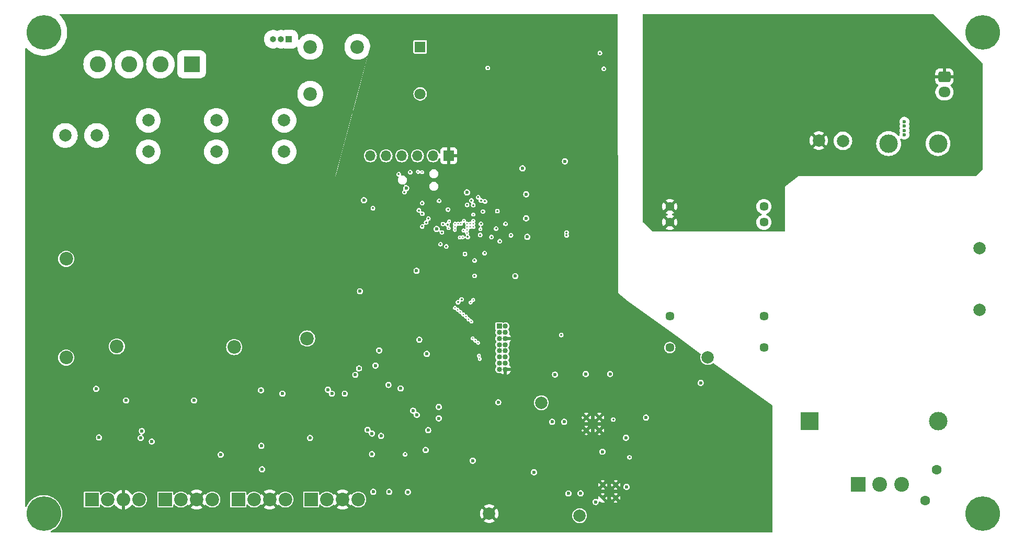
<source format=gbr>
%TF.GenerationSoftware,KiCad,Pcbnew,8.0.1*%
%TF.CreationDate,2024-06-09T19:14:09+02:00*%
%TF.ProjectId,daqIONA,64617149-4f4e-4412-9e6b-696361645f70,rev?*%
%TF.SameCoordinates,Original*%
%TF.FileFunction,Copper,L2,Inr*%
%TF.FilePolarity,Positive*%
%FSLAX46Y46*%
G04 Gerber Fmt 4.6, Leading zero omitted, Abs format (unit mm)*
G04 Created by KiCad (PCBNEW 8.0.1) date 2024-06-09 19:14:09*
%MOMM*%
%LPD*%
G01*
G04 APERTURE LIST*
G04 Aperture macros list*
%AMRoundRect*
0 Rectangle with rounded corners*
0 $1 Rounding radius*
0 $2 $3 $4 $5 $6 $7 $8 $9 X,Y pos of 4 corners*
0 Add a 4 corners polygon primitive as box body*
4,1,4,$2,$3,$4,$5,$6,$7,$8,$9,$2,$3,0*
0 Add four circle primitives for the rounded corners*
1,1,$1+$1,$2,$3*
1,1,$1+$1,$4,$5*
1,1,$1+$1,$6,$7*
1,1,$1+$1,$8,$9*
0 Add four rect primitives between the rounded corners*
20,1,$1+$1,$2,$3,$4,$5,0*
20,1,$1+$1,$4,$5,$6,$7,0*
20,1,$1+$1,$6,$7,$8,$9,0*
20,1,$1+$1,$8,$9,$2,$3,0*%
G04 Aperture macros list end*
%TA.AperFunction,ComponentPad*%
%ADD10C,2.200000*%
%TD*%
%TA.AperFunction,ComponentPad*%
%ADD11R,2.200000X2.200000*%
%TD*%
%TA.AperFunction,ComponentPad*%
%ADD12O,2.200000X2.200000*%
%TD*%
%TA.AperFunction,ComponentPad*%
%ADD13C,2.000000*%
%TD*%
%TA.AperFunction,ComponentPad*%
%ADD14C,5.600000*%
%TD*%
%TA.AperFunction,ComponentPad*%
%ADD15R,2.600000X2.600000*%
%TD*%
%TA.AperFunction,ComponentPad*%
%ADD16C,2.600000*%
%TD*%
%TA.AperFunction,ComponentPad*%
%ADD17C,1.600000*%
%TD*%
%TA.AperFunction,ComponentPad*%
%ADD18R,1.000000X1.000000*%
%TD*%
%TA.AperFunction,ComponentPad*%
%ADD19O,1.000000X1.000000*%
%TD*%
%TA.AperFunction,ComponentPad*%
%ADD20R,3.000000X3.000000*%
%TD*%
%TA.AperFunction,ComponentPad*%
%ADD21C,3.000000*%
%TD*%
%TA.AperFunction,HeatsinkPad*%
%ADD22C,0.500000*%
%TD*%
%TA.AperFunction,ComponentPad*%
%ADD23R,0.850000X0.850000*%
%TD*%
%TA.AperFunction,ComponentPad*%
%ADD24O,0.850000X0.850000*%
%TD*%
%TA.AperFunction,ComponentPad*%
%ADD25RoundRect,0.250000X-0.725000X0.600000X-0.725000X-0.600000X0.725000X-0.600000X0.725000X0.600000X0*%
%TD*%
%TA.AperFunction,ComponentPad*%
%ADD26O,1.950000X1.700000*%
%TD*%
%TA.AperFunction,ComponentPad*%
%ADD27R,1.700000X1.700000*%
%TD*%
%TA.AperFunction,ComponentPad*%
%ADD28O,1.700000X1.700000*%
%TD*%
%TA.AperFunction,ComponentPad*%
%ADD29C,1.447800*%
%TD*%
%TA.AperFunction,ComponentPad*%
%ADD30R,2.400000X2.400000*%
%TD*%
%TA.AperFunction,ComponentPad*%
%ADD31C,2.400000*%
%TD*%
%TA.AperFunction,ComponentPad*%
%ADD32R,1.800000X1.800000*%
%TD*%
%TA.AperFunction,ComponentPad*%
%ADD33C,1.800000*%
%TD*%
%TA.AperFunction,ViaPad*%
%ADD34C,0.600000*%
%TD*%
%TA.AperFunction,ViaPad*%
%ADD35C,0.350000*%
%TD*%
%TA.AperFunction,ViaPad*%
%ADD36C,0.250000*%
%TD*%
G04 APERTURE END LIST*
D10*
%TO.N,/(2) Front End/L2_LV*%
%TO.C,TP8*%
X95440000Y-133200000D03*
%TD*%
D11*
%TO.N,/(2) Front End/Ext5V*%
%TO.C,J4*%
X72400000Y-157900000D03*
D10*
%TO.N,Net-(J4-Pin_2)*%
X74940000Y-157900000D03*
D12*
%TO.N,GND3*%
X77480000Y-157900000D03*
D10*
%TO.N,PE*%
X80020000Y-157900000D03*
%TD*%
D13*
%TO.N,+1V1*%
%TO.C,TP4*%
X145160000Y-142220000D03*
%TD*%
D14*
%TO.N,PE*%
%TO.C,H4*%
X216600000Y-82200000D03*
%TD*%
D10*
%TO.N,/(2) Front End/L3_LV*%
%TO.C,TP9*%
X76440000Y-133100000D03*
%TD*%
D13*
%TO.N,/(2) Front End/L3*%
%TO.C,F4*%
X81540000Y-96460000D03*
%TO.N,Net-(C25-Pad1)*%
X81540000Y-101540000D03*
%TD*%
%TO.N,Net-(F5-Pad1)*%
%TO.C,F5*%
X68100000Y-98900000D03*
%TO.N,/(2) Front End/N*%
X73180000Y-98900000D03*
%TD*%
%TO.N,+3V3*%
%TO.C,TP6*%
X151350000Y-160520000D03*
%TD*%
D11*
%TO.N,/(2) Front End/Ext5V*%
%TO.C,J6*%
X84285000Y-157900000D03*
D10*
%TO.N,Net-(J6-Pin_2)*%
X86825000Y-157900000D03*
%TO.N,GND3*%
X89365000Y-157900000D03*
%TO.N,PE*%
X91905000Y-157900000D03*
%TD*%
D14*
%TO.N,PE*%
%TO.C,H3*%
X216600000Y-160200000D03*
%TD*%
D10*
%TO.N,/(2) Front End/L1_LV*%
%TO.C,TP7*%
X107250000Y-131800000D03*
%TD*%
D15*
%TO.N,/(2) Front End/L1*%
%TO.C,J3*%
X88560000Y-87360000D03*
D16*
%TO.N,/(2) Front End/L2*%
X83480000Y-87360000D03*
%TO.N,/(2) Front End/L3*%
X78400000Y-87360000D03*
%TO.N,/(2) Front End/N*%
X73320000Y-87360000D03*
%TD*%
D13*
%TO.N,/(2) Front End/L2*%
%TO.C,F3*%
X92540000Y-96460000D03*
%TO.N,Net-(C23-Pad1)*%
X92540000Y-101540000D03*
%TD*%
D14*
%TO.N,PE*%
%TO.C,H2*%
X64600000Y-82200000D03*
%TD*%
D17*
%TO.N,Net-(J1-Pin_3)*%
%TO.C,RV1*%
X207337500Y-158080000D03*
%TO.N,Net-(U1-AC{slash}L)*%
X209137500Y-153080000D03*
%TD*%
D18*
%TO.N,Net-(J5-Pin_1)*%
%TO.C,J5*%
X104300000Y-83300000D03*
D19*
%TO.N,Net-(J5-Pin_2)*%
X103030000Y-83300000D03*
%TO.N,Net-(J5-Pin_3)*%
X101760000Y-83300000D03*
%TD*%
D20*
%TO.N,Net-(U1-AC{slash}L)*%
%TO.C,U1*%
X188587500Y-145230000D03*
D21*
%TO.N,Net-(J1-Pin_3)*%
X209387500Y-145230000D03*
%TO.N,GND2*%
X209387500Y-100230000D03*
%TO.N,/(1) Power Supply/5V_PSU*%
X201387500Y-100230000D03*
%TD*%
D22*
%TO.N,GND3*%
%TO.C,U4*%
X155110000Y-157630000D03*
X157210000Y-157630000D03*
X155110000Y-155530000D03*
X157210000Y-155530000D03*
%TD*%
D23*
%TO.N,DOUT0*%
%TO.C,J13*%
X138350000Y-129800000D03*
D24*
%TO.N,DCLK*%
X139350000Y-129800000D03*
%TO.N,DOUT1*%
X138350000Y-130800000D03*
%TO.N,~{DRDY}*%
X139350000Y-130800000D03*
%TO.N,DOUT2*%
X138350000Y-131800000D03*
%TO.N,GND3*%
X139350000Y-131800000D03*
%TO.N,DOUT3*%
X138350000Y-132800000D03*
%TO.N,SCLK*%
X139350000Y-132800000D03*
%TO.N,DOUT4*%
X138350000Y-133800000D03*
%TO.N,~{SCS}*%
X139350000Y-133800000D03*
%TO.N,DOUT5*%
X138350000Y-134800000D03*
%TO.N,SDI*%
X139350000Y-134800000D03*
%TO.N,DOUT6*%
X138350000Y-135800000D03*
%TO.N,SDO*%
X139350000Y-135800000D03*
%TO.N,DOUT7*%
X138350000Y-136800000D03*
%TO.N,GND3*%
X139350000Y-136800000D03*
%TD*%
D10*
%TO.N,GNDS*%
%TO.C,TP11*%
X68240000Y-134900000D03*
%TD*%
%TO.N,/(2) Front End/N_LV*%
%TO.C,TP10*%
X68240000Y-118900000D03*
%TD*%
D13*
%TO.N,GND*%
%TO.C,C6*%
X216100000Y-117160000D03*
%TO.N,GND3*%
X216100000Y-127160000D03*
%TD*%
D11*
%TO.N,/(2) Front End/Ext5V*%
%TO.C,J7*%
X96100000Y-157900000D03*
D10*
%TO.N,Net-(J7-Pin_2)*%
X98640000Y-157900000D03*
%TO.N,GND3*%
X101180000Y-157900000D03*
%TO.N,PE*%
X103720000Y-157900000D03*
%TD*%
D25*
%TO.N,GND*%
%TO.C,J2*%
X210420000Y-89380000D03*
D26*
%TO.N,/(1) Power Supply/5V_PSU*%
X210420000Y-91880000D03*
%TD*%
D14*
%TO.N,PE*%
%TO.C,H1*%
X64600000Y-160200000D03*
%TD*%
D13*
%TO.N,/(2) Front End/L1*%
%TO.C,F2*%
X103540000Y-96460000D03*
%TO.N,Net-(C21-Pad1)*%
X103540000Y-101540000D03*
%TD*%
%TO.N,GND3*%
%TO.C,TP5*%
X136730000Y-160180000D03*
%TD*%
D27*
%TO.N,GND3*%
%TO.C,J9*%
X130180000Y-102200000D03*
D28*
%TO.N,/(4) FPGA/FPGA_TMS*%
X127640000Y-102200000D03*
%TO.N,/(4) FPGA/FPGA_TDO*%
X125100000Y-102200000D03*
%TO.N,/(4) FPGA/FPGA_TDI*%
X122560000Y-102200000D03*
%TO.N,/(4) FPGA/FPGA_TCK*%
X120020000Y-102200000D03*
%TO.N,+3V3*%
X117480000Y-102200000D03*
%TD*%
D22*
%TO.N,GND3*%
%TO.C,U3*%
X152465000Y-146690000D03*
X154565000Y-146690000D03*
X152465000Y-144590000D03*
X154565000Y-144590000D03*
%TD*%
D29*
%TO.N,GND*%
%TO.C,U2*%
X165960000Y-110419601D03*
X165960000Y-112959601D03*
%TO.N,N/C*%
X165960000Y-128199601D03*
X165960000Y-133279601D03*
%TO.N,Net-(JP3-A)*%
X181200000Y-133279601D03*
%TO.N,Net-(JP4-A)*%
X181200000Y-128199601D03*
%TO.N,+5V*%
X181200000Y-112959601D03*
X181200000Y-110419601D03*
%TD*%
D11*
%TO.N,/(2) Front End/Ext5V*%
%TO.C,J8*%
X107900000Y-157900000D03*
D10*
%TO.N,Net-(J8-Pin_2)*%
X110440000Y-157900000D03*
%TO.N,GND3*%
X112980000Y-157900000D03*
%TO.N,PE*%
X115520000Y-157900000D03*
%TD*%
D30*
%TO.N,Net-(J1-Pin_1)*%
%TO.C,J1*%
X196470000Y-155430000D03*
D31*
%TO.N,PE*%
X199970000Y-155430000D03*
%TO.N,Net-(J1-Pin_3)*%
X203470000Y-155430000D03*
%TD*%
D10*
%TO.N,Net-(J5-Pin_2)*%
%TO.C,K1*%
X115387500Y-84542500D03*
%TO.N,Net-(J5-Pin_3)*%
X107767500Y-92162500D03*
%TO.N,Net-(J5-Pin_1)*%
X107767500Y-84542500D03*
D32*
%TO.N,+5VA*%
X125547500Y-84542500D03*
D33*
%TO.N,Net-(D7-A)*%
X125547500Y-92162500D03*
%TD*%
D13*
%TO.N,GND*%
%TO.C,TP2*%
X190087500Y-99730000D03*
%TD*%
%TO.N,Net-(D2-A)*%
%TO.C,TP3*%
X172100000Y-134880000D03*
%TD*%
%TO.N,Net-(D1-A)*%
%TO.C,TP1*%
X193987500Y-99780000D03*
%TD*%
D34*
%TO.N,GND3*%
X156600000Y-139200000D03*
X147600000Y-152200000D03*
X143600000Y-149200000D03*
X139600000Y-146200000D03*
X132600000Y-156200000D03*
X128600000Y-158200000D03*
X113600000Y-137200000D03*
X115600000Y-131200000D03*
X115600000Y-128200000D03*
X114600000Y-120200000D03*
X114600000Y-116200000D03*
X114600000Y-110200000D03*
X114600000Y-102200000D03*
X126600000Y-98200000D03*
X137600000Y-120200000D03*
X137600000Y-123200000D03*
X124600000Y-135200000D03*
X139600000Y-110200000D03*
X149600000Y-100200000D03*
X144600000Y-100200000D03*
X144600000Y-95200000D03*
X134600000Y-95200000D03*
X134600000Y-100200000D03*
X129600000Y-100200000D03*
X124600000Y-95200000D03*
X119600000Y-95200000D03*
X114600000Y-95200000D03*
X154600000Y-100200000D03*
X154600000Y-95200000D03*
X149600000Y-95200000D03*
X149600000Y-90200000D03*
X152100000Y-90200000D03*
X154600000Y-90200000D03*
X182100000Y-150200000D03*
X182100000Y-152700000D03*
X182100000Y-157700000D03*
X182100000Y-155200000D03*
X182100000Y-160200000D03*
X157100000Y-120200000D03*
X157100000Y-117700000D03*
X157100000Y-115200000D03*
X157100000Y-112700000D03*
X157100000Y-110200000D03*
X157100000Y-107700000D03*
X157100000Y-105200000D03*
X157100000Y-102700000D03*
X157100000Y-97700000D03*
X157100000Y-95200000D03*
X157100000Y-92700000D03*
X157100000Y-82700000D03*
X157100000Y-80200000D03*
X112100000Y-80200000D03*
X114600000Y-80200000D03*
X117100000Y-80200000D03*
X119600000Y-80200000D03*
X122100000Y-80200000D03*
X124600000Y-80200000D03*
X127100000Y-80200000D03*
X132100000Y-80200000D03*
X129600000Y-80200000D03*
X134600000Y-80200000D03*
X137100000Y-80200000D03*
X142100000Y-80200000D03*
X139600000Y-80200000D03*
X144600000Y-80200000D03*
X149600000Y-80200000D03*
X147100000Y-80200000D03*
X152100000Y-80200000D03*
X154600000Y-80200000D03*
D35*
%TO.N,GND*%
X172545000Y-89880000D03*
D34*
X171100000Y-97700000D03*
X195920000Y-85330000D03*
X175100000Y-93700000D03*
D35*
X171545000Y-89880000D03*
D34*
X195920000Y-87330000D03*
X192920000Y-89830000D03*
X166100000Y-95700000D03*
X172100000Y-94700000D03*
X191920000Y-88330000D03*
D35*
X170545000Y-89880000D03*
D34*
X191920000Y-86330000D03*
X174100000Y-92700000D03*
X174100000Y-94700000D03*
X176100000Y-92700000D03*
X166100000Y-93700000D03*
X195920000Y-86330000D03*
X165100000Y-92700000D03*
X174100000Y-96700000D03*
X175100000Y-97700000D03*
X173100000Y-95700000D03*
X165100000Y-94700000D03*
D35*
X174545000Y-89880000D03*
D34*
X166100000Y-97700000D03*
X173100000Y-93700000D03*
X175100000Y-95700000D03*
X171100000Y-95700000D03*
X173100000Y-97700000D03*
X193920000Y-89830000D03*
X170100000Y-92700000D03*
X172100000Y-92700000D03*
X195920000Y-88330000D03*
D35*
X169060000Y-87800000D03*
X168330000Y-87760000D03*
D34*
X191920000Y-85330000D03*
X172100000Y-96700000D03*
X194920000Y-89830000D03*
X171100000Y-93700000D03*
D35*
X163340000Y-84640000D03*
X173545000Y-89880000D03*
D34*
X191920000Y-87330000D03*
X165100000Y-96700000D03*
%TO.N,Net-(D2-A)*%
X170950000Y-139000000D03*
%TO.N,GND3*%
X119200000Y-140420000D03*
X175850000Y-156950000D03*
X136340000Y-87190000D03*
X66450000Y-152450000D03*
X166850000Y-159450000D03*
D36*
X133322284Y-115840455D03*
D34*
X118300000Y-132650000D03*
X144075000Y-121797500D03*
X123062500Y-140700000D03*
X99790000Y-134200000D03*
X119200000Y-132200000D03*
X165850000Y-142700000D03*
X179440000Y-142430000D03*
D36*
X132650000Y-113220000D03*
D34*
X175850000Y-158200000D03*
X181100000Y-142430000D03*
X151290000Y-114530000D03*
X118410000Y-140270000D03*
D35*
X130300000Y-104810000D03*
D34*
X162100000Y-141450000D03*
X178210000Y-146420000D03*
X152380000Y-135470000D03*
X165850000Y-141450000D03*
D36*
X133650000Y-114220000D03*
D34*
X95900000Y-147850000D03*
X68250000Y-140700000D03*
X110340000Y-139240000D03*
X160130000Y-153680000D03*
X127950000Y-116030000D03*
D36*
X133650000Y-111720000D03*
D35*
X127567021Y-113860000D03*
D34*
X130500000Y-91830000D03*
X135200000Y-143450000D03*
X179600000Y-159450000D03*
X114190000Y-140710000D03*
X141560000Y-158000000D03*
X121900000Y-117200000D03*
X151320000Y-112590000D03*
D35*
X154739997Y-88090000D03*
D34*
X127840000Y-130140000D03*
X123390045Y-132009955D03*
X119067718Y-132956806D03*
X118100000Y-130330000D03*
X120962500Y-132100000D03*
X132650000Y-104080000D03*
X144190000Y-114990000D03*
X122412500Y-132050000D03*
X118440000Y-143690000D03*
D36*
X132150000Y-112720000D03*
D34*
X126400000Y-127200000D03*
D35*
X130335000Y-115427191D03*
D34*
X80300000Y-152680000D03*
X121200000Y-139870000D03*
X123190000Y-115840000D03*
X179600000Y-156950000D03*
X154235000Y-142820000D03*
X166850000Y-160950000D03*
X156660000Y-153790000D03*
X162100000Y-138700000D03*
X116750000Y-143900000D03*
X118462500Y-137200000D03*
X151350000Y-108650000D03*
X154340000Y-135460000D03*
X122700000Y-122300000D03*
X175850000Y-160950000D03*
X179600000Y-158200000D03*
X134950000Y-149550000D03*
X98200000Y-151150000D03*
X148860000Y-147400000D03*
X162100000Y-140200000D03*
X120700000Y-122300000D03*
D36*
X132094841Y-114990044D03*
D34*
X175850000Y-159450000D03*
X115330000Y-139550000D03*
D35*
X154901250Y-123320000D03*
D34*
X123712500Y-140700000D03*
X179600000Y-160950000D03*
X73090000Y-133962500D03*
X166850000Y-158200000D03*
X145100000Y-113210000D03*
X163500000Y-157340000D03*
X109750000Y-143900000D03*
X117840000Y-146280000D03*
X156290000Y-135480000D03*
X170600000Y-158200000D03*
X129212500Y-154700000D03*
D35*
X132360000Y-110240000D03*
D34*
X162100000Y-142700000D03*
X170600000Y-159450000D03*
X152470000Y-153810000D03*
X117750000Y-127750000D03*
X158200000Y-144210000D03*
X149530000Y-154790000D03*
X165850000Y-138700000D03*
X180230000Y-142430000D03*
X134620000Y-104090000D03*
X170600000Y-160950000D03*
X145000000Y-108940000D03*
X144650000Y-104410000D03*
X107700000Y-152680000D03*
X155248750Y-84950000D03*
D36*
X129798332Y-114212858D03*
D34*
X170600000Y-156950000D03*
X166850000Y-156950000D03*
X152375000Y-138650000D03*
D35*
X134701455Y-115579007D03*
D34*
X150390000Y-135470000D03*
X128650000Y-124256250D03*
X120600000Y-153650000D03*
X151370000Y-106690000D03*
X118250000Y-135400000D03*
X122412500Y-140700000D03*
X120362500Y-147400000D03*
X112300000Y-140710000D03*
X147290000Y-136340000D03*
D36*
X131150000Y-111720000D03*
D34*
X146890000Y-147420000D03*
X126860000Y-133340000D03*
X165850000Y-140200000D03*
X128385000Y-106127024D03*
%TO.N,+5VA*%
X73552500Y-147850000D03*
X80300000Y-147920000D03*
X162120000Y-144620000D03*
X93250000Y-150625000D03*
X107700000Y-147920000D03*
X99790000Y-140200000D03*
X99825000Y-149200000D03*
X158855000Y-147885000D03*
X73090000Y-139962500D03*
X138180000Y-142150000D03*
D36*
%TO.N,+1V1*%
X131971359Y-115424984D03*
D34*
X133130000Y-108130000D03*
D35*
X133150000Y-110150000D03*
D36*
X132150000Y-113220000D03*
D34*
X128220000Y-114060000D03*
X146900000Y-145310000D03*
D36*
X133150000Y-114220000D03*
D34*
X148850000Y-145310000D03*
D36*
X132650000Y-112720000D03*
D34*
X148990000Y-103090000D03*
D35*
%TO.N,+3V3*%
X135260000Y-115020000D03*
D34*
X115800000Y-124150000D03*
X126840000Y-146660000D03*
X156290000Y-137567500D03*
D35*
X128620000Y-109480000D03*
D34*
X142700000Y-112340000D03*
X142900000Y-115340000D03*
D35*
X148391250Y-131232500D03*
X130050000Y-110910000D03*
D34*
X116450000Y-109400000D03*
X147380000Y-137660000D03*
D35*
X129960000Y-113330000D03*
D34*
X126430000Y-149860000D03*
X123275000Y-107450000D03*
X142730000Y-108430000D03*
X151510000Y-156900000D03*
X155050000Y-150150000D03*
X152370000Y-137567500D03*
D36*
X134150000Y-111720000D03*
D34*
X149540000Y-156920000D03*
D36*
X131150000Y-114210000D03*
D34*
X142110000Y-104230000D03*
D35*
X135990000Y-117960000D03*
D34*
X153940000Y-158290000D03*
X140962500Y-121700000D03*
%TO.N,VREF*%
X128562500Y-144750000D03*
X122395837Y-139900171D03*
%TO.N,AVDD*%
X128550000Y-142900000D03*
X115050000Y-137700000D03*
X120400000Y-139320000D03*
X113350000Y-140750000D03*
%TO.N,GNDS*%
X77950000Y-141850000D03*
X88950000Y-141850000D03*
X103260000Y-140750000D03*
%TO.N,IODD*%
X117750000Y-150550000D03*
X117021638Y-146600000D03*
X125400000Y-131994933D03*
X115650000Y-136650000D03*
X119209648Y-147600000D03*
X124962500Y-120825000D03*
D35*
X123120000Y-150550000D03*
D34*
%TO.N,Net-(U11-REGCAPB)*%
X111250000Y-140750000D03*
X118918299Y-133742731D03*
%TO.N,/(2) Front End/Ext5V*%
X99950000Y-153000000D03*
D35*
%TO.N,/(4) FPGA/VCCA*%
X129760000Y-116890000D03*
X149240000Y-114630000D03*
X149240000Y-115080000D03*
%TO.N,/(4) FPGA/FPGA_TMS*%
X123929124Y-104850876D03*
D36*
X131150000Y-113220000D03*
%TO.N,/(4) FPGA/FPGA_TCK*%
X131660000Y-113220000D03*
X125207322Y-104788364D03*
%TO.N,/(4) FPGA/FPGA_TDI*%
X130140000Y-113920000D03*
D35*
X122070000Y-105170000D03*
X123010979Y-108071226D03*
D36*
%TO.N,/(4) FPGA/FPGA_TDO*%
X125860000Y-104840000D03*
X130219834Y-112820166D03*
D35*
X126880000Y-112360000D03*
X125870000Y-109870000D03*
D36*
%TO.N,SCLK*%
X133700000Y-125975000D03*
X134150000Y-113220000D03*
D35*
X137840000Y-113980000D03*
X136485000Y-87955000D03*
X136035000Y-109590000D03*
X125341041Y-111035000D03*
D36*
X132566817Y-114303008D03*
D34*
%TO.N,I2_sense*%
X117762500Y-147200000D03*
X82100000Y-148500000D03*
%TO.N,I1_sense*%
X80500000Y-146800000D03*
X110600000Y-140100000D03*
%TO.N,Net-(JP14-C)*%
X118303215Y-136198231D03*
X117950000Y-156650000D03*
%TO.N,/(3) ADC/MODE0*%
X124400000Y-143500000D03*
X120550000Y-156650000D03*
%TO.N,Net-(U11-~{RESET})*%
X134050000Y-151600000D03*
X126620000Y-134300000D03*
%TO.N,/(3) ADC/MODE1*%
X123550000Y-156700000D03*
X125000000Y-144185997D03*
%TO.N,/(1) Power Supply/PG*%
X158971416Y-155850559D03*
X143990000Y-153480000D03*
D35*
%TO.N,/(1) Power Supply/PWR_EN*%
X159440000Y-151050000D03*
X156800000Y-144940000D03*
D36*
%TO.N,Net-(U13C-GPIOL_21_NSTATUS)*%
X131150000Y-113720000D03*
D35*
X129070000Y-114617198D03*
D36*
%TO.N,DOUT5*%
X134025000Y-131750000D03*
%TO.N,DCLK*%
X131625000Y-127150000D03*
D35*
X131673932Y-125925000D03*
D36*
X132420000Y-115390000D03*
D35*
%TO.N,SDO*%
X132800000Y-118110000D03*
D36*
X134150000Y-113720000D03*
X135050000Y-134600000D03*
%TO.N,DOUT2*%
X132950000Y-128250000D03*
%TO.N,DOUT0*%
X132050000Y-127500000D03*
D35*
X132250000Y-125470000D03*
X137100165Y-115369835D03*
D36*
%TO.N,~{DRDY}*%
X131200000Y-126850000D03*
X133167253Y-113702747D03*
%TO.N,DOUT1*%
X133150000Y-113220000D03*
X132500000Y-127900000D03*
%TO.N,DOUT3*%
X133400000Y-128700000D03*
%TO.N,DOUT4*%
X133850000Y-129050000D03*
D35*
%TO.N,~{SCS}*%
X134350000Y-121650000D03*
X134339124Y-119149124D03*
D36*
X134125000Y-125550000D03*
X133150000Y-114720000D03*
D35*
%TO.N,SDI*%
X128830000Y-116510000D03*
X125888021Y-111581979D03*
D36*
X135200000Y-135100000D03*
X133650000Y-113220000D03*
%TO.N,DOUT7*%
X134950000Y-132500000D03*
%TO.N,DOUT6*%
X134450000Y-132150000D03*
D35*
%TO.N,/(4) FPGA/FPGA_SS*%
X135400000Y-113210000D03*
X126521041Y-113010000D03*
X129240000Y-113260000D03*
X125870000Y-113640000D03*
X117900000Y-110690000D03*
%TO.N,/(4) FPGA/FPGA~{LD1}*%
X134150000Y-110200000D03*
X135400000Y-109440000D03*
%TO.N,/(4) FPGA/FPGA~{LD2}*%
X133853149Y-109435000D03*
X134930000Y-108900000D03*
%TO.N,/(4) FPGA/CDONE*%
X139360000Y-113205000D03*
D36*
X134150000Y-112720000D03*
D35*
X135710000Y-111230000D03*
X138050000Y-111160000D03*
D34*
%TO.N,Net-(JP1-B)*%
X203937500Y-97380000D03*
X203937500Y-98080000D03*
X203937500Y-98780000D03*
X203937500Y-96680000D03*
D35*
%TO.N,/(4) FPGA/MOSI*%
X155290000Y-88090000D03*
X133255000Y-115345000D03*
D36*
X133650000Y-113720000D03*
D35*
%TO.N,/(4) FPGA/CS*%
X140250000Y-115080000D03*
X138445000Y-116030000D03*
%TO.N,/(4) FPGA/MISO*%
X154640000Y-85550000D03*
D36*
X135295000Y-114095000D03*
%TD*%
%TA.AperFunction,Conductor*%
%TO.N,GND*%
G36*
X208615677Y-79219685D02*
G01*
X208636319Y-79236319D01*
X216563681Y-87163681D01*
X216597166Y-87225004D01*
X216600000Y-87251362D01*
X216600000Y-104398638D01*
X216580315Y-104465677D01*
X216563681Y-104486319D01*
X215636319Y-105413681D01*
X215574996Y-105447166D01*
X215548638Y-105450000D01*
X186850000Y-105450000D01*
X184600000Y-107200000D01*
X184600000Y-114326000D01*
X184580315Y-114393039D01*
X184527511Y-114438794D01*
X184476000Y-114450000D01*
X163151362Y-114450000D01*
X163084323Y-114430315D01*
X163063681Y-114413681D01*
X161636319Y-112986319D01*
X161621730Y-112959601D01*
X164731425Y-112959601D01*
X164750089Y-113172936D01*
X164750091Y-113172946D01*
X164805514Y-113379790D01*
X164805518Y-113379799D01*
X164896023Y-113573888D01*
X164935615Y-113630432D01*
X165501613Y-113064434D01*
X165522123Y-113140976D01*
X165583986Y-113248127D01*
X165671474Y-113335615D01*
X165778625Y-113397478D01*
X165855166Y-113417987D01*
X165289167Y-113983984D01*
X165345712Y-114023578D01*
X165539801Y-114114082D01*
X165539810Y-114114086D01*
X165746654Y-114169509D01*
X165746664Y-114169511D01*
X165959999Y-114188176D01*
X165960001Y-114188176D01*
X166173335Y-114169511D01*
X166173345Y-114169509D01*
X166380189Y-114114086D01*
X166380203Y-114114081D01*
X166574285Y-114023579D01*
X166574297Y-114023572D01*
X166630830Y-113983986D01*
X166630831Y-113983984D01*
X166064834Y-113417987D01*
X166141375Y-113397478D01*
X166248526Y-113335615D01*
X166336014Y-113248127D01*
X166397877Y-113140976D01*
X166418386Y-113064434D01*
X166984383Y-113630432D01*
X166984385Y-113630431D01*
X167023971Y-113573898D01*
X167023978Y-113573886D01*
X167114480Y-113379804D01*
X167114485Y-113379790D01*
X167169908Y-113172946D01*
X167169910Y-113172936D01*
X167188575Y-112959603D01*
X179970923Y-112959603D01*
X179989595Y-113173026D01*
X179989595Y-113173030D01*
X180045042Y-113379962D01*
X180045044Y-113379966D01*
X180045045Y-113379970D01*
X180068142Y-113429501D01*
X180135587Y-113574139D01*
X180135588Y-113574140D01*
X180258472Y-113749636D01*
X180409965Y-113901129D01*
X180585461Y-114024013D01*
X180779631Y-114114556D01*
X180986573Y-114170006D01*
X181165658Y-114185673D01*
X181199998Y-114188678D01*
X181200000Y-114188678D01*
X181200002Y-114188678D01*
X181227664Y-114186257D01*
X181413427Y-114170006D01*
X181620369Y-114114556D01*
X181814539Y-114024013D01*
X181990035Y-113901129D01*
X182141528Y-113749636D01*
X182264412Y-113574140D01*
X182354955Y-113379970D01*
X182410405Y-113173028D01*
X182429077Y-112959601D01*
X182410405Y-112746174D01*
X182354955Y-112539232D01*
X182264412Y-112345063D01*
X182141528Y-112169566D01*
X181990035Y-112018073D01*
X181815162Y-111895625D01*
X181814538Y-111895188D01*
X181615462Y-111802358D01*
X181616448Y-111800242D01*
X181568178Y-111764718D01*
X181543228Y-111699455D01*
X181557523Y-111631063D01*
X181606524Y-111581257D01*
X181615589Y-111577117D01*
X181615462Y-111576844D01*
X181620369Y-111574556D01*
X181814539Y-111484013D01*
X181990035Y-111361129D01*
X182141528Y-111209636D01*
X182264412Y-111034140D01*
X182354955Y-110839970D01*
X182410405Y-110633028D01*
X182429077Y-110419601D01*
X182410405Y-110206174D01*
X182354955Y-109999232D01*
X182264412Y-109805063D01*
X182141528Y-109629566D01*
X181990035Y-109478073D01*
X181815162Y-109355625D01*
X181814538Y-109355188D01*
X181717454Y-109309917D01*
X181620369Y-109264646D01*
X181620365Y-109264645D01*
X181620361Y-109264643D01*
X181413427Y-109209196D01*
X181200002Y-109190524D01*
X181199998Y-109190524D01*
X181057715Y-109202972D01*
X180986573Y-109209196D01*
X180986570Y-109209196D01*
X180779638Y-109264643D01*
X180779629Y-109264647D01*
X180585462Y-109355188D01*
X180585460Y-109355189D01*
X180409963Y-109478073D01*
X180258472Y-109629564D01*
X180135588Y-109805061D01*
X180135587Y-109805063D01*
X180045046Y-109999230D01*
X180045042Y-109999239D01*
X179989595Y-110206171D01*
X179989595Y-110206175D01*
X179970923Y-110419598D01*
X179970923Y-110419603D01*
X179989595Y-110633026D01*
X179989595Y-110633030D01*
X180045042Y-110839962D01*
X180045044Y-110839966D01*
X180045045Y-110839970D01*
X180068142Y-110889501D01*
X180135587Y-111034139D01*
X180135588Y-111034140D01*
X180258472Y-111209636D01*
X180409965Y-111361129D01*
X180528297Y-111443986D01*
X180585461Y-111484013D01*
X180784538Y-111576844D01*
X180783554Y-111578952D01*
X180831845Y-111614515D01*
X180856774Y-111679786D01*
X180842458Y-111748173D01*
X180793441Y-111797964D01*
X180784411Y-111802087D01*
X180784538Y-111802358D01*
X180585462Y-111895188D01*
X180585460Y-111895189D01*
X180409963Y-112018073D01*
X180258472Y-112169564D01*
X180135588Y-112345061D01*
X180135587Y-112345063D01*
X180045046Y-112539230D01*
X180045042Y-112539239D01*
X179989595Y-112746171D01*
X179989595Y-112746175D01*
X179970923Y-112959598D01*
X179970923Y-112959603D01*
X167188575Y-112959603D01*
X167188575Y-112959601D01*
X167188575Y-112959600D01*
X167169910Y-112746265D01*
X167169908Y-112746255D01*
X167114485Y-112539411D01*
X167114481Y-112539402D01*
X167023977Y-112345315D01*
X166984383Y-112288768D01*
X166418386Y-112854766D01*
X166397877Y-112778226D01*
X166336014Y-112671075D01*
X166248526Y-112583587D01*
X166141375Y-112521724D01*
X166064833Y-112501214D01*
X166630831Y-111935216D01*
X166574287Y-111895624D01*
X166375290Y-111802830D01*
X166376106Y-111801078D01*
X166326692Y-111764695D01*
X166301758Y-111699426D01*
X166316069Y-111631038D01*
X166365081Y-111581243D01*
X166375371Y-111576543D01*
X166375291Y-111576372D01*
X166574285Y-111483579D01*
X166574297Y-111483572D01*
X166630830Y-111443986D01*
X166630831Y-111443984D01*
X166064834Y-110877987D01*
X166141375Y-110857478D01*
X166248526Y-110795615D01*
X166336014Y-110708127D01*
X166397877Y-110600976D01*
X166418386Y-110524434D01*
X166984383Y-111090432D01*
X166984385Y-111090431D01*
X167023971Y-111033898D01*
X167023978Y-111033886D01*
X167114480Y-110839804D01*
X167114485Y-110839790D01*
X167169908Y-110632946D01*
X167169910Y-110632936D01*
X167188575Y-110419601D01*
X167188575Y-110419600D01*
X167169910Y-110206265D01*
X167169908Y-110206255D01*
X167114485Y-109999411D01*
X167114481Y-109999402D01*
X167023977Y-109805315D01*
X166984383Y-109748768D01*
X166418386Y-110314766D01*
X166397877Y-110238226D01*
X166336014Y-110131075D01*
X166248526Y-110043587D01*
X166141375Y-109981724D01*
X166064833Y-109961214D01*
X166630831Y-109395216D01*
X166574287Y-109355624D01*
X166380198Y-109265119D01*
X166380189Y-109265115D01*
X166173345Y-109209692D01*
X166173335Y-109209690D01*
X165960001Y-109191026D01*
X165959999Y-109191026D01*
X165746664Y-109209690D01*
X165746654Y-109209692D01*
X165539810Y-109265115D01*
X165539801Y-109265119D01*
X165345710Y-109355625D01*
X165289167Y-109395215D01*
X165855166Y-109961214D01*
X165778625Y-109981724D01*
X165671474Y-110043587D01*
X165583986Y-110131075D01*
X165522123Y-110238226D01*
X165501613Y-110314767D01*
X164935614Y-109748768D01*
X164896024Y-109805311D01*
X164805518Y-109999402D01*
X164805514Y-109999411D01*
X164750091Y-110206255D01*
X164750089Y-110206265D01*
X164731425Y-110419600D01*
X164731425Y-110419601D01*
X164750089Y-110632936D01*
X164750091Y-110632946D01*
X164805514Y-110839790D01*
X164805518Y-110839799D01*
X164896023Y-111033888D01*
X164935615Y-111090432D01*
X165501613Y-110524434D01*
X165522123Y-110600976D01*
X165583986Y-110708127D01*
X165671474Y-110795615D01*
X165778625Y-110857478D01*
X165855166Y-110877987D01*
X165289167Y-111443984D01*
X165345712Y-111483578D01*
X165544710Y-111576372D01*
X165543894Y-111578120D01*
X165593317Y-111614521D01*
X165618243Y-111679793D01*
X165603922Y-111748179D01*
X165554903Y-111797968D01*
X165544630Y-111802658D01*
X165544710Y-111802830D01*
X165345710Y-111895625D01*
X165289167Y-111935215D01*
X165855166Y-112501214D01*
X165778625Y-112521724D01*
X165671474Y-112583587D01*
X165583986Y-112671075D01*
X165522123Y-112778226D01*
X165501613Y-112854767D01*
X164935614Y-112288768D01*
X164896024Y-112345311D01*
X164805518Y-112539402D01*
X164805514Y-112539411D01*
X164750091Y-112746255D01*
X164750089Y-112746265D01*
X164731425Y-112959600D01*
X164731425Y-112959601D01*
X161621730Y-112959601D01*
X161602834Y-112924996D01*
X161600000Y-112898638D01*
X161600000Y-99730005D01*
X188582359Y-99730005D01*
X188602885Y-99977729D01*
X188602887Y-99977738D01*
X188663912Y-100218717D01*
X188763766Y-100446364D01*
X188864064Y-100599882D01*
X189604537Y-99859409D01*
X189621575Y-99922993D01*
X189687401Y-100037007D01*
X189780493Y-100130099D01*
X189894507Y-100195925D01*
X189958090Y-100212962D01*
X189217442Y-100953609D01*
X189264268Y-100990055D01*
X189264270Y-100990056D01*
X189482885Y-101108364D01*
X189482896Y-101108369D01*
X189718006Y-101189083D01*
X189963207Y-101230000D01*
X190211793Y-101230000D01*
X190456993Y-101189083D01*
X190692103Y-101108369D01*
X190692114Y-101108364D01*
X190910728Y-100990057D01*
X190910731Y-100990055D01*
X190957556Y-100953609D01*
X190216909Y-100212962D01*
X190280493Y-100195925D01*
X190394507Y-100130099D01*
X190487599Y-100037007D01*
X190553425Y-99922993D01*
X190570462Y-99859410D01*
X191310934Y-100599882D01*
X191411231Y-100446369D01*
X191511087Y-100218717D01*
X191572112Y-99977738D01*
X191572114Y-99977729D01*
X191588498Y-99780005D01*
X192481857Y-99780005D01*
X192502390Y-100027812D01*
X192502392Y-100027824D01*
X192563436Y-100268881D01*
X192663326Y-100496606D01*
X192799333Y-100704782D01*
X192799336Y-100704785D01*
X192967756Y-100887738D01*
X193163991Y-101040474D01*
X193382690Y-101158828D01*
X193617886Y-101239571D01*
X193863165Y-101280500D01*
X194111835Y-101280500D01*
X194357114Y-101239571D01*
X194592310Y-101158828D01*
X194811009Y-101040474D01*
X195007244Y-100887738D01*
X195175664Y-100704785D01*
X195311673Y-100496607D01*
X195411563Y-100268881D01*
X195421409Y-100230001D01*
X199381890Y-100230001D01*
X199402304Y-100515433D01*
X199463128Y-100795037D01*
X199463130Y-100795043D01*
X199463131Y-100795046D01*
X199522272Y-100953609D01*
X199563135Y-101063166D01*
X199700270Y-101314309D01*
X199700275Y-101314317D01*
X199871754Y-101543387D01*
X199871770Y-101543405D01*
X200074094Y-101745729D01*
X200074112Y-101745745D01*
X200303182Y-101917224D01*
X200303190Y-101917229D01*
X200554333Y-102054364D01*
X200554332Y-102054364D01*
X200554336Y-102054365D01*
X200554339Y-102054367D01*
X200822454Y-102154369D01*
X200822460Y-102154370D01*
X200822462Y-102154371D01*
X201102066Y-102215195D01*
X201102068Y-102215195D01*
X201102072Y-102215196D01*
X201355720Y-102233337D01*
X201387499Y-102235610D01*
X201387500Y-102235610D01*
X201387501Y-102235610D01*
X201416095Y-102233564D01*
X201672928Y-102215196D01*
X201952546Y-102154369D01*
X202220661Y-102054367D01*
X202471815Y-101917226D01*
X202700895Y-101745739D01*
X202903239Y-101543395D01*
X203074726Y-101314315D01*
X203211867Y-101063161D01*
X203311869Y-100795046D01*
X203372696Y-100515428D01*
X203393110Y-100230001D01*
X207381890Y-100230001D01*
X207402304Y-100515433D01*
X207463128Y-100795037D01*
X207463130Y-100795043D01*
X207463131Y-100795046D01*
X207522272Y-100953609D01*
X207563135Y-101063166D01*
X207700270Y-101314309D01*
X207700275Y-101314317D01*
X207871754Y-101543387D01*
X207871770Y-101543405D01*
X208074094Y-101745729D01*
X208074112Y-101745745D01*
X208303182Y-101917224D01*
X208303190Y-101917229D01*
X208554333Y-102054364D01*
X208554332Y-102054364D01*
X208554336Y-102054365D01*
X208554339Y-102054367D01*
X208822454Y-102154369D01*
X208822460Y-102154370D01*
X208822462Y-102154371D01*
X209102066Y-102215195D01*
X209102068Y-102215195D01*
X209102072Y-102215196D01*
X209355720Y-102233337D01*
X209387499Y-102235610D01*
X209387500Y-102235610D01*
X209387501Y-102235610D01*
X209416095Y-102233564D01*
X209672928Y-102215196D01*
X209952546Y-102154369D01*
X210220661Y-102054367D01*
X210471815Y-101917226D01*
X210700895Y-101745739D01*
X210903239Y-101543395D01*
X211074726Y-101314315D01*
X211211867Y-101063161D01*
X211311869Y-100795046D01*
X211372696Y-100515428D01*
X211393110Y-100230000D01*
X211372696Y-99944572D01*
X211340338Y-99795826D01*
X211311871Y-99664962D01*
X211311870Y-99664960D01*
X211311869Y-99664954D01*
X211211867Y-99396839D01*
X211154139Y-99291119D01*
X211074729Y-99145690D01*
X211074724Y-99145682D01*
X210903245Y-98916612D01*
X210903229Y-98916594D01*
X210700905Y-98714270D01*
X210700887Y-98714254D01*
X210471817Y-98542775D01*
X210471809Y-98542770D01*
X210220666Y-98405635D01*
X210220667Y-98405635D01*
X210075874Y-98351630D01*
X209952546Y-98305631D01*
X209952543Y-98305630D01*
X209952537Y-98305628D01*
X209672933Y-98244804D01*
X209387501Y-98224390D01*
X209387499Y-98224390D01*
X209102066Y-98244804D01*
X208822462Y-98305628D01*
X208554333Y-98405635D01*
X208303190Y-98542770D01*
X208303182Y-98542775D01*
X208074112Y-98714254D01*
X208074094Y-98714270D01*
X207871770Y-98916594D01*
X207871754Y-98916612D01*
X207700275Y-99145682D01*
X207700270Y-99145690D01*
X207563135Y-99396833D01*
X207463128Y-99664962D01*
X207402304Y-99944566D01*
X207381890Y-100229998D01*
X207381890Y-100230001D01*
X203393110Y-100230001D01*
X203393110Y-100230000D01*
X203372696Y-99944572D01*
X203340338Y-99795826D01*
X203311871Y-99664962D01*
X203311870Y-99664960D01*
X203311869Y-99664954D01*
X203277828Y-99573688D01*
X203272845Y-99504000D01*
X203306330Y-99442677D01*
X203367653Y-99409192D01*
X203437344Y-99414176D01*
X203459980Y-99425362D01*
X203587978Y-99505789D01*
X203758245Y-99565368D01*
X203758250Y-99565369D01*
X203937496Y-99585565D01*
X203937500Y-99585565D01*
X203937504Y-99585565D01*
X204116749Y-99565369D01*
X204116752Y-99565368D01*
X204116755Y-99565368D01*
X204287022Y-99505789D01*
X204439762Y-99409816D01*
X204567316Y-99282262D01*
X204663289Y-99129522D01*
X204722868Y-98959255D01*
X204727673Y-98916612D01*
X204743065Y-98780003D01*
X204743065Y-98779996D01*
X204722869Y-98600750D01*
X204722866Y-98600737D01*
X204677453Y-98470955D01*
X204673891Y-98401176D01*
X204677453Y-98389045D01*
X204722866Y-98259262D01*
X204722869Y-98259249D01*
X204743065Y-98080003D01*
X204743065Y-98079996D01*
X204722869Y-97900750D01*
X204722866Y-97900737D01*
X204677453Y-97770955D01*
X204673891Y-97701176D01*
X204677453Y-97689045D01*
X204722866Y-97559262D01*
X204722869Y-97559249D01*
X204743065Y-97380003D01*
X204743065Y-97379996D01*
X204722869Y-97200750D01*
X204722866Y-97200737D01*
X204677453Y-97070955D01*
X204673891Y-97001176D01*
X204677453Y-96989045D01*
X204722866Y-96859262D01*
X204722869Y-96859249D01*
X204743065Y-96680003D01*
X204743065Y-96679996D01*
X204722869Y-96500750D01*
X204722868Y-96500745D01*
X204663288Y-96330476D01*
X204567315Y-96177737D01*
X204439762Y-96050184D01*
X204287023Y-95954211D01*
X204116754Y-95894631D01*
X204116749Y-95894630D01*
X203937504Y-95874435D01*
X203937496Y-95874435D01*
X203758250Y-95894630D01*
X203758245Y-95894631D01*
X203587976Y-95954211D01*
X203435237Y-96050184D01*
X203307684Y-96177737D01*
X203211711Y-96330476D01*
X203152131Y-96500745D01*
X203152130Y-96500750D01*
X203131935Y-96679996D01*
X203131935Y-96680003D01*
X203152130Y-96859249D01*
X203152132Y-96859257D01*
X203197547Y-96989046D01*
X203201108Y-97058825D01*
X203197547Y-97070954D01*
X203152132Y-97200742D01*
X203152130Y-97200750D01*
X203131935Y-97379996D01*
X203131935Y-97380003D01*
X203152130Y-97559249D01*
X203152132Y-97559257D01*
X203197547Y-97689046D01*
X203201108Y-97758825D01*
X203197547Y-97770954D01*
X203152132Y-97900742D01*
X203152130Y-97900750D01*
X203131935Y-98079996D01*
X203131935Y-98080003D01*
X203152130Y-98259249D01*
X203152132Y-98259257D01*
X203197547Y-98389046D01*
X203201108Y-98458825D01*
X203197547Y-98470954D01*
X203152132Y-98600742D01*
X203152130Y-98600750D01*
X203131935Y-98779996D01*
X203131935Y-98780004D01*
X203139455Y-98846751D01*
X203127400Y-98915573D01*
X203080051Y-98966952D01*
X203012440Y-98984576D01*
X202946035Y-98962849D01*
X202916968Y-98934945D01*
X202903239Y-98916605D01*
X202903234Y-98916600D01*
X202903229Y-98916594D01*
X202700905Y-98714270D01*
X202700887Y-98714254D01*
X202471817Y-98542775D01*
X202471809Y-98542770D01*
X202220666Y-98405635D01*
X202220667Y-98405635D01*
X202075874Y-98351630D01*
X201952546Y-98305631D01*
X201952543Y-98305630D01*
X201952537Y-98305628D01*
X201672933Y-98244804D01*
X201387501Y-98224390D01*
X201387499Y-98224390D01*
X201102066Y-98244804D01*
X200822462Y-98305628D01*
X200554333Y-98405635D01*
X200303190Y-98542770D01*
X200303182Y-98542775D01*
X200074112Y-98714254D01*
X200074094Y-98714270D01*
X199871770Y-98916594D01*
X199871754Y-98916612D01*
X199700275Y-99145682D01*
X199700270Y-99145690D01*
X199563135Y-99396833D01*
X199463128Y-99664962D01*
X199402304Y-99944566D01*
X199381890Y-100229998D01*
X199381890Y-100230001D01*
X195421409Y-100230001D01*
X195472608Y-100027821D01*
X195476759Y-99977729D01*
X195493143Y-99780005D01*
X195493143Y-99779994D01*
X195472609Y-99532187D01*
X195472607Y-99532175D01*
X195411563Y-99291118D01*
X195311673Y-99063393D01*
X195175666Y-98855217D01*
X195106427Y-98780004D01*
X195007244Y-98672262D01*
X194811009Y-98519526D01*
X194811007Y-98519525D01*
X194811006Y-98519524D01*
X194592311Y-98401172D01*
X194592302Y-98401169D01*
X194357116Y-98320429D01*
X194111835Y-98279500D01*
X193863165Y-98279500D01*
X193617883Y-98320429D01*
X193382697Y-98401169D01*
X193382688Y-98401172D01*
X193163993Y-98519524D01*
X192967757Y-98672261D01*
X192799333Y-98855217D01*
X192663326Y-99063393D01*
X192563436Y-99291118D01*
X192502392Y-99532175D01*
X192502390Y-99532187D01*
X192481857Y-99779994D01*
X192481857Y-99780005D01*
X191588498Y-99780005D01*
X191592641Y-99730005D01*
X191592641Y-99729994D01*
X191572114Y-99482270D01*
X191572112Y-99482261D01*
X191511087Y-99241282D01*
X191411231Y-99013630D01*
X191310934Y-98860116D01*
X190570462Y-99600589D01*
X190553425Y-99537007D01*
X190487599Y-99422993D01*
X190394507Y-99329901D01*
X190280493Y-99264075D01*
X190216910Y-99247037D01*
X190957557Y-98506390D01*
X190957556Y-98506389D01*
X190910729Y-98469943D01*
X190692114Y-98351635D01*
X190692103Y-98351630D01*
X190456993Y-98270916D01*
X190211793Y-98230000D01*
X189963207Y-98230000D01*
X189718006Y-98270916D01*
X189482896Y-98351630D01*
X189482890Y-98351632D01*
X189264261Y-98469949D01*
X189217442Y-98506388D01*
X189217442Y-98506390D01*
X189958090Y-99247037D01*
X189894507Y-99264075D01*
X189780493Y-99329901D01*
X189687401Y-99422993D01*
X189621575Y-99537007D01*
X189604537Y-99600589D01*
X188864064Y-98860116D01*
X188763767Y-99013632D01*
X188663912Y-99241282D01*
X188602887Y-99482261D01*
X188602885Y-99482270D01*
X188582359Y-99729994D01*
X188582359Y-99730005D01*
X161600000Y-99730005D01*
X161600000Y-91986286D01*
X208944500Y-91986286D01*
X208977753Y-92196239D01*
X209043444Y-92398414D01*
X209139951Y-92587820D01*
X209264890Y-92759786D01*
X209415213Y-92910109D01*
X209587179Y-93035048D01*
X209587181Y-93035049D01*
X209587184Y-93035051D01*
X209776588Y-93131557D01*
X209978757Y-93197246D01*
X210188713Y-93230500D01*
X210188714Y-93230500D01*
X210651286Y-93230500D01*
X210651287Y-93230500D01*
X210861243Y-93197246D01*
X211063412Y-93131557D01*
X211252816Y-93035051D01*
X211274789Y-93019086D01*
X211424786Y-92910109D01*
X211424788Y-92910106D01*
X211424792Y-92910104D01*
X211575104Y-92759792D01*
X211575106Y-92759788D01*
X211575109Y-92759786D01*
X211700048Y-92587820D01*
X211700047Y-92587820D01*
X211700051Y-92587816D01*
X211796557Y-92398412D01*
X211862246Y-92196243D01*
X211895500Y-91986287D01*
X211895500Y-91773713D01*
X211862246Y-91563757D01*
X211796557Y-91361588D01*
X211700051Y-91172184D01*
X211700049Y-91172181D01*
X211700048Y-91172179D01*
X211575109Y-91000213D01*
X211435931Y-90861035D01*
X211402446Y-90799712D01*
X211407430Y-90730020D01*
X211449302Y-90674087D01*
X211458516Y-90667815D01*
X211613343Y-90572317D01*
X211737315Y-90448345D01*
X211829356Y-90299124D01*
X211829358Y-90299119D01*
X211884505Y-90132697D01*
X211884506Y-90132690D01*
X211894999Y-90029986D01*
X211895000Y-90029973D01*
X211895000Y-89630000D01*
X210824146Y-89630000D01*
X210862630Y-89563343D01*
X210895000Y-89442535D01*
X210895000Y-89317465D01*
X210862630Y-89196657D01*
X210824146Y-89130000D01*
X211894999Y-89130000D01*
X211894999Y-88730028D01*
X211894998Y-88730013D01*
X211884505Y-88627302D01*
X211829358Y-88460880D01*
X211829356Y-88460875D01*
X211737315Y-88311654D01*
X211613345Y-88187684D01*
X211464124Y-88095643D01*
X211464119Y-88095641D01*
X211297697Y-88040494D01*
X211297690Y-88040493D01*
X211194986Y-88030000D01*
X210670000Y-88030000D01*
X210670000Y-88975854D01*
X210603343Y-88937370D01*
X210482535Y-88905000D01*
X210357465Y-88905000D01*
X210236657Y-88937370D01*
X210170000Y-88975854D01*
X210170000Y-88030000D01*
X209645028Y-88030000D01*
X209645012Y-88030001D01*
X209542302Y-88040494D01*
X209375880Y-88095641D01*
X209375875Y-88095643D01*
X209226654Y-88187684D01*
X209102684Y-88311654D01*
X209010643Y-88460875D01*
X209010641Y-88460880D01*
X208955494Y-88627302D01*
X208955493Y-88627309D01*
X208945000Y-88730013D01*
X208945000Y-89130000D01*
X210015854Y-89130000D01*
X209977370Y-89196657D01*
X209945000Y-89317465D01*
X209945000Y-89442535D01*
X209977370Y-89563343D01*
X210015854Y-89630000D01*
X208945001Y-89630000D01*
X208945001Y-90029986D01*
X208955494Y-90132697D01*
X209010641Y-90299119D01*
X209010643Y-90299124D01*
X209102684Y-90448345D01*
X209226654Y-90572315D01*
X209381484Y-90667815D01*
X209428208Y-90719763D01*
X209439431Y-90788726D01*
X209411587Y-90852808D01*
X209404069Y-90861035D01*
X209264889Y-91000215D01*
X209139951Y-91172179D01*
X209043444Y-91361585D01*
X208977753Y-91563760D01*
X208944500Y-91773713D01*
X208944500Y-91986286D01*
X161600000Y-91986286D01*
X161600000Y-79324000D01*
X161619685Y-79256961D01*
X161672489Y-79211206D01*
X161724000Y-79200000D01*
X208548638Y-79200000D01*
X208615677Y-79219685D01*
G37*
%TD.AperFunction*%
%TD*%
%TA.AperFunction,Conductor*%
%TO.N,GND3*%
G36*
X139208386Y-136588060D02*
G01*
X139138060Y-136658386D01*
X139100000Y-136750272D01*
X139100000Y-136674000D01*
X139119685Y-136606961D01*
X139172489Y-136561206D01*
X139224000Y-136550000D01*
X139300272Y-136550000D01*
X139208386Y-136588060D01*
G37*
%TD.AperFunction*%
%TA.AperFunction,Conductor*%
G36*
X139138060Y-131941614D02*
G01*
X139208386Y-132011940D01*
X139300272Y-132050000D01*
X139224000Y-132050000D01*
X139156961Y-132030315D01*
X139111206Y-131977511D01*
X139100000Y-131926000D01*
X139100000Y-131849728D01*
X139138060Y-131941614D01*
G37*
%TD.AperFunction*%
%TA.AperFunction,Conductor*%
G36*
X139208386Y-131588060D02*
G01*
X139138060Y-131658386D01*
X139100000Y-131750272D01*
X139100000Y-131674000D01*
X139119685Y-131606961D01*
X139172489Y-131561206D01*
X139224000Y-131550000D01*
X139300272Y-131550000D01*
X139208386Y-131588060D01*
G37*
%TD.AperFunction*%
%TA.AperFunction,Conductor*%
G36*
X157473148Y-79219685D02*
G01*
X157518903Y-79272489D01*
X157530109Y-79323890D01*
X157570000Y-124480000D01*
X157570000Y-124490000D01*
X159110002Y-125700002D01*
X167138878Y-131507179D01*
X170927263Y-134247267D01*
X170949924Y-134263657D01*
X170992708Y-134318895D01*
X170998836Y-134388496D01*
X170988254Y-134419399D01*
X170975773Y-134444464D01*
X170975768Y-134444476D01*
X170914885Y-134658461D01*
X170914884Y-134658464D01*
X170894357Y-134879999D01*
X170894357Y-134880000D01*
X170914884Y-135101535D01*
X170914885Y-135101537D01*
X170975769Y-135315523D01*
X170975775Y-135315538D01*
X171074938Y-135514683D01*
X171074943Y-135514691D01*
X171209020Y-135692238D01*
X171373437Y-135842123D01*
X171373439Y-135842125D01*
X171562595Y-135959245D01*
X171562596Y-135959245D01*
X171562599Y-135959247D01*
X171770060Y-136039618D01*
X171988757Y-136080500D01*
X171988759Y-136080500D01*
X172211241Y-136080500D01*
X172211243Y-136080500D01*
X172429940Y-136039618D01*
X172637401Y-135959247D01*
X172826562Y-135842124D01*
X172887299Y-135786754D01*
X172950102Y-135756137D01*
X173019489Y-135764334D01*
X173043506Y-135777916D01*
X182548671Y-142652874D01*
X182591455Y-142708112D01*
X182600000Y-142753347D01*
X182600000Y-163076000D01*
X182580315Y-163143039D01*
X182527511Y-163188794D01*
X182476000Y-163200000D01*
X65833683Y-163200000D01*
X65766644Y-163180315D01*
X65720889Y-163127511D01*
X65710945Y-163058353D01*
X65739970Y-162994797D01*
X65787512Y-162962067D01*
X65787141Y-162961205D01*
X65790436Y-162959782D01*
X65790451Y-162959777D01*
X66102793Y-162802913D01*
X66394811Y-162610849D01*
X66662558Y-162386183D01*
X66902412Y-162131953D01*
X67111130Y-161851596D01*
X67285889Y-161548904D01*
X67424326Y-161227971D01*
X67524569Y-160893136D01*
X67562151Y-160680000D01*
X67585260Y-160548938D01*
X67585259Y-160548938D01*
X67585262Y-160548927D01*
X67605585Y-160200000D01*
X67604420Y-160180005D01*
X135224859Y-160180005D01*
X135245385Y-160427729D01*
X135245387Y-160427738D01*
X135306412Y-160668717D01*
X135406266Y-160896364D01*
X135506564Y-161049882D01*
X136247037Y-160309409D01*
X136264075Y-160372993D01*
X136329901Y-160487007D01*
X136422993Y-160580099D01*
X136537007Y-160645925D01*
X136600590Y-160662962D01*
X135859942Y-161403609D01*
X135906768Y-161440055D01*
X135906770Y-161440056D01*
X136125385Y-161558364D01*
X136125396Y-161558369D01*
X136360506Y-161639083D01*
X136605707Y-161680000D01*
X136854293Y-161680000D01*
X137099493Y-161639083D01*
X137334603Y-161558369D01*
X137334614Y-161558364D01*
X137553228Y-161440057D01*
X137553231Y-161440055D01*
X137600056Y-161403609D01*
X136859409Y-160662962D01*
X136922993Y-160645925D01*
X137037007Y-160580099D01*
X137130099Y-160487007D01*
X137195925Y-160372993D01*
X137212962Y-160309410D01*
X137953434Y-161049882D01*
X138053731Y-160896369D01*
X138153587Y-160668717D01*
X138191248Y-160520000D01*
X150144357Y-160520000D01*
X150164884Y-160741535D01*
X150164885Y-160741537D01*
X150225769Y-160955523D01*
X150225775Y-160955538D01*
X150324938Y-161154683D01*
X150324943Y-161154691D01*
X150459020Y-161332238D01*
X150623437Y-161482123D01*
X150623439Y-161482125D01*
X150812595Y-161599245D01*
X150812596Y-161599245D01*
X150812599Y-161599247D01*
X151020060Y-161679618D01*
X151238757Y-161720500D01*
X151238759Y-161720500D01*
X151461241Y-161720500D01*
X151461243Y-161720500D01*
X151679940Y-161679618D01*
X151887401Y-161599247D01*
X152076562Y-161482124D01*
X152240981Y-161332236D01*
X152375058Y-161154689D01*
X152474229Y-160955528D01*
X152535115Y-160741536D01*
X152555643Y-160520000D01*
X152535115Y-160298464D01*
X152474229Y-160084472D01*
X152398441Y-159932270D01*
X152375061Y-159885316D01*
X152375056Y-159885308D01*
X152240979Y-159707761D01*
X152076562Y-159557876D01*
X152076560Y-159557874D01*
X151887404Y-159440754D01*
X151887398Y-159440752D01*
X151850341Y-159426396D01*
X151679940Y-159360382D01*
X151461243Y-159319500D01*
X151238757Y-159319500D01*
X151020060Y-159360382D01*
X150888864Y-159411207D01*
X150812601Y-159440752D01*
X150812595Y-159440754D01*
X150623439Y-159557874D01*
X150623437Y-159557876D01*
X150459020Y-159707761D01*
X150324943Y-159885308D01*
X150324938Y-159885316D01*
X150225775Y-160084461D01*
X150225769Y-160084476D01*
X150164885Y-160298462D01*
X150164884Y-160298464D01*
X150144357Y-160519999D01*
X150144357Y-160520000D01*
X138191248Y-160520000D01*
X138214612Y-160427738D01*
X138214614Y-160427729D01*
X138235141Y-160180005D01*
X138235141Y-160179994D01*
X138214614Y-159932270D01*
X138214612Y-159932261D01*
X138153587Y-159691282D01*
X138053731Y-159463630D01*
X137953434Y-159310116D01*
X137212962Y-160050589D01*
X137195925Y-159987007D01*
X137130099Y-159872993D01*
X137037007Y-159779901D01*
X136922993Y-159714075D01*
X136859410Y-159697037D01*
X137600057Y-158956390D01*
X137600056Y-158956389D01*
X137553229Y-158919943D01*
X137334614Y-158801635D01*
X137334603Y-158801630D01*
X137099493Y-158720916D01*
X136854293Y-158680000D01*
X136605707Y-158680000D01*
X136360506Y-158720916D01*
X136125396Y-158801630D01*
X136125390Y-158801632D01*
X135906761Y-158919949D01*
X135859942Y-158956388D01*
X135859942Y-158956390D01*
X136600590Y-159697037D01*
X136537007Y-159714075D01*
X136422993Y-159779901D01*
X136329901Y-159872993D01*
X136264075Y-159987007D01*
X136247037Y-160050589D01*
X135506564Y-159310116D01*
X135406267Y-159463632D01*
X135306412Y-159691282D01*
X135245387Y-159932261D01*
X135245385Y-159932270D01*
X135224859Y-160179994D01*
X135224859Y-160180005D01*
X67604420Y-160180005D01*
X67598856Y-160084472D01*
X67585262Y-159851073D01*
X67559993Y-159707764D01*
X67524571Y-159506872D01*
X67524569Y-159506865D01*
X67518104Y-159485271D01*
X67424326Y-159172029D01*
X67358640Y-159019752D01*
X71099500Y-159019752D01*
X71111131Y-159078229D01*
X71111132Y-159078230D01*
X71155447Y-159144552D01*
X71221769Y-159188867D01*
X71221770Y-159188868D01*
X71280247Y-159200499D01*
X71280250Y-159200500D01*
X71280252Y-159200500D01*
X73519750Y-159200500D01*
X73519751Y-159200499D01*
X73534568Y-159197552D01*
X73578229Y-159188868D01*
X73578229Y-159188867D01*
X73578231Y-159188867D01*
X73644552Y-159144552D01*
X73688867Y-159078231D01*
X73688867Y-159078229D01*
X73688868Y-159078229D01*
X73700499Y-159019752D01*
X73700500Y-159019750D01*
X73700500Y-158790442D01*
X73720185Y-158723403D01*
X73772989Y-158677648D01*
X73842147Y-158667704D01*
X73905703Y-158696729D01*
X73926076Y-158719320D01*
X73939955Y-158739142D01*
X74100858Y-158900045D01*
X74100861Y-158900047D01*
X74287266Y-159030568D01*
X74493504Y-159126739D01*
X74713308Y-159185635D01*
X74875230Y-159199801D01*
X74939998Y-159205468D01*
X74940000Y-159205468D01*
X74940002Y-159205468D01*
X74996796Y-159200499D01*
X75166692Y-159185635D01*
X75386496Y-159126739D01*
X75592734Y-159030568D01*
X75779139Y-158900047D01*
X75938977Y-158740208D01*
X76000299Y-158706725D01*
X76069990Y-158711709D01*
X76125924Y-158753580D01*
X76132385Y-158763102D01*
X76181570Y-158843366D01*
X76181571Y-158843367D01*
X76345130Y-159034869D01*
X76536632Y-159198428D01*
X76536637Y-159198431D01*
X76751368Y-159330019D01*
X76984043Y-159426396D01*
X77228932Y-159485188D01*
X77229999Y-159485271D01*
X77230000Y-159485271D01*
X77230000Y-158390747D01*
X77267708Y-158412518D01*
X77407591Y-158450000D01*
X77552409Y-158450000D01*
X77692292Y-158412518D01*
X77730000Y-158390747D01*
X77730000Y-159485271D01*
X77731067Y-159485188D01*
X77975956Y-159426396D01*
X78208631Y-159330019D01*
X78423362Y-159198431D01*
X78423367Y-159198428D01*
X78614869Y-159034869D01*
X78778428Y-158843367D01*
X78778429Y-158843366D01*
X78827614Y-158763102D01*
X78879425Y-158716226D01*
X78948355Y-158704803D01*
X79012518Y-158732459D01*
X79021023Y-158740210D01*
X79180858Y-158900045D01*
X79180861Y-158900047D01*
X79367266Y-159030568D01*
X79573504Y-159126739D01*
X79793308Y-159185635D01*
X79955230Y-159199801D01*
X80019998Y-159205468D01*
X80020000Y-159205468D01*
X80020002Y-159205468D01*
X80076796Y-159200499D01*
X80246692Y-159185635D01*
X80466496Y-159126739D01*
X80672734Y-159030568D01*
X80688181Y-159019752D01*
X82984500Y-159019752D01*
X82996131Y-159078229D01*
X82996132Y-159078230D01*
X83040447Y-159144552D01*
X83106769Y-159188867D01*
X83106770Y-159188868D01*
X83165247Y-159200499D01*
X83165250Y-159200500D01*
X83165252Y-159200500D01*
X85404750Y-159200500D01*
X85404751Y-159200499D01*
X85419568Y-159197552D01*
X85463229Y-159188868D01*
X85463229Y-159188867D01*
X85463231Y-159188867D01*
X85529552Y-159144552D01*
X85573867Y-159078231D01*
X85573867Y-159078229D01*
X85573868Y-159078229D01*
X85585499Y-159019752D01*
X85585500Y-159019750D01*
X85585500Y-158790442D01*
X85605185Y-158723403D01*
X85657989Y-158677648D01*
X85727147Y-158667704D01*
X85790703Y-158696729D01*
X85811076Y-158719320D01*
X85824955Y-158739142D01*
X85985858Y-158900045D01*
X85985861Y-158900047D01*
X86172266Y-159030568D01*
X86378504Y-159126739D01*
X86598308Y-159185635D01*
X86760230Y-159199801D01*
X86824998Y-159205468D01*
X86825000Y-159205468D01*
X86825002Y-159205468D01*
X86881796Y-159200499D01*
X87051692Y-159185635D01*
X87271496Y-159126739D01*
X87477734Y-159030568D01*
X87664139Y-158900047D01*
X87823977Y-158740208D01*
X87885299Y-158706725D01*
X87954990Y-158711709D01*
X88010924Y-158753580D01*
X88017384Y-158763101D01*
X88066568Y-158843362D01*
X88067266Y-158844179D01*
X88841212Y-158070234D01*
X88852482Y-158112292D01*
X88924890Y-158237708D01*
X89027292Y-158340110D01*
X89152708Y-158412518D01*
X89194765Y-158423787D01*
X88420819Y-159197732D01*
X88420819Y-159197733D01*
X88421634Y-159198429D01*
X88636368Y-159330019D01*
X88869043Y-159426396D01*
X89113927Y-159485187D01*
X89365000Y-159504947D01*
X89616072Y-159485187D01*
X89860956Y-159426396D01*
X90093631Y-159330019D01*
X90308361Y-159198432D01*
X90308363Y-159198430D01*
X90309180Y-159197732D01*
X89535234Y-158423787D01*
X89577292Y-158412518D01*
X89702708Y-158340110D01*
X89805110Y-158237708D01*
X89877518Y-158112292D01*
X89888787Y-158070235D01*
X90662732Y-158844180D01*
X90663430Y-158843364D01*
X90712614Y-158763102D01*
X90764426Y-158716226D01*
X90833355Y-158704803D01*
X90897518Y-158732460D01*
X90906023Y-158740210D01*
X91065858Y-158900045D01*
X91065861Y-158900047D01*
X91252266Y-159030568D01*
X91458504Y-159126739D01*
X91678308Y-159185635D01*
X91840230Y-159199801D01*
X91904998Y-159205468D01*
X91905000Y-159205468D01*
X91905002Y-159205468D01*
X91961796Y-159200499D01*
X92131692Y-159185635D01*
X92351496Y-159126739D01*
X92557734Y-159030568D01*
X92573181Y-159019752D01*
X94799500Y-159019752D01*
X94811131Y-159078229D01*
X94811132Y-159078230D01*
X94855447Y-159144552D01*
X94921769Y-159188867D01*
X94921770Y-159188868D01*
X94980247Y-159200499D01*
X94980250Y-159200500D01*
X94980252Y-159200500D01*
X97219750Y-159200500D01*
X97219751Y-159200499D01*
X97234568Y-159197552D01*
X97278229Y-159188868D01*
X97278229Y-159188867D01*
X97278231Y-159188867D01*
X97344552Y-159144552D01*
X97388867Y-159078231D01*
X97388867Y-159078229D01*
X97388868Y-159078229D01*
X97400499Y-159019752D01*
X97400500Y-159019750D01*
X97400500Y-158790442D01*
X97420185Y-158723403D01*
X97472989Y-158677648D01*
X97542147Y-158667704D01*
X97605703Y-158696729D01*
X97626076Y-158719320D01*
X97639955Y-158739142D01*
X97800858Y-158900045D01*
X97800861Y-158900047D01*
X97987266Y-159030568D01*
X98193504Y-159126739D01*
X98413308Y-159185635D01*
X98575230Y-159199801D01*
X98639998Y-159205468D01*
X98640000Y-159205468D01*
X98640002Y-159205468D01*
X98696796Y-159200499D01*
X98866692Y-159185635D01*
X99086496Y-159126739D01*
X99292734Y-159030568D01*
X99479139Y-158900047D01*
X99638977Y-158740208D01*
X99700299Y-158706725D01*
X99769990Y-158711709D01*
X99825924Y-158753580D01*
X99832384Y-158763101D01*
X99881568Y-158843362D01*
X99882266Y-158844179D01*
X100656212Y-158070234D01*
X100667482Y-158112292D01*
X100739890Y-158237708D01*
X100842292Y-158340110D01*
X100967708Y-158412518D01*
X101009765Y-158423787D01*
X100235819Y-159197732D01*
X100235819Y-159197733D01*
X100236634Y-159198429D01*
X100451368Y-159330019D01*
X100684043Y-159426396D01*
X100928927Y-159485187D01*
X101180000Y-159504947D01*
X101431072Y-159485187D01*
X101675956Y-159426396D01*
X101908631Y-159330019D01*
X102123361Y-159198432D01*
X102123363Y-159198430D01*
X102124180Y-159197732D01*
X101350234Y-158423787D01*
X101392292Y-158412518D01*
X101517708Y-158340110D01*
X101620110Y-158237708D01*
X101692518Y-158112292D01*
X101703787Y-158070235D01*
X102477732Y-158844180D01*
X102478430Y-158843364D01*
X102527614Y-158763102D01*
X102579426Y-158716226D01*
X102648355Y-158704803D01*
X102712518Y-158732460D01*
X102721023Y-158740210D01*
X102880858Y-158900045D01*
X102880861Y-158900047D01*
X103067266Y-159030568D01*
X103273504Y-159126739D01*
X103493308Y-159185635D01*
X103655230Y-159199801D01*
X103719998Y-159205468D01*
X103720000Y-159205468D01*
X103720002Y-159205468D01*
X103776796Y-159200499D01*
X103946692Y-159185635D01*
X104166496Y-159126739D01*
X104372734Y-159030568D01*
X104388181Y-159019752D01*
X106599500Y-159019752D01*
X106611131Y-159078229D01*
X106611132Y-159078230D01*
X106655447Y-159144552D01*
X106721769Y-159188867D01*
X106721770Y-159188868D01*
X106780247Y-159200499D01*
X106780250Y-159200500D01*
X106780252Y-159200500D01*
X109019750Y-159200500D01*
X109019751Y-159200499D01*
X109034568Y-159197552D01*
X109078229Y-159188868D01*
X109078229Y-159188867D01*
X109078231Y-159188867D01*
X109144552Y-159144552D01*
X109188867Y-159078231D01*
X109188867Y-159078229D01*
X109188868Y-159078229D01*
X109200499Y-159019752D01*
X109200500Y-159019750D01*
X109200500Y-158790442D01*
X109220185Y-158723403D01*
X109272989Y-158677648D01*
X109342147Y-158667704D01*
X109405703Y-158696729D01*
X109426076Y-158719320D01*
X109439955Y-158739142D01*
X109600858Y-158900045D01*
X109600861Y-158900047D01*
X109787266Y-159030568D01*
X109993504Y-159126739D01*
X110213308Y-159185635D01*
X110375230Y-159199801D01*
X110439998Y-159205468D01*
X110440000Y-159205468D01*
X110440002Y-159205468D01*
X110496796Y-159200499D01*
X110666692Y-159185635D01*
X110886496Y-159126739D01*
X111092734Y-159030568D01*
X111279139Y-158900047D01*
X111438977Y-158740208D01*
X111500299Y-158706725D01*
X111569990Y-158711709D01*
X111625924Y-158753580D01*
X111632384Y-158763101D01*
X111681568Y-158843362D01*
X111682266Y-158844179D01*
X112456212Y-158070234D01*
X112467482Y-158112292D01*
X112539890Y-158237708D01*
X112642292Y-158340110D01*
X112767708Y-158412518D01*
X112809765Y-158423787D01*
X112035819Y-159197732D01*
X112035819Y-159197733D01*
X112036634Y-159198429D01*
X112251368Y-159330019D01*
X112484043Y-159426396D01*
X112728927Y-159485187D01*
X112980000Y-159504947D01*
X113231072Y-159485187D01*
X113475956Y-159426396D01*
X113708631Y-159330019D01*
X113923361Y-159198432D01*
X113923363Y-159198430D01*
X113924180Y-159197732D01*
X113150234Y-158423787D01*
X113192292Y-158412518D01*
X113317708Y-158340110D01*
X113420110Y-158237708D01*
X113492518Y-158112292D01*
X113503787Y-158070235D01*
X114277732Y-158844180D01*
X114278430Y-158843364D01*
X114327614Y-158763102D01*
X114379426Y-158716226D01*
X114448355Y-158704803D01*
X114512518Y-158732460D01*
X114521023Y-158740210D01*
X114680858Y-158900045D01*
X114680861Y-158900047D01*
X114867266Y-159030568D01*
X115073504Y-159126739D01*
X115293308Y-159185635D01*
X115455230Y-159199801D01*
X115519998Y-159205468D01*
X115520000Y-159205468D01*
X115520002Y-159205468D01*
X115576796Y-159200499D01*
X115746692Y-159185635D01*
X115966496Y-159126739D01*
X116172734Y-159030568D01*
X116359139Y-158900047D01*
X116520047Y-158739139D01*
X116650568Y-158552734D01*
X116746739Y-158346496D01*
X116761877Y-158290000D01*
X153434353Y-158290000D01*
X153454834Y-158432456D01*
X153507786Y-158548402D01*
X153514623Y-158563373D01*
X153608872Y-158672143D01*
X153729947Y-158749953D01*
X153729950Y-158749954D01*
X153729949Y-158749954D01*
X153837107Y-158781417D01*
X153867841Y-158790442D01*
X153868036Y-158790499D01*
X153868038Y-158790500D01*
X153868039Y-158790500D01*
X154011962Y-158790500D01*
X154011962Y-158790499D01*
X154119121Y-158759035D01*
X154150050Y-158749954D01*
X154150050Y-158749953D01*
X154150053Y-158749953D01*
X154271128Y-158672143D01*
X154365377Y-158563373D01*
X154425165Y-158432457D01*
X154443791Y-158302906D01*
X154472816Y-158239352D01*
X154531594Y-158201577D01*
X154601463Y-158201577D01*
X154632638Y-158217792D01*
X154633527Y-158216379D01*
X154782528Y-158310003D01*
X154942050Y-158365822D01*
X154942058Y-158365824D01*
X155109996Y-158384746D01*
X155110004Y-158384746D01*
X155277943Y-158365824D01*
X155436713Y-158310267D01*
X155436713Y-158310266D01*
X156883285Y-158310266D01*
X157042056Y-158365824D01*
X157209996Y-158384746D01*
X157210004Y-158384746D01*
X157377943Y-158365824D01*
X157536713Y-158310267D01*
X157536714Y-158310266D01*
X157210001Y-157983553D01*
X157210000Y-157983553D01*
X156883285Y-158310266D01*
X155436713Y-158310266D01*
X154776338Y-157649891D01*
X155010000Y-157649891D01*
X155025224Y-157686645D01*
X155053355Y-157714776D01*
X155090109Y-157730000D01*
X155129891Y-157730000D01*
X155166645Y-157714776D01*
X155194776Y-157686645D01*
X155210000Y-157649891D01*
X155210000Y-157630001D01*
X155463553Y-157630001D01*
X155790266Y-157956714D01*
X155790267Y-157956713D01*
X155845824Y-157797943D01*
X155864746Y-157630003D01*
X156455254Y-157630003D01*
X156474175Y-157797938D01*
X156474176Y-157797943D01*
X156529732Y-157956714D01*
X156836556Y-157649891D01*
X157110000Y-157649891D01*
X157125224Y-157686645D01*
X157153355Y-157714776D01*
X157190109Y-157730000D01*
X157229891Y-157730000D01*
X157266645Y-157714776D01*
X157294776Y-157686645D01*
X157310000Y-157649891D01*
X157310000Y-157630001D01*
X157563553Y-157630001D01*
X157890266Y-157956714D01*
X157890267Y-157956713D01*
X157945824Y-157797943D01*
X157964746Y-157630003D01*
X157964746Y-157629996D01*
X157945824Y-157462056D01*
X157890266Y-157303285D01*
X157563553Y-157629999D01*
X157563553Y-157630001D01*
X157310000Y-157630001D01*
X157310000Y-157610109D01*
X157294776Y-157573355D01*
X157266645Y-157545224D01*
X157229891Y-157530000D01*
X157190109Y-157530000D01*
X157153355Y-157545224D01*
X157125224Y-157573355D01*
X157110000Y-157610109D01*
X157110000Y-157649891D01*
X156836556Y-157649891D01*
X156856447Y-157630000D01*
X156529732Y-157303285D01*
X156474176Y-157462053D01*
X156474175Y-157462058D01*
X156455254Y-157629996D01*
X156455254Y-157630003D01*
X155864746Y-157630003D01*
X155864746Y-157629996D01*
X155845824Y-157462056D01*
X155790266Y-157303285D01*
X155463553Y-157629999D01*
X155463553Y-157630001D01*
X155210000Y-157630001D01*
X155210000Y-157610109D01*
X155194776Y-157573355D01*
X155166645Y-157545224D01*
X155129891Y-157530000D01*
X155090109Y-157530000D01*
X155053355Y-157545224D01*
X155025224Y-157573355D01*
X155010000Y-157610109D01*
X155010000Y-157649891D01*
X154776338Y-157649891D01*
X154429732Y-157303285D01*
X154374176Y-157462053D01*
X154374175Y-157462058D01*
X154355254Y-157629996D01*
X154355254Y-157630004D01*
X154366361Y-157728589D01*
X154354306Y-157797411D01*
X154306957Y-157848790D01*
X154239346Y-157866414D01*
X154176101Y-157846787D01*
X154150051Y-157830045D01*
X154011963Y-157789500D01*
X154011961Y-157789500D01*
X153868039Y-157789500D01*
X153868036Y-157789500D01*
X153729949Y-157830045D01*
X153608873Y-157907856D01*
X153514623Y-158016626D01*
X153514622Y-158016628D01*
X153454834Y-158147543D01*
X153434353Y-158290000D01*
X116761877Y-158290000D01*
X116805635Y-158126692D01*
X116825468Y-157900000D01*
X116805635Y-157673308D01*
X116749031Y-157462058D01*
X116746741Y-157453511D01*
X116746738Y-157453502D01*
X116731348Y-157420499D01*
X116650568Y-157247266D01*
X116520047Y-157060861D01*
X116520045Y-157060858D01*
X116359141Y-156899954D01*
X116172734Y-156769432D01*
X116172732Y-156769431D01*
X115966497Y-156673261D01*
X115966488Y-156673258D01*
X115879687Y-156650000D01*
X117444353Y-156650000D01*
X117464834Y-156792456D01*
X117524622Y-156923371D01*
X117524623Y-156923373D01*
X117618872Y-157032143D01*
X117739947Y-157109953D01*
X117739950Y-157109954D01*
X117739949Y-157109954D01*
X117878036Y-157150499D01*
X117878038Y-157150500D01*
X117878039Y-157150500D01*
X118021962Y-157150500D01*
X118021962Y-157150499D01*
X118160053Y-157109953D01*
X118281128Y-157032143D01*
X118375377Y-156923373D01*
X118435165Y-156792457D01*
X118455647Y-156650000D01*
X120044353Y-156650000D01*
X120064834Y-156792456D01*
X120124622Y-156923371D01*
X120124623Y-156923373D01*
X120218872Y-157032143D01*
X120339947Y-157109953D01*
X120339950Y-157109954D01*
X120339949Y-157109954D01*
X120478036Y-157150499D01*
X120478038Y-157150500D01*
X120478039Y-157150500D01*
X120621962Y-157150500D01*
X120621962Y-157150499D01*
X120760053Y-157109953D01*
X120881128Y-157032143D01*
X120975377Y-156923373D01*
X121035165Y-156792457D01*
X121048458Y-156700000D01*
X123044353Y-156700000D01*
X123064834Y-156842456D01*
X123116980Y-156956637D01*
X123124623Y-156973373D01*
X123218872Y-157082143D01*
X123339947Y-157159953D01*
X123339950Y-157159954D01*
X123339949Y-157159954D01*
X123447107Y-157191417D01*
X123474633Y-157199500D01*
X123478036Y-157200499D01*
X123478038Y-157200500D01*
X123478039Y-157200500D01*
X123621962Y-157200500D01*
X123621962Y-157200499D01*
X123760053Y-157159953D01*
X123881128Y-157082143D01*
X123975377Y-156973373D01*
X123999752Y-156920000D01*
X149034353Y-156920000D01*
X149054834Y-157062456D01*
X149086365Y-157131498D01*
X149114623Y-157193373D01*
X149208872Y-157302143D01*
X149329947Y-157379953D01*
X149329950Y-157379954D01*
X149329949Y-157379954D01*
X149468036Y-157420499D01*
X149468038Y-157420500D01*
X149468039Y-157420500D01*
X149611962Y-157420500D01*
X149611962Y-157420499D01*
X149750053Y-157379953D01*
X149871128Y-157302143D01*
X149965377Y-157193373D01*
X150025165Y-157062457D01*
X150045647Y-156920000D01*
X150042771Y-156900000D01*
X151004353Y-156900000D01*
X151024834Y-157042456D01*
X151065499Y-157131498D01*
X151084623Y-157173373D01*
X151178872Y-157282143D01*
X151299947Y-157359953D01*
X151299950Y-157359954D01*
X151299949Y-157359954D01*
X151438036Y-157400499D01*
X151438038Y-157400500D01*
X151438039Y-157400500D01*
X151581962Y-157400500D01*
X151581962Y-157400499D01*
X151720053Y-157359953D01*
X151841128Y-157282143D01*
X151935377Y-157173373D01*
X151995165Y-157042457D01*
X152008497Y-156949732D01*
X154783285Y-156949732D01*
X155110000Y-157276447D01*
X155110001Y-157276447D01*
X155436714Y-156949732D01*
X156883285Y-156949732D01*
X157210000Y-157276447D01*
X157210001Y-157276447D01*
X157536714Y-156949732D01*
X157377943Y-156894176D01*
X157377938Y-156894175D01*
X157210004Y-156875254D01*
X157209996Y-156875254D01*
X157042058Y-156894175D01*
X157042053Y-156894176D01*
X156883285Y-156949732D01*
X155436714Y-156949732D01*
X155277943Y-156894176D01*
X155277938Y-156894175D01*
X155110004Y-156875254D01*
X155109996Y-156875254D01*
X154942058Y-156894175D01*
X154942053Y-156894176D01*
X154783285Y-156949732D01*
X152008497Y-156949732D01*
X152015647Y-156900000D01*
X151995165Y-156757543D01*
X151935377Y-156626627D01*
X151841128Y-156517857D01*
X151720053Y-156440047D01*
X151720051Y-156440046D01*
X151720049Y-156440045D01*
X151720050Y-156440045D01*
X151581963Y-156399500D01*
X151581961Y-156399500D01*
X151438039Y-156399500D01*
X151438036Y-156399500D01*
X151299949Y-156440045D01*
X151178873Y-156517856D01*
X151084623Y-156626626D01*
X151084622Y-156626628D01*
X151024834Y-156757543D01*
X151004353Y-156900000D01*
X150042771Y-156900000D01*
X150025165Y-156777543D01*
X149965377Y-156646627D01*
X149871128Y-156537857D01*
X149750053Y-156460047D01*
X149750051Y-156460046D01*
X149750049Y-156460045D01*
X149750050Y-156460045D01*
X149611963Y-156419500D01*
X149611961Y-156419500D01*
X149468039Y-156419500D01*
X149468036Y-156419500D01*
X149329949Y-156460045D01*
X149208873Y-156537856D01*
X149114623Y-156646626D01*
X149114622Y-156646628D01*
X149054834Y-156777543D01*
X149034353Y-156920000D01*
X123999752Y-156920000D01*
X124035165Y-156842457D01*
X124055647Y-156700000D01*
X124035165Y-156557543D01*
X123975377Y-156426627D01*
X123881128Y-156317857D01*
X123760053Y-156240047D01*
X123760051Y-156240046D01*
X123760049Y-156240045D01*
X123760050Y-156240045D01*
X123658630Y-156210266D01*
X154783285Y-156210266D01*
X154942056Y-156265824D01*
X155109996Y-156284746D01*
X155110004Y-156284746D01*
X155277943Y-156265824D01*
X155436713Y-156210267D01*
X155436714Y-156210266D01*
X156883285Y-156210266D01*
X157042056Y-156265824D01*
X157209996Y-156284746D01*
X157210004Y-156284746D01*
X157377943Y-156265824D01*
X157536713Y-156210267D01*
X157536714Y-156210266D01*
X157210001Y-155883553D01*
X157210000Y-155883553D01*
X156883285Y-156210266D01*
X155436714Y-156210266D01*
X155110001Y-155883553D01*
X155110000Y-155883553D01*
X154783285Y-156210266D01*
X123658630Y-156210266D01*
X123621963Y-156199500D01*
X123621961Y-156199500D01*
X123478039Y-156199500D01*
X123478036Y-156199500D01*
X123339949Y-156240045D01*
X123218873Y-156317856D01*
X123124623Y-156426626D01*
X123124622Y-156426628D01*
X123064834Y-156557543D01*
X123044353Y-156700000D01*
X121048458Y-156700000D01*
X121055647Y-156650000D01*
X121035165Y-156507543D01*
X120975377Y-156376627D01*
X120881128Y-156267857D01*
X120760053Y-156190047D01*
X120760051Y-156190046D01*
X120760049Y-156190045D01*
X120760050Y-156190045D01*
X120621963Y-156149500D01*
X120621961Y-156149500D01*
X120478039Y-156149500D01*
X120478036Y-156149500D01*
X120339949Y-156190045D01*
X120218873Y-156267856D01*
X120124623Y-156376626D01*
X120124622Y-156376628D01*
X120064834Y-156507543D01*
X120044353Y-156650000D01*
X118455647Y-156650000D01*
X118435165Y-156507543D01*
X118375377Y-156376627D01*
X118281128Y-156267857D01*
X118160053Y-156190047D01*
X118160051Y-156190046D01*
X118160049Y-156190045D01*
X118160050Y-156190045D01*
X118021963Y-156149500D01*
X118021961Y-156149500D01*
X117878039Y-156149500D01*
X117878036Y-156149500D01*
X117739949Y-156190045D01*
X117618873Y-156267856D01*
X117524623Y-156376626D01*
X117524622Y-156376628D01*
X117464834Y-156507543D01*
X117444353Y-156650000D01*
X115879687Y-156650000D01*
X115746697Y-156614366D01*
X115746693Y-156614365D01*
X115746692Y-156614365D01*
X115746691Y-156614364D01*
X115746686Y-156614364D01*
X115520002Y-156594532D01*
X115519998Y-156594532D01*
X115293313Y-156614364D01*
X115293302Y-156614366D01*
X115073511Y-156673258D01*
X115073502Y-156673261D01*
X114867267Y-156769431D01*
X114867265Y-156769432D01*
X114680858Y-156899954D01*
X114521023Y-157059790D01*
X114459700Y-157093275D01*
X114390008Y-157088291D01*
X114334075Y-157046419D01*
X114327614Y-157036898D01*
X114278428Y-156956632D01*
X114277733Y-156955819D01*
X114277732Y-156955819D01*
X113503787Y-157729764D01*
X113492518Y-157687708D01*
X113420110Y-157562292D01*
X113317708Y-157459890D01*
X113192292Y-157387482D01*
X113150234Y-157376212D01*
X113924179Y-156602266D01*
X113923362Y-156601568D01*
X113708631Y-156469980D01*
X113475956Y-156373603D01*
X113231072Y-156314812D01*
X112980000Y-156295052D01*
X112728927Y-156314812D01*
X112484043Y-156373603D01*
X112251368Y-156469980D01*
X112036637Y-156601567D01*
X112035819Y-156602266D01*
X112809765Y-157376212D01*
X112767708Y-157387482D01*
X112642292Y-157459890D01*
X112539890Y-157562292D01*
X112467482Y-157687708D01*
X112456212Y-157729765D01*
X111682266Y-156955819D01*
X111681567Y-156956637D01*
X111632384Y-157036898D01*
X111580572Y-157083773D01*
X111511643Y-157095196D01*
X111447480Y-157067539D01*
X111438976Y-157059789D01*
X111279141Y-156899954D01*
X111092734Y-156769432D01*
X111092732Y-156769431D01*
X110886497Y-156673261D01*
X110886488Y-156673258D01*
X110666697Y-156614366D01*
X110666693Y-156614365D01*
X110666692Y-156614365D01*
X110666691Y-156614364D01*
X110666686Y-156614364D01*
X110440002Y-156594532D01*
X110439998Y-156594532D01*
X110213313Y-156614364D01*
X110213302Y-156614366D01*
X109993511Y-156673258D01*
X109993502Y-156673261D01*
X109787267Y-156769431D01*
X109787265Y-156769432D01*
X109600858Y-156899954D01*
X109439956Y-157060856D01*
X109426075Y-157080681D01*
X109371497Y-157124306D01*
X109301999Y-157131498D01*
X109239644Y-157099976D01*
X109204231Y-157039746D01*
X109200500Y-157009557D01*
X109200500Y-156780249D01*
X109200499Y-156780247D01*
X109188868Y-156721770D01*
X109188867Y-156721769D01*
X109144552Y-156655447D01*
X109078230Y-156611132D01*
X109078229Y-156611131D01*
X109019752Y-156599500D01*
X109019748Y-156599500D01*
X106780252Y-156599500D01*
X106780247Y-156599500D01*
X106721770Y-156611131D01*
X106721769Y-156611132D01*
X106655447Y-156655447D01*
X106611132Y-156721769D01*
X106611131Y-156721770D01*
X106599500Y-156780247D01*
X106599500Y-159019752D01*
X104388181Y-159019752D01*
X104559139Y-158900047D01*
X104720047Y-158739139D01*
X104850568Y-158552734D01*
X104946739Y-158346496D01*
X105005635Y-158126692D01*
X105025468Y-157900000D01*
X105005635Y-157673308D01*
X104949031Y-157462058D01*
X104946741Y-157453511D01*
X104946738Y-157453502D01*
X104931348Y-157420499D01*
X104850568Y-157247266D01*
X104720047Y-157060861D01*
X104720045Y-157060858D01*
X104559141Y-156899954D01*
X104372734Y-156769432D01*
X104372732Y-156769431D01*
X104166497Y-156673261D01*
X104166488Y-156673258D01*
X103946697Y-156614366D01*
X103946693Y-156614365D01*
X103946692Y-156614365D01*
X103946691Y-156614364D01*
X103946686Y-156614364D01*
X103720002Y-156594532D01*
X103719998Y-156594532D01*
X103493313Y-156614364D01*
X103493302Y-156614366D01*
X103273511Y-156673258D01*
X103273502Y-156673261D01*
X103067267Y-156769431D01*
X103067265Y-156769432D01*
X102880858Y-156899954D01*
X102721023Y-157059790D01*
X102659700Y-157093275D01*
X102590008Y-157088291D01*
X102534075Y-157046419D01*
X102527614Y-157036898D01*
X102478428Y-156956632D01*
X102477733Y-156955819D01*
X102477732Y-156955819D01*
X101703787Y-157729764D01*
X101692518Y-157687708D01*
X101620110Y-157562292D01*
X101517708Y-157459890D01*
X101392292Y-157387482D01*
X101350234Y-157376212D01*
X102124179Y-156602266D01*
X102123362Y-156601568D01*
X101908631Y-156469980D01*
X101675956Y-156373603D01*
X101431072Y-156314812D01*
X101180000Y-156295052D01*
X100928927Y-156314812D01*
X100684043Y-156373603D01*
X100451368Y-156469980D01*
X100236637Y-156601567D01*
X100235819Y-156602266D01*
X101009765Y-157376212D01*
X100967708Y-157387482D01*
X100842292Y-157459890D01*
X100739890Y-157562292D01*
X100667482Y-157687708D01*
X100656212Y-157729765D01*
X99882266Y-156955819D01*
X99881567Y-156956637D01*
X99832384Y-157036898D01*
X99780572Y-157083773D01*
X99711643Y-157095196D01*
X99647480Y-157067539D01*
X99638976Y-157059789D01*
X99479141Y-156899954D01*
X99292734Y-156769432D01*
X99292732Y-156769431D01*
X99086497Y-156673261D01*
X99086488Y-156673258D01*
X98866697Y-156614366D01*
X98866693Y-156614365D01*
X98866692Y-156614365D01*
X98866691Y-156614364D01*
X98866686Y-156614364D01*
X98640002Y-156594532D01*
X98639998Y-156594532D01*
X98413313Y-156614364D01*
X98413302Y-156614366D01*
X98193511Y-156673258D01*
X98193502Y-156673261D01*
X97987267Y-156769431D01*
X97987265Y-156769432D01*
X97800858Y-156899954D01*
X97639956Y-157060856D01*
X97626075Y-157080681D01*
X97571497Y-157124306D01*
X97501999Y-157131498D01*
X97439644Y-157099976D01*
X97404231Y-157039746D01*
X97400500Y-157009557D01*
X97400500Y-156780249D01*
X97400499Y-156780247D01*
X97388868Y-156721770D01*
X97388867Y-156721769D01*
X97344552Y-156655447D01*
X97278230Y-156611132D01*
X97278229Y-156611131D01*
X97219752Y-156599500D01*
X97219748Y-156599500D01*
X94980252Y-156599500D01*
X94980247Y-156599500D01*
X94921770Y-156611131D01*
X94921769Y-156611132D01*
X94855447Y-156655447D01*
X94811132Y-156721769D01*
X94811131Y-156721770D01*
X94799500Y-156780247D01*
X94799500Y-159019752D01*
X92573181Y-159019752D01*
X92744139Y-158900047D01*
X92905047Y-158739139D01*
X93035568Y-158552734D01*
X93131739Y-158346496D01*
X93190635Y-158126692D01*
X93210468Y-157900000D01*
X93190635Y-157673308D01*
X93134031Y-157462058D01*
X93131741Y-157453511D01*
X93131738Y-157453502D01*
X93116348Y-157420499D01*
X93035568Y-157247266D01*
X92905047Y-157060861D01*
X92905045Y-157060858D01*
X92744141Y-156899954D01*
X92557734Y-156769432D01*
X92557732Y-156769431D01*
X92351497Y-156673261D01*
X92351488Y-156673258D01*
X92131697Y-156614366D01*
X92131693Y-156614365D01*
X92131692Y-156614365D01*
X92131691Y-156614364D01*
X92131686Y-156614364D01*
X91905002Y-156594532D01*
X91904998Y-156594532D01*
X91678313Y-156614364D01*
X91678302Y-156614366D01*
X91458511Y-156673258D01*
X91458502Y-156673261D01*
X91252267Y-156769431D01*
X91252265Y-156769432D01*
X91065858Y-156899954D01*
X90906023Y-157059790D01*
X90844700Y-157093275D01*
X90775008Y-157088291D01*
X90719075Y-157046419D01*
X90712614Y-157036898D01*
X90663428Y-156956632D01*
X90662733Y-156955819D01*
X90662732Y-156955819D01*
X89888787Y-157729764D01*
X89877518Y-157687708D01*
X89805110Y-157562292D01*
X89702708Y-157459890D01*
X89577292Y-157387482D01*
X89535234Y-157376212D01*
X90309179Y-156602266D01*
X90308362Y-156601568D01*
X90093631Y-156469980D01*
X89860956Y-156373603D01*
X89616072Y-156314812D01*
X89365000Y-156295052D01*
X89113927Y-156314812D01*
X88869043Y-156373603D01*
X88636368Y-156469980D01*
X88421637Y-156601567D01*
X88420819Y-156602266D01*
X89194765Y-157376212D01*
X89152708Y-157387482D01*
X89027292Y-157459890D01*
X88924890Y-157562292D01*
X88852482Y-157687708D01*
X88841212Y-157729765D01*
X88067266Y-156955819D01*
X88066567Y-156956637D01*
X88017384Y-157036898D01*
X87965572Y-157083773D01*
X87896643Y-157095196D01*
X87832480Y-157067539D01*
X87823976Y-157059789D01*
X87664141Y-156899954D01*
X87477734Y-156769432D01*
X87477732Y-156769431D01*
X87271497Y-156673261D01*
X87271488Y-156673258D01*
X87051697Y-156614366D01*
X87051693Y-156614365D01*
X87051692Y-156614365D01*
X87051691Y-156614364D01*
X87051686Y-156614364D01*
X86825002Y-156594532D01*
X86824998Y-156594532D01*
X86598313Y-156614364D01*
X86598302Y-156614366D01*
X86378511Y-156673258D01*
X86378502Y-156673261D01*
X86172267Y-156769431D01*
X86172265Y-156769432D01*
X85985858Y-156899954D01*
X85824956Y-157060856D01*
X85811075Y-157080681D01*
X85756497Y-157124306D01*
X85686999Y-157131498D01*
X85624644Y-157099976D01*
X85589231Y-157039746D01*
X85585500Y-157009557D01*
X85585500Y-156780249D01*
X85585499Y-156780247D01*
X85573868Y-156721770D01*
X85573867Y-156721769D01*
X85529552Y-156655447D01*
X85463230Y-156611132D01*
X85463229Y-156611131D01*
X85404752Y-156599500D01*
X85404748Y-156599500D01*
X83165252Y-156599500D01*
X83165247Y-156599500D01*
X83106770Y-156611131D01*
X83106769Y-156611132D01*
X83040447Y-156655447D01*
X82996132Y-156721769D01*
X82996131Y-156721770D01*
X82984500Y-156780247D01*
X82984500Y-159019752D01*
X80688181Y-159019752D01*
X80859139Y-158900047D01*
X81020047Y-158739139D01*
X81150568Y-158552734D01*
X81246739Y-158346496D01*
X81305635Y-158126692D01*
X81325468Y-157900000D01*
X81305635Y-157673308D01*
X81249031Y-157462058D01*
X81246741Y-157453511D01*
X81246738Y-157453502D01*
X81231348Y-157420499D01*
X81150568Y-157247266D01*
X81020047Y-157060861D01*
X81020045Y-157060858D01*
X80859141Y-156899954D01*
X80672734Y-156769432D01*
X80672732Y-156769431D01*
X80466497Y-156673261D01*
X80466488Y-156673258D01*
X80246697Y-156614366D01*
X80246693Y-156614365D01*
X80246692Y-156614365D01*
X80246691Y-156614364D01*
X80246686Y-156614364D01*
X80020002Y-156594532D01*
X80019998Y-156594532D01*
X79793313Y-156614364D01*
X79793302Y-156614366D01*
X79573511Y-156673258D01*
X79573502Y-156673261D01*
X79367267Y-156769431D01*
X79367265Y-156769432D01*
X79180858Y-156899954D01*
X79021024Y-157059789D01*
X78959701Y-157093274D01*
X78890009Y-157088290D01*
X78834076Y-157046418D01*
X78827616Y-157036898D01*
X78778432Y-156956637D01*
X78778428Y-156956632D01*
X78614869Y-156765130D01*
X78423367Y-156601571D01*
X78423362Y-156601568D01*
X78208631Y-156469980D01*
X77975956Y-156373603D01*
X77731064Y-156314811D01*
X77730000Y-156314726D01*
X77730000Y-157409252D01*
X77692292Y-157387482D01*
X77552409Y-157350000D01*
X77407591Y-157350000D01*
X77267708Y-157387482D01*
X77230000Y-157409252D01*
X77230000Y-156314726D01*
X77228935Y-156314811D01*
X76984043Y-156373603D01*
X76751368Y-156469980D01*
X76536637Y-156601568D01*
X76536632Y-156601571D01*
X76345130Y-156765130D01*
X76181571Y-156956632D01*
X76181567Y-156956637D01*
X76132384Y-157036898D01*
X76080572Y-157083773D01*
X76011643Y-157095196D01*
X75947480Y-157067539D01*
X75938976Y-157059789D01*
X75779141Y-156899954D01*
X75592734Y-156769432D01*
X75592732Y-156769431D01*
X75386497Y-156673261D01*
X75386488Y-156673258D01*
X75166697Y-156614366D01*
X75166693Y-156614365D01*
X75166692Y-156614365D01*
X75166691Y-156614364D01*
X75166686Y-156614364D01*
X74940002Y-156594532D01*
X74939998Y-156594532D01*
X74713313Y-156614364D01*
X74713302Y-156614366D01*
X74493511Y-156673258D01*
X74493502Y-156673261D01*
X74287267Y-156769431D01*
X74287265Y-156769432D01*
X74100858Y-156899954D01*
X73939956Y-157060856D01*
X73926075Y-157080681D01*
X73871497Y-157124306D01*
X73801999Y-157131498D01*
X73739644Y-157099976D01*
X73704231Y-157039746D01*
X73700500Y-157009557D01*
X73700500Y-156780249D01*
X73700499Y-156780247D01*
X73688868Y-156721770D01*
X73688867Y-156721769D01*
X73644552Y-156655447D01*
X73578230Y-156611132D01*
X73578229Y-156611131D01*
X73519752Y-156599500D01*
X73519748Y-156599500D01*
X71280252Y-156599500D01*
X71280247Y-156599500D01*
X71221770Y-156611131D01*
X71221769Y-156611132D01*
X71155447Y-156655447D01*
X71111132Y-156721769D01*
X71111131Y-156721770D01*
X71099500Y-156780247D01*
X71099500Y-159019752D01*
X67358640Y-159019752D01*
X67285889Y-158851096D01*
X67111130Y-158548404D01*
X67111129Y-158548402D01*
X66902415Y-158268050D01*
X66902410Y-158268044D01*
X66769050Y-158126692D01*
X66662558Y-158013817D01*
X66463499Y-157846787D01*
X66394813Y-157789152D01*
X66394805Y-157789146D01*
X66102796Y-157597088D01*
X65790458Y-157440226D01*
X65790452Y-157440223D01*
X65462012Y-157320681D01*
X65462009Y-157320680D01*
X65121915Y-157240077D01*
X65078519Y-157235004D01*
X64774759Y-157199500D01*
X64425241Y-157199500D01*
X64121480Y-157235004D01*
X64078085Y-157240077D01*
X64078083Y-157240077D01*
X63737990Y-157320680D01*
X63737987Y-157320681D01*
X63409547Y-157440223D01*
X63409541Y-157440226D01*
X63097203Y-157597088D01*
X62805194Y-157789146D01*
X62805186Y-157789152D01*
X62537442Y-158013817D01*
X62537440Y-158013819D01*
X62297589Y-158268044D01*
X62297584Y-158268050D01*
X62088870Y-158548402D01*
X61914113Y-158851091D01*
X61914107Y-158851104D01*
X61837859Y-159027868D01*
X61793231Y-159081628D01*
X61726623Y-159102726D01*
X61659182Y-159084464D01*
X61612321Y-159032640D01*
X61600000Y-158978754D01*
X61600000Y-155530003D01*
X154355254Y-155530003D01*
X154374175Y-155697938D01*
X154374176Y-155697943D01*
X154429732Y-155856714D01*
X154736556Y-155549891D01*
X155010000Y-155549891D01*
X155025224Y-155586645D01*
X155053355Y-155614776D01*
X155090109Y-155630000D01*
X155129891Y-155630000D01*
X155166645Y-155614776D01*
X155194776Y-155586645D01*
X155210000Y-155549891D01*
X155210000Y-155530001D01*
X155463553Y-155530001D01*
X155790266Y-155856714D01*
X155790267Y-155856713D01*
X155845824Y-155697943D01*
X155864746Y-155530003D01*
X156455254Y-155530003D01*
X156474175Y-155697938D01*
X156474176Y-155697943D01*
X156529732Y-155856714D01*
X156836556Y-155549891D01*
X157110000Y-155549891D01*
X157125224Y-155586645D01*
X157153355Y-155614776D01*
X157190109Y-155630000D01*
X157229891Y-155630000D01*
X157266645Y-155614776D01*
X157294776Y-155586645D01*
X157310000Y-155549891D01*
X157310000Y-155530001D01*
X157563553Y-155530001D01*
X157890266Y-155856714D01*
X157890267Y-155856713D01*
X157892420Y-155850559D01*
X158465769Y-155850559D01*
X158486250Y-155993015D01*
X158546038Y-156123930D01*
X158546039Y-156123932D01*
X158640288Y-156232702D01*
X158761363Y-156310512D01*
X158761366Y-156310513D01*
X158761365Y-156310513D01*
X158899452Y-156351058D01*
X158899454Y-156351059D01*
X158899455Y-156351059D01*
X159043378Y-156351059D01*
X159043378Y-156351058D01*
X159156457Y-156317856D01*
X159181466Y-156310513D01*
X159181466Y-156310512D01*
X159181469Y-156310512D01*
X159302544Y-156232702D01*
X159396793Y-156123932D01*
X159456581Y-155993016D01*
X159477063Y-155850559D01*
X159456581Y-155708102D01*
X159396793Y-155577186D01*
X159302544Y-155468416D01*
X159181469Y-155390606D01*
X159181467Y-155390605D01*
X159181465Y-155390604D01*
X159181466Y-155390604D01*
X159043379Y-155350059D01*
X159043377Y-155350059D01*
X158899455Y-155350059D01*
X158899452Y-155350059D01*
X158761365Y-155390604D01*
X158640289Y-155468415D01*
X158546039Y-155577185D01*
X158546038Y-155577187D01*
X158486250Y-155708102D01*
X158465769Y-155850559D01*
X157892420Y-155850559D01*
X157945824Y-155697943D01*
X157964746Y-155530003D01*
X157964746Y-155529996D01*
X157945824Y-155362056D01*
X157890266Y-155203285D01*
X157563553Y-155529999D01*
X157563553Y-155530001D01*
X157310000Y-155530001D01*
X157310000Y-155510109D01*
X157294776Y-155473355D01*
X157266645Y-155445224D01*
X157229891Y-155430000D01*
X157190109Y-155430000D01*
X157153355Y-155445224D01*
X157125224Y-155473355D01*
X157110000Y-155510109D01*
X157110000Y-155549891D01*
X156836556Y-155549891D01*
X156856447Y-155530000D01*
X156529732Y-155203285D01*
X156474176Y-155362053D01*
X156474175Y-155362058D01*
X156455254Y-155529996D01*
X156455254Y-155530003D01*
X155864746Y-155530003D01*
X155864746Y-155529996D01*
X155845824Y-155362056D01*
X155790266Y-155203285D01*
X155463553Y-155529999D01*
X155463553Y-155530001D01*
X155210000Y-155530001D01*
X155210000Y-155510109D01*
X155194776Y-155473355D01*
X155166645Y-155445224D01*
X155129891Y-155430000D01*
X155090109Y-155430000D01*
X155053355Y-155445224D01*
X155025224Y-155473355D01*
X155010000Y-155510109D01*
X155010000Y-155549891D01*
X154736556Y-155549891D01*
X154756447Y-155530000D01*
X154429732Y-155203285D01*
X154374176Y-155362053D01*
X154374175Y-155362058D01*
X154355254Y-155529996D01*
X154355254Y-155530003D01*
X61600000Y-155530003D01*
X61600000Y-154849732D01*
X154783285Y-154849732D01*
X155110000Y-155176447D01*
X155110001Y-155176447D01*
X155436714Y-154849732D01*
X156883285Y-154849732D01*
X157210000Y-155176447D01*
X157210001Y-155176447D01*
X157536714Y-154849732D01*
X157377943Y-154794176D01*
X157377938Y-154794175D01*
X157210004Y-154775254D01*
X157209996Y-154775254D01*
X157042058Y-154794175D01*
X157042053Y-154794176D01*
X156883285Y-154849732D01*
X155436714Y-154849732D01*
X155277943Y-154794176D01*
X155277938Y-154794175D01*
X155110004Y-154775254D01*
X155109996Y-154775254D01*
X154942058Y-154794175D01*
X154942053Y-154794176D01*
X154783285Y-154849732D01*
X61600000Y-154849732D01*
X61600000Y-153000000D01*
X99444353Y-153000000D01*
X99464834Y-153142456D01*
X99494141Y-153206628D01*
X99524623Y-153273373D01*
X99618872Y-153382143D01*
X99739947Y-153459953D01*
X99739950Y-153459954D01*
X99739949Y-153459954D01*
X99878036Y-153500499D01*
X99878038Y-153500500D01*
X99878039Y-153500500D01*
X100021962Y-153500500D01*
X100021962Y-153500499D01*
X100091777Y-153480000D01*
X143484353Y-153480000D01*
X143504834Y-153622456D01*
X143564622Y-153753371D01*
X143564623Y-153753373D01*
X143658872Y-153862143D01*
X143779947Y-153939953D01*
X143779950Y-153939954D01*
X143779949Y-153939954D01*
X143918036Y-153980499D01*
X143918038Y-153980500D01*
X143918039Y-153980500D01*
X144061962Y-153980500D01*
X144061962Y-153980499D01*
X144200053Y-153939953D01*
X144321128Y-153862143D01*
X144415377Y-153753373D01*
X144475165Y-153622457D01*
X144495647Y-153480000D01*
X144475165Y-153337543D01*
X144415377Y-153206627D01*
X144321128Y-153097857D01*
X144200053Y-153020047D01*
X144200051Y-153020046D01*
X144200049Y-153020045D01*
X144200050Y-153020045D01*
X144061963Y-152979500D01*
X144061961Y-152979500D01*
X143918039Y-152979500D01*
X143918036Y-152979500D01*
X143779949Y-153020045D01*
X143658873Y-153097856D01*
X143564623Y-153206626D01*
X143564622Y-153206628D01*
X143504834Y-153337543D01*
X143484353Y-153480000D01*
X100091777Y-153480000D01*
X100160053Y-153459953D01*
X100281128Y-153382143D01*
X100375377Y-153273373D01*
X100435165Y-153142457D01*
X100455647Y-153000000D01*
X100435165Y-152857543D01*
X100375377Y-152726627D01*
X100281128Y-152617857D01*
X100160053Y-152540047D01*
X100160051Y-152540046D01*
X100160049Y-152540045D01*
X100160050Y-152540045D01*
X100021963Y-152499500D01*
X100021961Y-152499500D01*
X99878039Y-152499500D01*
X99878036Y-152499500D01*
X99739949Y-152540045D01*
X99618873Y-152617856D01*
X99524623Y-152726626D01*
X99524622Y-152726628D01*
X99464834Y-152857543D01*
X99444353Y-153000000D01*
X61600000Y-153000000D01*
X61600000Y-151600000D01*
X133544353Y-151600000D01*
X133564834Y-151742456D01*
X133624622Y-151873371D01*
X133624623Y-151873373D01*
X133718872Y-151982143D01*
X133839947Y-152059953D01*
X133839950Y-152059954D01*
X133839949Y-152059954D01*
X133978036Y-152100499D01*
X133978038Y-152100500D01*
X133978039Y-152100500D01*
X134121962Y-152100500D01*
X134121962Y-152100499D01*
X134260053Y-152059953D01*
X134381128Y-151982143D01*
X134475377Y-151873373D01*
X134535165Y-151742457D01*
X134555647Y-151600000D01*
X134535165Y-151457543D01*
X134475377Y-151326627D01*
X134381128Y-151217857D01*
X134260053Y-151140047D01*
X134260051Y-151140046D01*
X134260049Y-151140045D01*
X134260050Y-151140045D01*
X134121963Y-151099500D01*
X134121961Y-151099500D01*
X133978039Y-151099500D01*
X133978036Y-151099500D01*
X133839949Y-151140045D01*
X133718873Y-151217856D01*
X133624623Y-151326626D01*
X133624622Y-151326628D01*
X133564834Y-151457543D01*
X133544353Y-151600000D01*
X61600000Y-151600000D01*
X61600000Y-150625000D01*
X92744353Y-150625000D01*
X92764834Y-150767456D01*
X92791814Y-150826533D01*
X92824623Y-150898373D01*
X92918872Y-151007143D01*
X93039947Y-151084953D01*
X93039950Y-151084954D01*
X93039949Y-151084954D01*
X93178036Y-151125499D01*
X93178038Y-151125500D01*
X93178039Y-151125500D01*
X93321962Y-151125500D01*
X93321962Y-151125499D01*
X93460053Y-151084953D01*
X93581128Y-151007143D01*
X93675377Y-150898373D01*
X93735165Y-150767457D01*
X93755647Y-150625000D01*
X93744864Y-150550000D01*
X117244353Y-150550000D01*
X117264834Y-150692456D01*
X117301831Y-150773466D01*
X117324623Y-150823373D01*
X117418872Y-150932143D01*
X117539947Y-151009953D01*
X117539950Y-151009954D01*
X117539949Y-151009954D01*
X117647107Y-151041417D01*
X117676346Y-151050003D01*
X117678036Y-151050499D01*
X117678038Y-151050500D01*
X117678039Y-151050500D01*
X117821962Y-151050500D01*
X117821962Y-151050499D01*
X117823651Y-151050003D01*
X159059819Y-151050003D01*
X159078424Y-151167477D01*
X159078424Y-151167478D01*
X159078425Y-151167481D01*
X159078426Y-151167482D01*
X159104093Y-151217857D01*
X159132428Y-151273466D01*
X159132431Y-151273470D01*
X159216529Y-151357568D01*
X159216533Y-151357571D01*
X159216535Y-151357573D01*
X159322518Y-151411574D01*
X159322520Y-151411574D01*
X159322522Y-151411575D01*
X159439997Y-151430181D01*
X159440000Y-151430181D01*
X159440003Y-151430181D01*
X159557477Y-151411575D01*
X159557478Y-151411575D01*
X159557479Y-151411574D01*
X159557482Y-151411574D01*
X159663465Y-151357573D01*
X159747573Y-151273465D01*
X159801574Y-151167482D01*
X159808223Y-151125500D01*
X159820181Y-151050003D01*
X159820181Y-151049996D01*
X159801575Y-150932522D01*
X159801575Y-150932521D01*
X159801574Y-150932519D01*
X159801574Y-150932518D01*
X159747573Y-150826535D01*
X159747571Y-150826533D01*
X159747568Y-150826529D01*
X159663470Y-150742431D01*
X159663466Y-150742428D01*
X159663465Y-150742427D01*
X159557482Y-150688426D01*
X159557480Y-150688425D01*
X159557477Y-150688424D01*
X159440003Y-150669819D01*
X159439997Y-150669819D01*
X159322522Y-150688424D01*
X159322521Y-150688424D01*
X159216533Y-150742428D01*
X159216529Y-150742431D01*
X159132431Y-150826529D01*
X159132428Y-150826533D01*
X159078424Y-150932521D01*
X159078424Y-150932522D01*
X159059819Y-151049996D01*
X159059819Y-151050003D01*
X117823651Y-151050003D01*
X117960053Y-151009953D01*
X118081128Y-150932143D01*
X118175377Y-150823373D01*
X118235165Y-150692457D01*
X118255647Y-150550003D01*
X122739819Y-150550003D01*
X122758424Y-150667477D01*
X122758424Y-150667478D01*
X122758425Y-150667481D01*
X122758426Y-150667482D01*
X122809365Y-150767456D01*
X122812428Y-150773466D01*
X122812431Y-150773470D01*
X122896529Y-150857568D01*
X122896533Y-150857571D01*
X122896535Y-150857573D01*
X123002518Y-150911574D01*
X123002520Y-150911574D01*
X123002522Y-150911575D01*
X123119997Y-150930181D01*
X123120000Y-150930181D01*
X123120003Y-150930181D01*
X123237477Y-150911575D01*
X123237478Y-150911575D01*
X123237479Y-150911574D01*
X123237482Y-150911574D01*
X123343465Y-150857573D01*
X123427573Y-150773465D01*
X123481574Y-150667482D01*
X123484264Y-150650499D01*
X123500181Y-150550003D01*
X123500181Y-150549996D01*
X123481575Y-150432522D01*
X123481575Y-150432521D01*
X123481574Y-150432519D01*
X123481574Y-150432518D01*
X123427573Y-150326535D01*
X123427571Y-150326533D01*
X123427568Y-150326529D01*
X123343470Y-150242431D01*
X123343466Y-150242428D01*
X123343465Y-150242427D01*
X123237482Y-150188426D01*
X123237480Y-150188425D01*
X123237477Y-150188424D01*
X123120003Y-150169819D01*
X123119997Y-150169819D01*
X123002522Y-150188424D01*
X123002521Y-150188424D01*
X122896533Y-150242428D01*
X122896529Y-150242431D01*
X122812431Y-150326529D01*
X122812428Y-150326533D01*
X122758424Y-150432521D01*
X122758424Y-150432522D01*
X122739819Y-150549996D01*
X122739819Y-150550003D01*
X118255647Y-150550003D01*
X118255647Y-150550000D01*
X118235165Y-150407543D01*
X118175377Y-150276627D01*
X118081128Y-150167857D01*
X117960053Y-150090047D01*
X117960051Y-150090046D01*
X117960049Y-150090045D01*
X117960050Y-150090045D01*
X117821963Y-150049500D01*
X117821961Y-150049500D01*
X117678039Y-150049500D01*
X117678036Y-150049500D01*
X117539949Y-150090045D01*
X117418873Y-150167856D01*
X117324623Y-150276626D01*
X117324622Y-150276628D01*
X117264834Y-150407543D01*
X117244353Y-150550000D01*
X93744864Y-150550000D01*
X93735165Y-150482543D01*
X93675377Y-150351627D01*
X93581128Y-150242857D01*
X93460053Y-150165047D01*
X93460051Y-150165046D01*
X93460049Y-150165045D01*
X93460050Y-150165045D01*
X93321963Y-150124500D01*
X93321961Y-150124500D01*
X93178039Y-150124500D01*
X93178036Y-150124500D01*
X93039949Y-150165045D01*
X92918873Y-150242856D01*
X92824623Y-150351626D01*
X92824622Y-150351628D01*
X92764834Y-150482543D01*
X92744353Y-150625000D01*
X61600000Y-150625000D01*
X61600000Y-149860000D01*
X125924353Y-149860000D01*
X125944834Y-150002456D01*
X125984836Y-150090047D01*
X126004623Y-150133373D01*
X126098872Y-150242143D01*
X126219947Y-150319953D01*
X126219950Y-150319954D01*
X126219949Y-150319954D01*
X126358036Y-150360499D01*
X126358038Y-150360500D01*
X126358039Y-150360500D01*
X126501962Y-150360500D01*
X126501962Y-150360499D01*
X126640053Y-150319953D01*
X126761128Y-150242143D01*
X126840970Y-150150000D01*
X154544353Y-150150000D01*
X154564834Y-150292456D01*
X154624622Y-150423371D01*
X154624623Y-150423373D01*
X154718872Y-150532143D01*
X154839947Y-150609953D01*
X154839950Y-150609954D01*
X154839949Y-150609954D01*
X154978036Y-150650499D01*
X154978038Y-150650500D01*
X154978039Y-150650500D01*
X155121962Y-150650500D01*
X155121962Y-150650499D01*
X155260053Y-150609953D01*
X155381128Y-150532143D01*
X155475377Y-150423373D01*
X155535165Y-150292457D01*
X155555647Y-150150000D01*
X155535165Y-150007543D01*
X155475377Y-149876627D01*
X155381128Y-149767857D01*
X155260053Y-149690047D01*
X155260051Y-149690046D01*
X155260049Y-149690045D01*
X155260050Y-149690045D01*
X155121963Y-149649500D01*
X155121961Y-149649500D01*
X154978039Y-149649500D01*
X154978036Y-149649500D01*
X154839949Y-149690045D01*
X154718873Y-149767856D01*
X154624623Y-149876626D01*
X154624622Y-149876628D01*
X154564834Y-150007543D01*
X154544353Y-150150000D01*
X126840970Y-150150000D01*
X126855377Y-150133373D01*
X126915165Y-150002457D01*
X126935647Y-149860000D01*
X126915165Y-149717543D01*
X126855377Y-149586627D01*
X126761128Y-149477857D01*
X126640053Y-149400047D01*
X126640051Y-149400046D01*
X126640049Y-149400045D01*
X126640050Y-149400045D01*
X126501963Y-149359500D01*
X126501961Y-149359500D01*
X126358039Y-149359500D01*
X126358036Y-149359500D01*
X126219949Y-149400045D01*
X126098873Y-149477856D01*
X126004623Y-149586626D01*
X126004622Y-149586628D01*
X125944834Y-149717543D01*
X125924353Y-149860000D01*
X61600000Y-149860000D01*
X61600000Y-149200000D01*
X99319353Y-149200000D01*
X99339834Y-149342456D01*
X99399622Y-149473371D01*
X99399623Y-149473373D01*
X99493872Y-149582143D01*
X99614947Y-149659953D01*
X99614950Y-149659954D01*
X99614949Y-149659954D01*
X99753036Y-149700499D01*
X99753038Y-149700500D01*
X99753039Y-149700500D01*
X99896962Y-149700500D01*
X99896962Y-149700499D01*
X100035053Y-149659953D01*
X100156128Y-149582143D01*
X100250377Y-149473373D01*
X100310165Y-149342457D01*
X100330647Y-149200000D01*
X100310165Y-149057543D01*
X100250377Y-148926627D01*
X100156128Y-148817857D01*
X100035053Y-148740047D01*
X100035051Y-148740046D01*
X100035049Y-148740045D01*
X100035050Y-148740045D01*
X99896963Y-148699500D01*
X99896961Y-148699500D01*
X99753039Y-148699500D01*
X99753036Y-148699500D01*
X99614949Y-148740045D01*
X99493873Y-148817856D01*
X99399623Y-148926626D01*
X99399622Y-148926628D01*
X99339834Y-149057543D01*
X99319353Y-149200000D01*
X61600000Y-149200000D01*
X61600000Y-148500000D01*
X81594353Y-148500000D01*
X81614834Y-148642456D01*
X81640886Y-148699500D01*
X81674623Y-148773373D01*
X81768872Y-148882143D01*
X81889947Y-148959953D01*
X81889950Y-148959954D01*
X81889949Y-148959954D01*
X82028036Y-149000499D01*
X82028038Y-149000500D01*
X82028039Y-149000500D01*
X82171962Y-149000500D01*
X82171962Y-149000499D01*
X82310053Y-148959953D01*
X82431128Y-148882143D01*
X82525377Y-148773373D01*
X82585165Y-148642457D01*
X82605647Y-148500000D01*
X82585165Y-148357543D01*
X82525377Y-148226627D01*
X82431128Y-148117857D01*
X82310053Y-148040047D01*
X82310051Y-148040046D01*
X82310049Y-148040045D01*
X82310050Y-148040045D01*
X82171963Y-147999500D01*
X82171961Y-147999500D01*
X82028039Y-147999500D01*
X82028036Y-147999500D01*
X81889949Y-148040045D01*
X81768873Y-148117856D01*
X81674623Y-148226626D01*
X81674622Y-148226628D01*
X81614834Y-148357543D01*
X81594353Y-148500000D01*
X61600000Y-148500000D01*
X61600000Y-147850000D01*
X73046853Y-147850000D01*
X73067334Y-147992456D01*
X73098160Y-148059954D01*
X73127123Y-148123373D01*
X73221372Y-148232143D01*
X73342447Y-148309953D01*
X73342450Y-148309954D01*
X73342449Y-148309954D01*
X73449607Y-148341417D01*
X73461647Y-148344953D01*
X73480536Y-148350499D01*
X73480538Y-148350500D01*
X73480539Y-148350500D01*
X73624462Y-148350500D01*
X73624462Y-148350499D01*
X73762553Y-148309953D01*
X73883628Y-148232143D01*
X73977877Y-148123373D01*
X74037665Y-147992457D01*
X74048083Y-147920000D01*
X79794353Y-147920000D01*
X79814834Y-148062456D01*
X79858638Y-148158371D01*
X79874623Y-148193373D01*
X79968872Y-148302143D01*
X80089947Y-148379953D01*
X80089950Y-148379954D01*
X80089949Y-148379954D01*
X80228036Y-148420499D01*
X80228038Y-148420500D01*
X80228039Y-148420500D01*
X80371962Y-148420500D01*
X80371962Y-148420499D01*
X80479121Y-148389035D01*
X80510050Y-148379954D01*
X80510050Y-148379953D01*
X80510053Y-148379953D01*
X80631128Y-148302143D01*
X80725377Y-148193373D01*
X80785165Y-148062457D01*
X80805647Y-147920000D01*
X107194353Y-147920000D01*
X107214834Y-148062456D01*
X107258638Y-148158371D01*
X107274623Y-148193373D01*
X107368872Y-148302143D01*
X107489947Y-148379953D01*
X107489950Y-148379954D01*
X107489949Y-148379954D01*
X107628036Y-148420499D01*
X107628038Y-148420500D01*
X107628039Y-148420500D01*
X107771962Y-148420500D01*
X107771962Y-148420499D01*
X107879121Y-148389035D01*
X107910050Y-148379954D01*
X107910050Y-148379953D01*
X107910053Y-148379953D01*
X108031128Y-148302143D01*
X108125377Y-148193373D01*
X108185165Y-148062457D01*
X108205647Y-147920000D01*
X108185165Y-147777543D01*
X108125377Y-147646627D01*
X108031128Y-147537857D01*
X107910053Y-147460047D01*
X107910051Y-147460046D01*
X107910049Y-147460045D01*
X107910050Y-147460045D01*
X107771963Y-147419500D01*
X107771961Y-147419500D01*
X107628039Y-147419500D01*
X107628036Y-147419500D01*
X107489949Y-147460045D01*
X107368873Y-147537856D01*
X107274623Y-147646626D01*
X107274622Y-147646628D01*
X107214834Y-147777543D01*
X107194353Y-147920000D01*
X80805647Y-147920000D01*
X80785165Y-147777543D01*
X80725377Y-147646627D01*
X80631128Y-147537857D01*
X80614920Y-147527441D01*
X80587482Y-147509807D01*
X80541728Y-147457002D01*
X80531785Y-147387844D01*
X80560811Y-147324288D01*
X80619585Y-147286516D01*
X80710053Y-147259953D01*
X80831128Y-147182143D01*
X80925377Y-147073373D01*
X80985165Y-146942457D01*
X81005647Y-146800000D01*
X80985165Y-146657543D01*
X80958886Y-146600000D01*
X116515991Y-146600000D01*
X116536472Y-146742456D01*
X116558185Y-146790000D01*
X116596261Y-146873373D01*
X116690510Y-146982143D01*
X116811585Y-147059953D01*
X116811588Y-147059954D01*
X116811587Y-147059954D01*
X116918745Y-147091417D01*
X116946271Y-147099500D01*
X116949674Y-147100499D01*
X116949676Y-147100500D01*
X116949677Y-147100500D01*
X117093598Y-147100500D01*
X117093599Y-147100500D01*
X117099201Y-147098854D01*
X117169069Y-147098851D01*
X117227849Y-147136622D01*
X117256878Y-147200176D01*
X117256879Y-147200183D01*
X117277334Y-147342456D01*
X117331036Y-147460045D01*
X117337123Y-147473373D01*
X117431372Y-147582143D01*
X117552447Y-147659953D01*
X117552450Y-147659954D01*
X117552449Y-147659954D01*
X117690536Y-147700499D01*
X117690538Y-147700500D01*
X117690539Y-147700500D01*
X117834462Y-147700500D01*
X117834462Y-147700499D01*
X117972553Y-147659953D01*
X118065842Y-147600000D01*
X118704001Y-147600000D01*
X118724482Y-147742456D01*
X118724522Y-147742543D01*
X118784271Y-147873373D01*
X118878520Y-147982143D01*
X118999595Y-148059953D01*
X118999598Y-148059954D01*
X118999597Y-148059954D01*
X119137684Y-148100499D01*
X119137686Y-148100500D01*
X119137687Y-148100500D01*
X119281610Y-148100500D01*
X119281610Y-148100499D01*
X119411173Y-148062457D01*
X119419698Y-148059954D01*
X119419698Y-148059953D01*
X119419701Y-148059953D01*
X119540776Y-147982143D01*
X119624950Y-147885000D01*
X158349353Y-147885000D01*
X158369834Y-148027456D01*
X158403193Y-148100500D01*
X158429623Y-148158373D01*
X158523872Y-148267143D01*
X158644947Y-148344953D01*
X158644950Y-148344954D01*
X158644949Y-148344954D01*
X158752107Y-148376417D01*
X158764147Y-148379953D01*
X158783036Y-148385499D01*
X158783038Y-148385500D01*
X158783039Y-148385500D01*
X158926962Y-148385500D01*
X158926962Y-148385499D01*
X159034121Y-148354035D01*
X159065050Y-148344954D01*
X159065050Y-148344953D01*
X159065053Y-148344953D01*
X159186128Y-148267143D01*
X159280377Y-148158373D01*
X159340165Y-148027457D01*
X159360647Y-147885000D01*
X159340165Y-147742543D01*
X159280377Y-147611627D01*
X159186128Y-147502857D01*
X159065053Y-147425047D01*
X159065051Y-147425046D01*
X159065049Y-147425045D01*
X159065050Y-147425045D01*
X158926963Y-147384500D01*
X158926961Y-147384500D01*
X158783039Y-147384500D01*
X158783036Y-147384500D01*
X158644949Y-147425045D01*
X158523873Y-147502856D01*
X158429623Y-147611626D01*
X158429622Y-147611628D01*
X158369834Y-147742543D01*
X158349353Y-147885000D01*
X119624950Y-147885000D01*
X119635025Y-147873373D01*
X119694813Y-147742457D01*
X119715295Y-147600000D01*
X119694813Y-147457543D01*
X119654954Y-147370266D01*
X152138285Y-147370266D01*
X152297056Y-147425824D01*
X152464996Y-147444746D01*
X152465004Y-147444746D01*
X152632943Y-147425824D01*
X152791713Y-147370267D01*
X152791714Y-147370266D01*
X154238285Y-147370266D01*
X154397056Y-147425824D01*
X154564996Y-147444746D01*
X154565004Y-147444746D01*
X154732943Y-147425824D01*
X154891713Y-147370267D01*
X154891714Y-147370266D01*
X154565001Y-147043553D01*
X154565000Y-147043553D01*
X154238285Y-147370266D01*
X152791714Y-147370266D01*
X152465001Y-147043553D01*
X152465000Y-147043553D01*
X152138285Y-147370266D01*
X119654954Y-147370266D01*
X119635025Y-147326627D01*
X119540776Y-147217857D01*
X119419701Y-147140047D01*
X119419699Y-147140046D01*
X119419697Y-147140045D01*
X119419698Y-147140045D01*
X119281611Y-147099500D01*
X119281609Y-147099500D01*
X119137687Y-147099500D01*
X119137684Y-147099500D01*
X118999597Y-147140045D01*
X118878521Y-147217856D01*
X118784271Y-147326626D01*
X118784270Y-147326628D01*
X118724482Y-147457543D01*
X118704001Y-147600000D01*
X118065842Y-147600000D01*
X118093628Y-147582143D01*
X118187877Y-147473373D01*
X118247665Y-147342457D01*
X118268147Y-147200000D01*
X118247665Y-147057543D01*
X118187877Y-146926627D01*
X118093628Y-146817857D01*
X117972553Y-146740047D01*
X117972551Y-146740046D01*
X117972549Y-146740045D01*
X117972550Y-146740045D01*
X117834463Y-146699500D01*
X117834461Y-146699500D01*
X117690539Y-146699500D01*
X117690538Y-146699500D01*
X117684928Y-146701147D01*
X117615058Y-146701145D01*
X117556281Y-146663369D01*
X117554742Y-146660000D01*
X126334353Y-146660000D01*
X126354834Y-146802456D01*
X126411542Y-146926626D01*
X126414623Y-146933373D01*
X126508872Y-147042143D01*
X126629947Y-147119953D01*
X126629950Y-147119954D01*
X126629949Y-147119954D01*
X126768036Y-147160499D01*
X126768038Y-147160500D01*
X126768039Y-147160500D01*
X126911962Y-147160500D01*
X126911962Y-147160499D01*
X127050053Y-147119953D01*
X127171128Y-147042143D01*
X127265377Y-146933373D01*
X127325165Y-146802457D01*
X127341333Y-146690003D01*
X151710254Y-146690003D01*
X151729175Y-146857938D01*
X151729176Y-146857943D01*
X151784732Y-147016714D01*
X152091556Y-146709891D01*
X152365000Y-146709891D01*
X152380224Y-146746645D01*
X152408355Y-146774776D01*
X152445109Y-146790000D01*
X152484891Y-146790000D01*
X152521645Y-146774776D01*
X152549776Y-146746645D01*
X152565000Y-146709891D01*
X152565000Y-146690001D01*
X152818553Y-146690001D01*
X153145266Y-147016714D01*
X153145267Y-147016713D01*
X153200824Y-146857943D01*
X153219746Y-146690003D01*
X153810254Y-146690003D01*
X153829175Y-146857938D01*
X153829176Y-146857943D01*
X153884732Y-147016714D01*
X154191556Y-146709891D01*
X154465000Y-146709891D01*
X154480224Y-146746645D01*
X154508355Y-146774776D01*
X154545109Y-146790000D01*
X154584891Y-146790000D01*
X154621645Y-146774776D01*
X154649776Y-146746645D01*
X154665000Y-146709891D01*
X154665000Y-146690001D01*
X154918553Y-146690001D01*
X155245266Y-147016714D01*
X155245267Y-147016713D01*
X155300824Y-146857943D01*
X155319746Y-146690003D01*
X155319746Y-146689996D01*
X155300824Y-146522056D01*
X155245266Y-146363285D01*
X154918553Y-146689999D01*
X154918553Y-146690001D01*
X154665000Y-146690001D01*
X154665000Y-146670109D01*
X154649776Y-146633355D01*
X154621645Y-146605224D01*
X154584891Y-146590000D01*
X154545109Y-146590000D01*
X154508355Y-146605224D01*
X154480224Y-146633355D01*
X154465000Y-146670109D01*
X154465000Y-146709891D01*
X154191556Y-146709891D01*
X154211447Y-146690000D01*
X153884732Y-146363285D01*
X153829176Y-146522053D01*
X153829175Y-146522058D01*
X153810254Y-146689996D01*
X153810254Y-146690003D01*
X153219746Y-146690003D01*
X153219746Y-146689996D01*
X153200824Y-146522056D01*
X153145266Y-146363285D01*
X152818553Y-146689999D01*
X152818553Y-146690001D01*
X152565000Y-146690001D01*
X152565000Y-146670109D01*
X152549776Y-146633355D01*
X152521645Y-146605224D01*
X152484891Y-146590000D01*
X152445109Y-146590000D01*
X152408355Y-146605224D01*
X152380224Y-146633355D01*
X152365000Y-146670109D01*
X152365000Y-146709891D01*
X152091556Y-146709891D01*
X152111447Y-146690000D01*
X151784732Y-146363285D01*
X151729176Y-146522053D01*
X151729175Y-146522058D01*
X151710254Y-146689996D01*
X151710254Y-146690003D01*
X127341333Y-146690003D01*
X127345647Y-146660000D01*
X127325165Y-146517543D01*
X127265377Y-146386627D01*
X127171128Y-146277857D01*
X127050053Y-146200047D01*
X127050051Y-146200046D01*
X127050049Y-146200045D01*
X127050050Y-146200045D01*
X126911963Y-146159500D01*
X126911961Y-146159500D01*
X126768039Y-146159500D01*
X126768036Y-146159500D01*
X126629949Y-146200045D01*
X126508873Y-146277856D01*
X126414623Y-146386626D01*
X126414622Y-146386628D01*
X126354834Y-146517543D01*
X126334353Y-146660000D01*
X117554742Y-146660000D01*
X117527258Y-146599815D01*
X117516735Y-146526627D01*
X117506803Y-146457543D01*
X117447015Y-146326627D01*
X117352766Y-146217857D01*
X117231691Y-146140047D01*
X117231689Y-146140046D01*
X117231687Y-146140045D01*
X117231688Y-146140045D01*
X117093601Y-146099500D01*
X117093599Y-146099500D01*
X116949677Y-146099500D01*
X116949674Y-146099500D01*
X116811587Y-146140045D01*
X116690511Y-146217856D01*
X116596261Y-146326626D01*
X116596260Y-146326628D01*
X116536472Y-146457543D01*
X116515991Y-146600000D01*
X80958886Y-146600000D01*
X80925377Y-146526627D01*
X80831128Y-146417857D01*
X80710053Y-146340047D01*
X80710051Y-146340046D01*
X80710049Y-146340045D01*
X80710050Y-146340045D01*
X80571963Y-146299500D01*
X80571961Y-146299500D01*
X80428039Y-146299500D01*
X80428036Y-146299500D01*
X80289949Y-146340045D01*
X80168873Y-146417856D01*
X80074623Y-146526626D01*
X80074622Y-146526628D01*
X80014834Y-146657543D01*
X79994353Y-146800000D01*
X80014834Y-146942456D01*
X80068494Y-147059953D01*
X80074623Y-147073373D01*
X80168872Y-147182143D01*
X80168874Y-147182144D01*
X80212516Y-147210192D01*
X80258271Y-147262996D01*
X80268214Y-147332155D01*
X80239188Y-147395710D01*
X80180411Y-147433484D01*
X80089948Y-147460045D01*
X79968873Y-147537856D01*
X79874623Y-147646626D01*
X79874622Y-147646628D01*
X79814834Y-147777543D01*
X79794353Y-147920000D01*
X74048083Y-147920000D01*
X74058147Y-147850000D01*
X74037665Y-147707543D01*
X73977877Y-147576627D01*
X73883628Y-147467857D01*
X73762553Y-147390047D01*
X73762551Y-147390046D01*
X73762549Y-147390045D01*
X73762550Y-147390045D01*
X73624463Y-147349500D01*
X73624461Y-147349500D01*
X73480539Y-147349500D01*
X73480536Y-147349500D01*
X73342449Y-147390045D01*
X73221373Y-147467856D01*
X73127123Y-147576626D01*
X73127122Y-147576628D01*
X73067334Y-147707543D01*
X73046853Y-147850000D01*
X61600000Y-147850000D01*
X61600000Y-146009732D01*
X152138285Y-146009732D01*
X152465000Y-146336447D01*
X152465001Y-146336447D01*
X152791714Y-146009732D01*
X154238285Y-146009732D01*
X154565000Y-146336447D01*
X154565001Y-146336447D01*
X154891714Y-146009732D01*
X154732943Y-145954176D01*
X154732938Y-145954175D01*
X154565004Y-145935254D01*
X154564996Y-145935254D01*
X154397058Y-145954175D01*
X154397053Y-145954176D01*
X154238285Y-146009732D01*
X152791714Y-146009732D01*
X152632943Y-145954176D01*
X152632938Y-145954175D01*
X152465004Y-145935254D01*
X152464996Y-145935254D01*
X152297058Y-145954175D01*
X152297053Y-145954176D01*
X152138285Y-146009732D01*
X61600000Y-146009732D01*
X61600000Y-145310000D01*
X146394353Y-145310000D01*
X146414834Y-145452456D01*
X146474622Y-145583371D01*
X146474623Y-145583373D01*
X146568872Y-145692143D01*
X146689947Y-145769953D01*
X146689950Y-145769954D01*
X146689949Y-145769954D01*
X146828036Y-145810499D01*
X146828038Y-145810500D01*
X146828039Y-145810500D01*
X146971962Y-145810500D01*
X146971962Y-145810499D01*
X147110053Y-145769953D01*
X147231128Y-145692143D01*
X147325377Y-145583373D01*
X147385165Y-145452457D01*
X147405647Y-145310000D01*
X148344353Y-145310000D01*
X148364834Y-145452456D01*
X148424622Y-145583371D01*
X148424623Y-145583373D01*
X148518872Y-145692143D01*
X148639947Y-145769953D01*
X148639950Y-145769954D01*
X148639949Y-145769954D01*
X148778036Y-145810499D01*
X148778038Y-145810500D01*
X148778039Y-145810500D01*
X148921962Y-145810500D01*
X148921962Y-145810499D01*
X149060053Y-145769953D01*
X149181128Y-145692143D01*
X149275377Y-145583373D01*
X149335165Y-145452457D01*
X149355647Y-145310000D01*
X149349934Y-145270266D01*
X152138285Y-145270266D01*
X152297056Y-145325824D01*
X152464996Y-145344746D01*
X152465004Y-145344746D01*
X152632943Y-145325824D01*
X152791713Y-145270267D01*
X152791714Y-145270266D01*
X154238285Y-145270266D01*
X154397056Y-145325824D01*
X154564996Y-145344746D01*
X154565004Y-145344746D01*
X154732943Y-145325824D01*
X154891713Y-145270267D01*
X154891714Y-145270266D01*
X154565001Y-144943553D01*
X154565000Y-144943553D01*
X154238285Y-145270266D01*
X152791714Y-145270266D01*
X152465001Y-144943553D01*
X152465000Y-144943553D01*
X152138285Y-145270266D01*
X149349934Y-145270266D01*
X149335165Y-145167543D01*
X149275377Y-145036627D01*
X149191652Y-144940003D01*
X156419819Y-144940003D01*
X156438424Y-145057477D01*
X156438424Y-145057478D01*
X156438425Y-145057481D01*
X156438426Y-145057482D01*
X156470535Y-145120500D01*
X156492428Y-145163466D01*
X156492431Y-145163470D01*
X156576529Y-145247568D01*
X156576533Y-145247571D01*
X156576535Y-145247573D01*
X156682518Y-145301574D01*
X156682520Y-145301574D01*
X156682522Y-145301575D01*
X156799997Y-145320181D01*
X156800000Y-145320181D01*
X156800003Y-145320181D01*
X156917477Y-145301575D01*
X156917478Y-145301575D01*
X156917479Y-145301574D01*
X156917482Y-145301574D01*
X157023465Y-145247573D01*
X157107573Y-145163465D01*
X157161574Y-145057482D01*
X157164877Y-145036626D01*
X157180181Y-144940003D01*
X157180181Y-144939996D01*
X157161575Y-144822522D01*
X157161575Y-144822521D01*
X157161574Y-144822519D01*
X157161574Y-144822518D01*
X157107573Y-144716535D01*
X157107571Y-144716533D01*
X157107568Y-144716529D01*
X157023470Y-144632431D01*
X157023466Y-144632428D01*
X157023465Y-144632427D01*
X156999076Y-144620000D01*
X161614353Y-144620000D01*
X161634834Y-144762456D01*
X161674836Y-144850047D01*
X161694623Y-144893373D01*
X161788872Y-145002143D01*
X161909947Y-145079953D01*
X161909950Y-145079954D01*
X161909949Y-145079954D01*
X162048036Y-145120499D01*
X162048038Y-145120500D01*
X162048039Y-145120500D01*
X162191962Y-145120500D01*
X162191962Y-145120499D01*
X162330053Y-145079953D01*
X162451128Y-145002143D01*
X162545377Y-144893373D01*
X162605165Y-144762457D01*
X162625647Y-144620000D01*
X162605165Y-144477543D01*
X162545377Y-144346627D01*
X162451128Y-144237857D01*
X162330053Y-144160047D01*
X162330051Y-144160046D01*
X162330049Y-144160045D01*
X162330050Y-144160045D01*
X162191963Y-144119500D01*
X162191961Y-144119500D01*
X162048039Y-144119500D01*
X162048036Y-144119500D01*
X161909949Y-144160045D01*
X161788873Y-144237856D01*
X161694623Y-144346626D01*
X161694622Y-144346628D01*
X161634834Y-144477543D01*
X161614353Y-144620000D01*
X156999076Y-144620000D01*
X156917482Y-144578426D01*
X156917480Y-144578425D01*
X156917477Y-144578424D01*
X156800003Y-144559819D01*
X156799997Y-144559819D01*
X156682522Y-144578424D01*
X156682521Y-144578424D01*
X156576533Y-144632428D01*
X156576529Y-144632431D01*
X156492431Y-144716529D01*
X156492428Y-144716533D01*
X156438424Y-144822521D01*
X156438424Y-144822522D01*
X156419819Y-144939996D01*
X156419819Y-144940003D01*
X149191652Y-144940003D01*
X149181128Y-144927857D01*
X149060053Y-144850047D01*
X149060051Y-144850046D01*
X149060049Y-144850045D01*
X149060050Y-144850045D01*
X148921963Y-144809500D01*
X148921961Y-144809500D01*
X148778039Y-144809500D01*
X148778036Y-144809500D01*
X148639949Y-144850045D01*
X148518873Y-144927856D01*
X148424623Y-145036626D01*
X148424622Y-145036628D01*
X148364834Y-145167543D01*
X148344353Y-145310000D01*
X147405647Y-145310000D01*
X147385165Y-145167543D01*
X147325377Y-145036627D01*
X147231128Y-144927857D01*
X147110053Y-144850047D01*
X147110051Y-144850046D01*
X147110049Y-144850045D01*
X147110050Y-144850045D01*
X146971963Y-144809500D01*
X146971961Y-144809500D01*
X146828039Y-144809500D01*
X146828036Y-144809500D01*
X146689949Y-144850045D01*
X146568873Y-144927856D01*
X146474623Y-145036626D01*
X146474622Y-145036628D01*
X146414834Y-145167543D01*
X146394353Y-145310000D01*
X61600000Y-145310000D01*
X61600000Y-144750000D01*
X128056853Y-144750000D01*
X128077334Y-144892456D01*
X128100670Y-144943553D01*
X128137123Y-145023373D01*
X128231372Y-145132143D01*
X128352447Y-145209953D01*
X128352450Y-145209954D01*
X128352449Y-145209954D01*
X128459607Y-145241417D01*
X128480570Y-145247573D01*
X128490536Y-145250499D01*
X128490538Y-145250500D01*
X128490539Y-145250500D01*
X128634462Y-145250500D01*
X128634462Y-145250499D01*
X128772553Y-145209953D01*
X128893628Y-145132143D01*
X128987877Y-145023373D01*
X129047665Y-144892457D01*
X129068147Y-144750000D01*
X129047665Y-144607543D01*
X129039655Y-144590003D01*
X151710254Y-144590003D01*
X151729175Y-144757938D01*
X151729176Y-144757943D01*
X151784732Y-144916714D01*
X152091556Y-144609891D01*
X152365000Y-144609891D01*
X152380224Y-144646645D01*
X152408355Y-144674776D01*
X152445109Y-144690000D01*
X152484891Y-144690000D01*
X152521645Y-144674776D01*
X152549776Y-144646645D01*
X152565000Y-144609891D01*
X152565000Y-144590001D01*
X152818553Y-144590001D01*
X153145266Y-144916714D01*
X153145267Y-144916713D01*
X153200824Y-144757943D01*
X153219746Y-144590003D01*
X153810254Y-144590003D01*
X153829175Y-144757938D01*
X153829176Y-144757943D01*
X153884732Y-144916714D01*
X154191556Y-144609891D01*
X154465000Y-144609891D01*
X154480224Y-144646645D01*
X154508355Y-144674776D01*
X154545109Y-144690000D01*
X154584891Y-144690000D01*
X154621645Y-144674776D01*
X154649776Y-144646645D01*
X154665000Y-144609891D01*
X154665000Y-144590001D01*
X154918553Y-144590001D01*
X155245266Y-144916714D01*
X155245267Y-144916713D01*
X155300824Y-144757943D01*
X155319746Y-144590003D01*
X155319746Y-144589996D01*
X155300824Y-144422056D01*
X155245266Y-144263285D01*
X154918553Y-144589999D01*
X154918553Y-144590001D01*
X154665000Y-144590001D01*
X154665000Y-144570109D01*
X154649776Y-144533355D01*
X154621645Y-144505224D01*
X154584891Y-144490000D01*
X154545109Y-144490000D01*
X154508355Y-144505224D01*
X154480224Y-144533355D01*
X154465000Y-144570109D01*
X154465000Y-144609891D01*
X154191556Y-144609891D01*
X154211447Y-144590000D01*
X153884732Y-144263285D01*
X153829176Y-144422053D01*
X153829175Y-144422058D01*
X153810254Y-144589996D01*
X153810254Y-144590003D01*
X153219746Y-144590003D01*
X153219746Y-144589996D01*
X153200824Y-144422056D01*
X153145266Y-144263285D01*
X152818553Y-144589999D01*
X152818553Y-144590001D01*
X152565000Y-144590001D01*
X152565000Y-144570109D01*
X152549776Y-144533355D01*
X152521645Y-144505224D01*
X152484891Y-144490000D01*
X152445109Y-144490000D01*
X152408355Y-144505224D01*
X152380224Y-144533355D01*
X152365000Y-144570109D01*
X152365000Y-144609891D01*
X152091556Y-144609891D01*
X152111447Y-144590000D01*
X151784732Y-144263285D01*
X151729176Y-144422053D01*
X151729175Y-144422058D01*
X151710254Y-144589996D01*
X151710254Y-144590003D01*
X129039655Y-144590003D01*
X128987877Y-144476627D01*
X128893628Y-144367857D01*
X128772553Y-144290047D01*
X128772551Y-144290046D01*
X128772549Y-144290045D01*
X128772550Y-144290045D01*
X128634463Y-144249500D01*
X128634461Y-144249500D01*
X128490539Y-144249500D01*
X128490536Y-144249500D01*
X128352449Y-144290045D01*
X128231373Y-144367856D01*
X128137123Y-144476626D01*
X128137122Y-144476628D01*
X128077334Y-144607543D01*
X128056853Y-144750000D01*
X61600000Y-144750000D01*
X61600000Y-143500000D01*
X123894353Y-143500000D01*
X123914834Y-143642456D01*
X123925501Y-143665812D01*
X123974623Y-143773373D01*
X124068872Y-143882143D01*
X124189947Y-143959953D01*
X124189950Y-143959954D01*
X124189949Y-143959954D01*
X124328036Y-144000499D01*
X124328038Y-144000500D01*
X124377920Y-144000500D01*
X124444959Y-144020185D01*
X124490714Y-144072989D01*
X124500657Y-144142145D01*
X124498084Y-144160047D01*
X124494353Y-144185997D01*
X124514834Y-144328453D01*
X124557582Y-144422056D01*
X124574623Y-144459370D01*
X124668872Y-144568140D01*
X124789947Y-144645950D01*
X124789950Y-144645951D01*
X124789949Y-144645951D01*
X124928036Y-144686496D01*
X124928038Y-144686497D01*
X124928039Y-144686497D01*
X125071962Y-144686497D01*
X125071962Y-144686496D01*
X125210053Y-144645950D01*
X125331128Y-144568140D01*
X125425377Y-144459370D01*
X125485165Y-144328454D01*
X125505647Y-144185997D01*
X125485165Y-144043540D01*
X125425377Y-143912624D01*
X125422871Y-143909732D01*
X152138285Y-143909732D01*
X152465000Y-144236447D01*
X152465001Y-144236447D01*
X152791714Y-143909732D01*
X154238285Y-143909732D01*
X154565000Y-144236447D01*
X154565001Y-144236447D01*
X154891714Y-143909732D01*
X154732943Y-143854176D01*
X154732938Y-143854175D01*
X154565004Y-143835254D01*
X154564996Y-143835254D01*
X154397058Y-143854175D01*
X154397053Y-143854176D01*
X154238285Y-143909732D01*
X152791714Y-143909732D01*
X152632943Y-143854176D01*
X152632938Y-143854175D01*
X152465004Y-143835254D01*
X152464996Y-143835254D01*
X152297058Y-143854175D01*
X152297053Y-143854176D01*
X152138285Y-143909732D01*
X125422871Y-143909732D01*
X125331128Y-143803854D01*
X125210053Y-143726044D01*
X125210051Y-143726043D01*
X125210049Y-143726042D01*
X125210050Y-143726042D01*
X125071963Y-143685497D01*
X125071961Y-143685497D01*
X125022080Y-143685497D01*
X124955041Y-143665812D01*
X124909286Y-143613008D01*
X124899342Y-143543850D01*
X124905647Y-143500000D01*
X124885165Y-143357543D01*
X124825377Y-143226627D01*
X124731128Y-143117857D01*
X124610053Y-143040047D01*
X124610051Y-143040046D01*
X124610049Y-143040045D01*
X124610050Y-143040045D01*
X124471963Y-142999500D01*
X124471961Y-142999500D01*
X124328039Y-142999500D01*
X124328036Y-142999500D01*
X124189949Y-143040045D01*
X124068873Y-143117856D01*
X123974623Y-143226626D01*
X123974622Y-143226628D01*
X123914834Y-143357543D01*
X123894353Y-143500000D01*
X61600000Y-143500000D01*
X61600000Y-142900000D01*
X128044353Y-142900000D01*
X128064834Y-143042456D01*
X128099269Y-143117856D01*
X128124623Y-143173373D01*
X128218872Y-143282143D01*
X128339947Y-143359953D01*
X128339950Y-143359954D01*
X128339949Y-143359954D01*
X128478036Y-143400499D01*
X128478038Y-143400500D01*
X128478039Y-143400500D01*
X128621962Y-143400500D01*
X128621962Y-143400499D01*
X128760053Y-143359953D01*
X128881128Y-143282143D01*
X128975377Y-143173373D01*
X129035165Y-143042457D01*
X129055647Y-142900000D01*
X129035165Y-142757543D01*
X128975377Y-142626627D01*
X128881128Y-142517857D01*
X128760053Y-142440047D01*
X128760051Y-142440046D01*
X128760049Y-142440045D01*
X128760050Y-142440045D01*
X128621963Y-142399500D01*
X128621961Y-142399500D01*
X128478039Y-142399500D01*
X128478036Y-142399500D01*
X128339949Y-142440045D01*
X128218873Y-142517856D01*
X128124623Y-142626626D01*
X128124622Y-142626628D01*
X128064834Y-142757543D01*
X128044353Y-142900000D01*
X61600000Y-142900000D01*
X61600000Y-141850000D01*
X77444353Y-141850000D01*
X77464834Y-141992456D01*
X77524622Y-142123371D01*
X77524623Y-142123373D01*
X77618872Y-142232143D01*
X77739947Y-142309953D01*
X77739950Y-142309954D01*
X77739949Y-142309954D01*
X77878036Y-142350499D01*
X77878038Y-142350500D01*
X77878039Y-142350500D01*
X78021962Y-142350500D01*
X78021962Y-142350499D01*
X78160053Y-142309953D01*
X78281128Y-142232143D01*
X78375377Y-142123373D01*
X78435165Y-141992457D01*
X78455647Y-141850000D01*
X88444353Y-141850000D01*
X88464834Y-141992456D01*
X88524622Y-142123371D01*
X88524623Y-142123373D01*
X88618872Y-142232143D01*
X88739947Y-142309953D01*
X88739950Y-142309954D01*
X88739949Y-142309954D01*
X88878036Y-142350499D01*
X88878038Y-142350500D01*
X88878039Y-142350500D01*
X89021962Y-142350500D01*
X89021962Y-142350499D01*
X89160053Y-142309953D01*
X89281128Y-142232143D01*
X89352305Y-142150000D01*
X137674353Y-142150000D01*
X137694834Y-142292456D01*
X137743720Y-142399500D01*
X137754623Y-142423373D01*
X137848872Y-142532143D01*
X137969947Y-142609953D01*
X137969950Y-142609954D01*
X137969949Y-142609954D01*
X138108036Y-142650499D01*
X138108038Y-142650500D01*
X138108039Y-142650500D01*
X138251962Y-142650500D01*
X138251962Y-142650499D01*
X138390053Y-142609953D01*
X138511128Y-142532143D01*
X138605377Y-142423373D01*
X138665165Y-142292457D01*
X138675583Y-142220000D01*
X143954357Y-142220000D01*
X143974884Y-142441535D01*
X143974885Y-142441537D01*
X144035769Y-142655523D01*
X144035775Y-142655538D01*
X144134938Y-142854683D01*
X144134943Y-142854691D01*
X144269020Y-143032238D01*
X144433437Y-143182123D01*
X144433439Y-143182125D01*
X144622595Y-143299245D01*
X144622596Y-143299245D01*
X144622599Y-143299247D01*
X144830060Y-143379618D01*
X145048757Y-143420500D01*
X145048759Y-143420500D01*
X145271241Y-143420500D01*
X145271243Y-143420500D01*
X145489940Y-143379618D01*
X145697401Y-143299247D01*
X145886562Y-143182124D01*
X146050981Y-143032236D01*
X146185058Y-142854689D01*
X146284229Y-142655528D01*
X146345115Y-142441536D01*
X146365643Y-142220000D01*
X146345115Y-141998464D01*
X146284229Y-141784472D01*
X146275956Y-141767857D01*
X146185061Y-141585316D01*
X146185056Y-141585308D01*
X146050979Y-141407761D01*
X145886562Y-141257876D01*
X145886560Y-141257874D01*
X145697404Y-141140754D01*
X145697398Y-141140752D01*
X145489940Y-141060382D01*
X145271243Y-141019500D01*
X145048757Y-141019500D01*
X144830060Y-141060382D01*
X144698864Y-141111207D01*
X144622601Y-141140752D01*
X144622595Y-141140754D01*
X144433439Y-141257874D01*
X144433437Y-141257876D01*
X144269020Y-141407761D01*
X144134943Y-141585308D01*
X144134938Y-141585316D01*
X144035775Y-141784461D01*
X144035769Y-141784476D01*
X143974885Y-141998462D01*
X143974884Y-141998464D01*
X143954357Y-142219999D01*
X143954357Y-142220000D01*
X138675583Y-142220000D01*
X138685647Y-142150000D01*
X138665165Y-142007543D01*
X138605377Y-141876627D01*
X138511128Y-141767857D01*
X138390053Y-141690047D01*
X138390051Y-141690046D01*
X138390049Y-141690045D01*
X138390050Y-141690045D01*
X138251963Y-141649500D01*
X138251961Y-141649500D01*
X138108039Y-141649500D01*
X138108036Y-141649500D01*
X137969949Y-141690045D01*
X137848873Y-141767856D01*
X137754623Y-141876626D01*
X137754622Y-141876628D01*
X137694834Y-142007543D01*
X137674353Y-142150000D01*
X89352305Y-142150000D01*
X89375377Y-142123373D01*
X89435165Y-141992457D01*
X89455647Y-141850000D01*
X89435165Y-141707543D01*
X89375377Y-141576627D01*
X89281128Y-141467857D01*
X89160053Y-141390047D01*
X89160051Y-141390046D01*
X89160049Y-141390045D01*
X89160050Y-141390045D01*
X89021963Y-141349500D01*
X89021961Y-141349500D01*
X88878039Y-141349500D01*
X88878036Y-141349500D01*
X88739949Y-141390045D01*
X88618873Y-141467856D01*
X88524623Y-141576626D01*
X88524622Y-141576628D01*
X88464834Y-141707543D01*
X88444353Y-141850000D01*
X78455647Y-141850000D01*
X78435165Y-141707543D01*
X78375377Y-141576627D01*
X78281128Y-141467857D01*
X78160053Y-141390047D01*
X78160051Y-141390046D01*
X78160049Y-141390045D01*
X78160050Y-141390045D01*
X78021963Y-141349500D01*
X78021961Y-141349500D01*
X77878039Y-141349500D01*
X77878036Y-141349500D01*
X77739949Y-141390045D01*
X77618873Y-141467856D01*
X77524623Y-141576626D01*
X77524622Y-141576628D01*
X77464834Y-141707543D01*
X77444353Y-141850000D01*
X61600000Y-141850000D01*
X61600000Y-140750000D01*
X102754353Y-140750000D01*
X102774834Y-140892456D01*
X102832854Y-141019500D01*
X102834623Y-141023373D01*
X102928872Y-141132143D01*
X103049947Y-141209953D01*
X103049950Y-141209954D01*
X103049949Y-141209954D01*
X103188036Y-141250499D01*
X103188038Y-141250500D01*
X103188039Y-141250500D01*
X103331962Y-141250500D01*
X103331962Y-141250499D01*
X103470053Y-141209953D01*
X103591128Y-141132143D01*
X103685377Y-141023373D01*
X103745165Y-140892457D01*
X103765647Y-140750000D01*
X103745165Y-140607543D01*
X103685377Y-140476627D01*
X103591128Y-140367857D01*
X103470053Y-140290047D01*
X103470051Y-140290046D01*
X103470049Y-140290045D01*
X103470050Y-140290045D01*
X103331963Y-140249500D01*
X103331961Y-140249500D01*
X103188039Y-140249500D01*
X103188036Y-140249500D01*
X103049949Y-140290045D01*
X102928873Y-140367856D01*
X102834623Y-140476626D01*
X102834622Y-140476628D01*
X102774834Y-140607543D01*
X102754353Y-140750000D01*
X61600000Y-140750000D01*
X61600000Y-139962500D01*
X72584353Y-139962500D01*
X72604834Y-140104956D01*
X72636157Y-140173542D01*
X72664623Y-140235873D01*
X72758872Y-140344643D01*
X72879947Y-140422453D01*
X72879950Y-140422454D01*
X72879949Y-140422454D01*
X73018036Y-140462999D01*
X73018038Y-140463000D01*
X73018039Y-140463000D01*
X73161962Y-140463000D01*
X73161962Y-140462999D01*
X73300053Y-140422453D01*
X73421128Y-140344643D01*
X73515377Y-140235873D01*
X73531760Y-140200000D01*
X99284353Y-140200000D01*
X99304834Y-140342456D01*
X99341368Y-140422453D01*
X99364623Y-140473373D01*
X99458872Y-140582143D01*
X99579947Y-140659953D01*
X99579950Y-140659954D01*
X99579949Y-140659954D01*
X99718036Y-140700499D01*
X99718038Y-140700500D01*
X99718039Y-140700500D01*
X99861962Y-140700500D01*
X99861962Y-140700499D01*
X100000053Y-140659953D01*
X100121128Y-140582143D01*
X100215377Y-140473373D01*
X100275165Y-140342457D01*
X100295647Y-140200000D01*
X100281269Y-140100000D01*
X110094353Y-140100000D01*
X110114834Y-140242456D01*
X110160504Y-140342457D01*
X110174623Y-140373373D01*
X110268872Y-140482143D01*
X110389947Y-140559953D01*
X110389950Y-140559954D01*
X110389949Y-140559954D01*
X110528036Y-140600499D01*
X110528038Y-140600500D01*
X110622744Y-140600500D01*
X110689783Y-140620185D01*
X110735538Y-140672989D01*
X110745482Y-140742146D01*
X110744353Y-140749998D01*
X110744353Y-140749999D01*
X110764834Y-140892456D01*
X110822854Y-141019500D01*
X110824623Y-141023373D01*
X110918872Y-141132143D01*
X111039947Y-141209953D01*
X111039950Y-141209954D01*
X111039949Y-141209954D01*
X111178036Y-141250499D01*
X111178038Y-141250500D01*
X111178039Y-141250500D01*
X111321962Y-141250500D01*
X111321962Y-141250499D01*
X111460053Y-141209953D01*
X111581128Y-141132143D01*
X111675377Y-141023373D01*
X111735165Y-140892457D01*
X111755647Y-140750000D01*
X112844353Y-140750000D01*
X112864834Y-140892456D01*
X112922854Y-141019500D01*
X112924623Y-141023373D01*
X113018872Y-141132143D01*
X113139947Y-141209953D01*
X113139950Y-141209954D01*
X113139949Y-141209954D01*
X113278036Y-141250499D01*
X113278038Y-141250500D01*
X113278039Y-141250500D01*
X113421962Y-141250500D01*
X113421962Y-141250499D01*
X113560053Y-141209953D01*
X113681128Y-141132143D01*
X113775377Y-141023373D01*
X113835165Y-140892457D01*
X113855647Y-140750000D01*
X113835165Y-140607543D01*
X113775377Y-140476627D01*
X113681128Y-140367857D01*
X113560053Y-140290047D01*
X113560051Y-140290046D01*
X113560049Y-140290045D01*
X113560050Y-140290045D01*
X113421963Y-140249500D01*
X113421961Y-140249500D01*
X113278039Y-140249500D01*
X113278036Y-140249500D01*
X113139949Y-140290045D01*
X113018873Y-140367856D01*
X112924623Y-140476626D01*
X112924622Y-140476628D01*
X112864834Y-140607543D01*
X112844353Y-140750000D01*
X111755647Y-140750000D01*
X111735165Y-140607543D01*
X111675377Y-140476627D01*
X111581128Y-140367857D01*
X111460053Y-140290047D01*
X111460051Y-140290046D01*
X111460049Y-140290045D01*
X111460050Y-140290045D01*
X111321963Y-140249500D01*
X111321961Y-140249500D01*
X111227256Y-140249500D01*
X111160217Y-140229815D01*
X111114462Y-140177011D01*
X111104518Y-140107854D01*
X111105647Y-140100001D01*
X111105647Y-140100000D01*
X111085165Y-139957543D01*
X111071046Y-139926627D01*
X111058964Y-139900171D01*
X121890190Y-139900171D01*
X121910671Y-140042627D01*
X121939137Y-140104957D01*
X121970460Y-140173544D01*
X122064709Y-140282314D01*
X122185784Y-140360124D01*
X122185787Y-140360125D01*
X122185786Y-140360125D01*
X122323873Y-140400670D01*
X122323875Y-140400671D01*
X122323876Y-140400671D01*
X122467799Y-140400671D01*
X122467799Y-140400670D01*
X122605890Y-140360124D01*
X122726965Y-140282314D01*
X122821214Y-140173544D01*
X122881002Y-140042628D01*
X122901484Y-139900171D01*
X122881002Y-139757714D01*
X122821214Y-139626798D01*
X122726965Y-139518028D01*
X122605890Y-139440218D01*
X122605888Y-139440217D01*
X122605886Y-139440216D01*
X122605887Y-139440216D01*
X122467800Y-139399671D01*
X122467798Y-139399671D01*
X122323876Y-139399671D01*
X122323873Y-139399671D01*
X122185786Y-139440216D01*
X122064710Y-139518027D01*
X121970460Y-139626797D01*
X121970459Y-139626799D01*
X121910671Y-139757714D01*
X121890190Y-139900171D01*
X111058964Y-139900171D01*
X111025377Y-139826627D01*
X110931128Y-139717857D01*
X110810053Y-139640047D01*
X110810051Y-139640046D01*
X110810049Y-139640045D01*
X110810050Y-139640045D01*
X110671963Y-139599500D01*
X110671961Y-139599500D01*
X110528039Y-139599500D01*
X110528036Y-139599500D01*
X110389949Y-139640045D01*
X110268873Y-139717856D01*
X110174623Y-139826626D01*
X110174622Y-139826628D01*
X110114834Y-139957543D01*
X110094353Y-140100000D01*
X100281269Y-140100000D01*
X100275165Y-140057543D01*
X100215377Y-139926627D01*
X100121128Y-139817857D01*
X100000053Y-139740047D01*
X100000051Y-139740046D01*
X100000049Y-139740045D01*
X100000050Y-139740045D01*
X99861963Y-139699500D01*
X99861961Y-139699500D01*
X99718039Y-139699500D01*
X99718036Y-139699500D01*
X99579949Y-139740045D01*
X99458873Y-139817856D01*
X99364623Y-139926626D01*
X99364622Y-139926628D01*
X99304834Y-140057543D01*
X99284353Y-140200000D01*
X73531760Y-140200000D01*
X73575165Y-140104957D01*
X73595647Y-139962500D01*
X73575165Y-139820043D01*
X73515377Y-139689127D01*
X73421128Y-139580357D01*
X73300053Y-139502547D01*
X73300051Y-139502546D01*
X73300049Y-139502545D01*
X73300050Y-139502545D01*
X73161963Y-139462000D01*
X73161961Y-139462000D01*
X73018039Y-139462000D01*
X73018036Y-139462000D01*
X72879949Y-139502545D01*
X72758873Y-139580356D01*
X72664623Y-139689126D01*
X72664622Y-139689128D01*
X72604834Y-139820043D01*
X72584353Y-139962500D01*
X61600000Y-139962500D01*
X61600000Y-139320000D01*
X119894353Y-139320000D01*
X119914834Y-139462456D01*
X119968678Y-139580356D01*
X119974623Y-139593373D01*
X120068872Y-139702143D01*
X120189947Y-139779953D01*
X120189950Y-139779954D01*
X120189949Y-139779954D01*
X120297107Y-139811417D01*
X120319034Y-139817856D01*
X120328036Y-139820499D01*
X120328038Y-139820500D01*
X120328039Y-139820500D01*
X120471962Y-139820500D01*
X120471962Y-139820499D01*
X120610053Y-139779953D01*
X120731128Y-139702143D01*
X120825377Y-139593373D01*
X120885165Y-139462457D01*
X120905647Y-139320000D01*
X120885165Y-139177543D01*
X120825377Y-139046627D01*
X120784975Y-139000000D01*
X170444353Y-139000000D01*
X170464834Y-139142456D01*
X170480858Y-139177543D01*
X170524623Y-139273373D01*
X170618872Y-139382143D01*
X170739947Y-139459953D01*
X170739950Y-139459954D01*
X170739949Y-139459954D01*
X170878036Y-139500499D01*
X170878038Y-139500500D01*
X170878039Y-139500500D01*
X171021962Y-139500500D01*
X171021962Y-139500499D01*
X171151525Y-139462457D01*
X171160050Y-139459954D01*
X171160050Y-139459953D01*
X171160053Y-139459953D01*
X171281128Y-139382143D01*
X171375377Y-139273373D01*
X171435165Y-139142457D01*
X171455647Y-139000000D01*
X171435165Y-138857543D01*
X171375377Y-138726627D01*
X171281128Y-138617857D01*
X171160053Y-138540047D01*
X171160051Y-138540046D01*
X171160049Y-138540045D01*
X171160050Y-138540045D01*
X171021963Y-138499500D01*
X171021961Y-138499500D01*
X170878039Y-138499500D01*
X170878036Y-138499500D01*
X170739949Y-138540045D01*
X170618873Y-138617856D01*
X170524623Y-138726626D01*
X170524622Y-138726628D01*
X170464834Y-138857543D01*
X170444353Y-139000000D01*
X120784975Y-139000000D01*
X120731128Y-138937857D01*
X120610053Y-138860047D01*
X120610051Y-138860046D01*
X120610049Y-138860045D01*
X120610050Y-138860045D01*
X120471963Y-138819500D01*
X120471961Y-138819500D01*
X120328039Y-138819500D01*
X120328036Y-138819500D01*
X120189949Y-138860045D01*
X120068873Y-138937856D01*
X119974623Y-139046626D01*
X119974622Y-139046628D01*
X119914834Y-139177543D01*
X119894353Y-139320000D01*
X61600000Y-139320000D01*
X61600000Y-137700000D01*
X114544353Y-137700000D01*
X114564834Y-137842456D01*
X114606354Y-137933371D01*
X114624623Y-137973373D01*
X114718872Y-138082143D01*
X114839947Y-138159953D01*
X114839950Y-138159954D01*
X114839949Y-138159954D01*
X114978036Y-138200499D01*
X114978038Y-138200500D01*
X114978039Y-138200500D01*
X115121962Y-138200500D01*
X115121962Y-138200499D01*
X115258190Y-138160500D01*
X115260050Y-138159954D01*
X115260050Y-138159953D01*
X115260053Y-138159953D01*
X115381128Y-138082143D01*
X115475377Y-137973373D01*
X115535165Y-137842457D01*
X115555647Y-137700000D01*
X115535165Y-137557543D01*
X115475377Y-137426627D01*
X115395978Y-137334995D01*
X115366954Y-137271441D01*
X115376898Y-137202283D01*
X115422653Y-137149479D01*
X115489692Y-137129794D01*
X115524627Y-137134817D01*
X115578038Y-137150500D01*
X115578039Y-137150500D01*
X115721962Y-137150500D01*
X115721962Y-137150499D01*
X115860053Y-137109953D01*
X115981128Y-137032143D01*
X116075377Y-136923373D01*
X116131720Y-136800000D01*
X137719906Y-136800000D01*
X137738215Y-136950791D01*
X137792079Y-137092819D01*
X137878368Y-137217830D01*
X137992066Y-137318557D01*
X138126566Y-137389148D01*
X138160131Y-137397421D01*
X138274050Y-137425500D01*
X138274051Y-137425500D01*
X138425948Y-137425500D01*
X138425949Y-137425500D01*
X138552320Y-137394352D01*
X138622122Y-137397421D01*
X138674145Y-137431777D01*
X138727643Y-137491193D01*
X138884950Y-137605484D01*
X139062587Y-137684573D01*
X139099999Y-137692524D01*
X139100000Y-137692524D01*
X139100000Y-136849728D01*
X139138060Y-136941614D01*
X139208386Y-137011940D01*
X139300272Y-137050000D01*
X139399728Y-137050000D01*
X139600000Y-137050000D01*
X139600000Y-137692524D01*
X139637412Y-137684573D01*
X139692604Y-137660000D01*
X146874353Y-137660000D01*
X146894834Y-137802456D01*
X146954622Y-137933371D01*
X146954623Y-137933373D01*
X147048872Y-138042143D01*
X147169947Y-138119953D01*
X147169950Y-138119954D01*
X147169949Y-138119954D01*
X147277107Y-138151417D01*
X147306179Y-138159954D01*
X147308036Y-138160499D01*
X147308038Y-138160500D01*
X147308039Y-138160500D01*
X147451962Y-138160500D01*
X147451962Y-138160499D01*
X147590053Y-138119953D01*
X147711128Y-138042143D01*
X147805377Y-137933373D01*
X147865165Y-137802457D01*
X147885647Y-137660000D01*
X147872348Y-137567500D01*
X151864353Y-137567500D01*
X151884834Y-137709956D01*
X151927078Y-137802456D01*
X151944623Y-137840873D01*
X152038872Y-137949643D01*
X152159947Y-138027453D01*
X152159950Y-138027454D01*
X152159949Y-138027454D01*
X152298036Y-138067999D01*
X152298038Y-138068000D01*
X152298039Y-138068000D01*
X152441962Y-138068000D01*
X152441962Y-138067999D01*
X152580053Y-138027453D01*
X152701128Y-137949643D01*
X152795377Y-137840873D01*
X152855165Y-137709957D01*
X152875647Y-137567500D01*
X155784353Y-137567500D01*
X155804834Y-137709956D01*
X155847078Y-137802456D01*
X155864623Y-137840873D01*
X155958872Y-137949643D01*
X156079947Y-138027453D01*
X156079950Y-138027454D01*
X156079949Y-138027454D01*
X156218036Y-138067999D01*
X156218038Y-138068000D01*
X156218039Y-138068000D01*
X156361962Y-138068000D01*
X156361962Y-138067999D01*
X156500053Y-138027453D01*
X156621128Y-137949643D01*
X156715377Y-137840873D01*
X156775165Y-137709957D01*
X156795647Y-137567500D01*
X156775165Y-137425043D01*
X156715377Y-137294127D01*
X156621128Y-137185357D01*
X156500053Y-137107547D01*
X156500051Y-137107546D01*
X156500049Y-137107545D01*
X156500050Y-137107545D01*
X156361963Y-137067000D01*
X156361961Y-137067000D01*
X156218039Y-137067000D01*
X156218036Y-137067000D01*
X156079949Y-137107545D01*
X155958873Y-137185356D01*
X155864623Y-137294126D01*
X155864622Y-137294128D01*
X155804834Y-137425043D01*
X155784353Y-137567500D01*
X152875647Y-137567500D01*
X152855165Y-137425043D01*
X152795377Y-137294127D01*
X152701128Y-137185357D01*
X152580053Y-137107547D01*
X152580051Y-137107546D01*
X152580049Y-137107545D01*
X152580050Y-137107545D01*
X152441963Y-137067000D01*
X152441961Y-137067000D01*
X152298039Y-137067000D01*
X152298036Y-137067000D01*
X152159949Y-137107545D01*
X152038873Y-137185356D01*
X151944623Y-137294126D01*
X151944622Y-137294128D01*
X151884834Y-137425043D01*
X151864353Y-137567500D01*
X147872348Y-137567500D01*
X147865165Y-137517543D01*
X147805377Y-137386627D01*
X147711128Y-137277857D01*
X147590053Y-137200047D01*
X147590051Y-137200046D01*
X147590049Y-137200045D01*
X147590050Y-137200045D01*
X147451963Y-137159500D01*
X147451961Y-137159500D01*
X147308039Y-137159500D01*
X147308036Y-137159500D01*
X147169949Y-137200045D01*
X147048873Y-137277856D01*
X146954623Y-137386626D01*
X146954622Y-137386628D01*
X146894834Y-137517543D01*
X146874353Y-137660000D01*
X139692604Y-137660000D01*
X139815049Y-137605484D01*
X139972357Y-137491192D01*
X139972360Y-137491190D01*
X140102463Y-137346694D01*
X140199682Y-137178307D01*
X140199683Y-137178306D01*
X140241372Y-137050000D01*
X139600000Y-137050000D01*
X139399728Y-137050000D01*
X139491614Y-137011940D01*
X139561940Y-136941614D01*
X139600000Y-136849728D01*
X139600000Y-136750272D01*
X139561940Y-136658386D01*
X139491614Y-136588060D01*
X139399728Y-136550000D01*
X140241372Y-136550000D01*
X140241371Y-136549999D01*
X140199683Y-136421693D01*
X140199682Y-136421692D01*
X140102463Y-136253305D01*
X140102464Y-136253305D01*
X139973367Y-136109928D01*
X139943137Y-136046936D01*
X139949576Y-135982983D01*
X139958578Y-135959247D01*
X139961785Y-135950791D01*
X139980094Y-135800000D01*
X139961785Y-135649209D01*
X139907921Y-135507181D01*
X139821632Y-135382170D01*
X139821631Y-135382169D01*
X139817371Y-135375997D01*
X139818416Y-135375275D01*
X139791962Y-135319006D01*
X139801139Y-135249741D01*
X139817584Y-135224150D01*
X139817371Y-135224003D01*
X139824935Y-135213045D01*
X139907921Y-135092819D01*
X139961785Y-134950791D01*
X139980094Y-134800000D01*
X139961785Y-134649209D01*
X139907921Y-134507181D01*
X139821632Y-134382170D01*
X139821631Y-134382169D01*
X139817371Y-134375997D01*
X139818416Y-134375275D01*
X139791962Y-134319006D01*
X139801139Y-134249741D01*
X139817584Y-134224150D01*
X139817371Y-134224003D01*
X139832086Y-134202685D01*
X139907921Y-134092819D01*
X139961785Y-133950791D01*
X139980094Y-133800000D01*
X139961785Y-133649209D01*
X139907921Y-133507181D01*
X139821632Y-133382170D01*
X139821631Y-133382169D01*
X139817371Y-133375997D01*
X139818416Y-133375275D01*
X139791962Y-133319006D01*
X139797183Y-133279601D01*
X165030508Y-133279601D01*
X165050820Y-133472855D01*
X165050821Y-133472857D01*
X165110867Y-133657660D01*
X165110868Y-133657662D01*
X165191074Y-133796584D01*
X165208025Y-133825943D01*
X165232146Y-133852732D01*
X165338042Y-133970343D01*
X165338045Y-133970345D01*
X165338048Y-133970348D01*
X165455952Y-134056010D01*
X165495255Y-134084566D01*
X165530027Y-134100047D01*
X165672771Y-134163600D01*
X165862842Y-134204001D01*
X166057158Y-134204001D01*
X166247229Y-134163600D01*
X166424746Y-134084565D01*
X166581952Y-133970348D01*
X166711975Y-133825943D01*
X166809133Y-133657659D01*
X166869180Y-133472853D01*
X166889492Y-133279601D01*
X166869180Y-133086349D01*
X166809133Y-132901543D01*
X166711975Y-132733259D01*
X166661048Y-132676699D01*
X166581957Y-132588858D01*
X166581954Y-132588856D01*
X166581953Y-132588855D01*
X166581952Y-132588854D01*
X166469536Y-132507179D01*
X166424744Y-132474635D01*
X166288457Y-132413957D01*
X166247229Y-132395602D01*
X166247227Y-132395601D01*
X166057158Y-132355201D01*
X165862842Y-132355201D01*
X165672773Y-132395601D01*
X165495255Y-132474635D01*
X165338045Y-132588856D01*
X165338042Y-132588858D01*
X165208024Y-132733260D01*
X165110868Y-132901539D01*
X165110867Y-132901541D01*
X165050821Y-133086344D01*
X165050820Y-133086346D01*
X165030508Y-133279601D01*
X139797183Y-133279601D01*
X139801139Y-133249741D01*
X139817584Y-133224150D01*
X139817371Y-133224003D01*
X139833939Y-133200000D01*
X139907921Y-133092819D01*
X139961785Y-132950791D01*
X139980094Y-132800000D01*
X139961785Y-132649209D01*
X139957966Y-132639139D01*
X139949575Y-132617012D01*
X139944208Y-132547349D01*
X139973367Y-132490069D01*
X140102465Y-132346691D01*
X140199682Y-132178307D01*
X140199683Y-132178306D01*
X140241372Y-132050000D01*
X139399728Y-132050000D01*
X139491614Y-132011940D01*
X139561940Y-131941614D01*
X139600000Y-131849728D01*
X139600000Y-131750272D01*
X139561940Y-131658386D01*
X139491614Y-131588060D01*
X139399728Y-131550000D01*
X140241372Y-131550000D01*
X140241371Y-131549999D01*
X140199683Y-131421693D01*
X140199682Y-131421692D01*
X140102463Y-131253305D01*
X140102464Y-131253305D01*
X140083734Y-131232503D01*
X148011069Y-131232503D01*
X148029674Y-131349977D01*
X148029674Y-131349978D01*
X148029675Y-131349981D01*
X148029676Y-131349982D01*
X148068154Y-131425500D01*
X148083678Y-131455966D01*
X148083681Y-131455970D01*
X148167779Y-131540068D01*
X148167783Y-131540071D01*
X148167785Y-131540073D01*
X148273768Y-131594074D01*
X148273770Y-131594074D01*
X148273772Y-131594075D01*
X148391247Y-131612681D01*
X148391250Y-131612681D01*
X148391253Y-131612681D01*
X148508727Y-131594075D01*
X148508728Y-131594075D01*
X148508729Y-131594074D01*
X148508732Y-131594074D01*
X148614715Y-131540073D01*
X148698823Y-131455965D01*
X148752824Y-131349982D01*
X148757801Y-131318557D01*
X148771431Y-131232503D01*
X148771431Y-131232496D01*
X148752825Y-131115022D01*
X148752825Y-131115021D01*
X148752824Y-131115019D01*
X148752824Y-131115018D01*
X148698823Y-131009035D01*
X148698821Y-131009033D01*
X148698818Y-131009029D01*
X148614720Y-130924931D01*
X148614716Y-130924928D01*
X148614715Y-130924927D01*
X148508732Y-130870926D01*
X148508730Y-130870925D01*
X148508727Y-130870924D01*
X148391253Y-130852319D01*
X148391247Y-130852319D01*
X148273772Y-130870924D01*
X148273771Y-130870924D01*
X148167783Y-130924928D01*
X148167779Y-130924931D01*
X148083681Y-131009029D01*
X148083678Y-131009033D01*
X148029674Y-131115021D01*
X148029674Y-131115022D01*
X148011069Y-131232496D01*
X148011069Y-131232503D01*
X140083734Y-131232503D01*
X139973367Y-131109928D01*
X139943137Y-131046936D01*
X139949576Y-130982983D01*
X139961785Y-130950791D01*
X139980094Y-130800000D01*
X139961785Y-130649209D01*
X139907921Y-130507181D01*
X139821632Y-130382170D01*
X139821631Y-130382169D01*
X139817371Y-130375997D01*
X139818416Y-130375275D01*
X139791962Y-130319006D01*
X139801139Y-130249741D01*
X139817584Y-130224150D01*
X139817371Y-130224003D01*
X139821632Y-130217830D01*
X139907921Y-130092819D01*
X139961785Y-129950791D01*
X139980094Y-129800000D01*
X139961785Y-129649209D01*
X139907921Y-129507181D01*
X139821632Y-129382170D01*
X139707934Y-129281443D01*
X139573434Y-129210852D01*
X139573433Y-129210851D01*
X139573432Y-129210851D01*
X139425950Y-129174500D01*
X139425949Y-129174500D01*
X139274051Y-129174500D01*
X139274050Y-129174500D01*
X139126567Y-129210851D01*
X139058743Y-129246448D01*
X138990234Y-129260172D01*
X138930119Y-129236615D01*
X138929707Y-129237233D01*
X138926886Y-129235348D01*
X138925181Y-129234680D01*
X138922968Y-129232730D01*
X138853230Y-129186132D01*
X138853229Y-129186131D01*
X138794752Y-129174500D01*
X138794748Y-129174500D01*
X137905252Y-129174500D01*
X137905247Y-129174500D01*
X137846770Y-129186131D01*
X137846769Y-129186132D01*
X137780447Y-129230447D01*
X137736132Y-129296769D01*
X137736131Y-129296770D01*
X137724500Y-129355247D01*
X137724500Y-130244752D01*
X137736131Y-130303228D01*
X137736132Y-130303230D01*
X137736133Y-130303231D01*
X137780448Y-130369552D01*
X137786479Y-130378577D01*
X137807357Y-130445255D01*
X137794376Y-130500030D01*
X137794739Y-130500168D01*
X137793685Y-130502946D01*
X137793178Y-130505087D01*
X137792079Y-130507180D01*
X137738215Y-130649208D01*
X137719912Y-130799953D01*
X137719906Y-130800000D01*
X137738215Y-130950791D01*
X137792079Y-131092819D01*
X137878368Y-131217830D01*
X137882629Y-131224003D01*
X137881584Y-131224723D01*
X137908039Y-131281007D01*
X137898855Y-131350270D01*
X137882416Y-131375850D01*
X137882629Y-131375997D01*
X137792080Y-131507179D01*
X137792079Y-131507180D01*
X137742865Y-131636949D01*
X137738215Y-131649209D01*
X137719906Y-131800000D01*
X137738215Y-131950791D01*
X137792079Y-132092819D01*
X137875557Y-132213757D01*
X137882629Y-132224003D01*
X137881584Y-132224723D01*
X137908039Y-132281007D01*
X137898855Y-132350270D01*
X137882416Y-132375850D01*
X137882629Y-132375997D01*
X137792080Y-132507179D01*
X137792079Y-132507180D01*
X137738215Y-132649208D01*
X137725551Y-132753511D01*
X137719906Y-132800000D01*
X137738215Y-132950791D01*
X137792079Y-133092819D01*
X137866061Y-133200000D01*
X137882629Y-133224003D01*
X137881584Y-133224723D01*
X137908039Y-133281007D01*
X137898855Y-133350270D01*
X137882416Y-133375850D01*
X137882629Y-133375997D01*
X137792080Y-133507179D01*
X137792079Y-133507180D01*
X137739244Y-133646497D01*
X137738215Y-133649209D01*
X137719906Y-133800000D01*
X137738215Y-133950791D01*
X137792079Y-134092819D01*
X137867914Y-134202685D01*
X137882629Y-134224003D01*
X137881584Y-134224723D01*
X137908039Y-134281007D01*
X137898855Y-134350270D01*
X137882416Y-134375850D01*
X137882629Y-134375997D01*
X137878368Y-134382169D01*
X137878368Y-134382170D01*
X137867063Y-134398546D01*
X137792080Y-134507179D01*
X137792079Y-134507180D01*
X137756878Y-134599999D01*
X137738215Y-134649209D01*
X137719906Y-134800000D01*
X137738215Y-134950791D01*
X137792079Y-135092819D01*
X137875065Y-135213045D01*
X137882629Y-135224003D01*
X137881584Y-135224723D01*
X137908039Y-135281007D01*
X137898855Y-135350270D01*
X137882416Y-135375850D01*
X137882629Y-135375997D01*
X137792080Y-135507179D01*
X137792079Y-135507180D01*
X137738215Y-135649208D01*
X137727400Y-135738278D01*
X137719906Y-135800000D01*
X137738215Y-135950791D01*
X137792079Y-136092819D01*
X137859191Y-136190047D01*
X137882629Y-136224003D01*
X137881584Y-136224723D01*
X137908039Y-136281007D01*
X137898855Y-136350270D01*
X137882416Y-136375850D01*
X137882629Y-136375997D01*
X137792080Y-136507179D01*
X137792079Y-136507180D01*
X137754238Y-136606961D01*
X137738215Y-136649209D01*
X137719906Y-136800000D01*
X116131720Y-136800000D01*
X116135165Y-136792457D01*
X116155647Y-136650000D01*
X116135165Y-136507543D01*
X116075377Y-136376627D01*
X115981128Y-136267857D01*
X115872788Y-136198231D01*
X117797568Y-136198231D01*
X117818049Y-136340687D01*
X117855044Y-136421693D01*
X117877838Y-136471604D01*
X117972087Y-136580374D01*
X118093162Y-136658184D01*
X118093165Y-136658185D01*
X118093164Y-136658185D01*
X118231251Y-136698730D01*
X118231253Y-136698731D01*
X118231254Y-136698731D01*
X118375177Y-136698731D01*
X118375177Y-136698730D01*
X118513268Y-136658184D01*
X118634343Y-136580374D01*
X118728592Y-136471604D01*
X118788380Y-136340688D01*
X118808862Y-136198231D01*
X118788380Y-136055774D01*
X118728592Y-135924858D01*
X118634343Y-135816088D01*
X118513268Y-135738278D01*
X118513266Y-135738277D01*
X118513264Y-135738276D01*
X118513265Y-135738276D01*
X118375178Y-135697731D01*
X118375176Y-135697731D01*
X118231254Y-135697731D01*
X118231251Y-135697731D01*
X118093164Y-135738276D01*
X117972088Y-135816087D01*
X117877838Y-135924857D01*
X117877837Y-135924859D01*
X117818049Y-136055774D01*
X117797568Y-136198231D01*
X115872788Y-136198231D01*
X115860053Y-136190047D01*
X115860051Y-136190046D01*
X115860049Y-136190045D01*
X115860050Y-136190045D01*
X115721963Y-136149500D01*
X115721961Y-136149500D01*
X115578039Y-136149500D01*
X115578036Y-136149500D01*
X115439949Y-136190045D01*
X115318873Y-136267856D01*
X115224623Y-136376626D01*
X115224622Y-136376628D01*
X115164834Y-136507543D01*
X115144353Y-136650000D01*
X115164834Y-136792456D01*
X115190990Y-136849728D01*
X115224623Y-136923373D01*
X115304020Y-137015003D01*
X115333045Y-137078558D01*
X115323101Y-137147717D01*
X115277346Y-137200521D01*
X115210307Y-137220205D01*
X115175373Y-137215182D01*
X115121964Y-137199500D01*
X115121961Y-137199500D01*
X114978039Y-137199500D01*
X114978036Y-137199500D01*
X114839949Y-137240045D01*
X114718873Y-137317856D01*
X114718872Y-137317856D01*
X114718872Y-137317857D01*
X114706290Y-137332377D01*
X114624623Y-137426626D01*
X114624622Y-137426628D01*
X114564834Y-137557543D01*
X114544353Y-137700000D01*
X61600000Y-137700000D01*
X61600000Y-134900001D01*
X66934532Y-134900001D01*
X66954364Y-135126686D01*
X66954366Y-135126697D01*
X67013258Y-135346488D01*
X67013261Y-135346497D01*
X67109431Y-135552732D01*
X67109432Y-135552734D01*
X67239954Y-135739141D01*
X67400858Y-135900045D01*
X67447693Y-135932839D01*
X67587266Y-136030568D01*
X67793504Y-136126739D01*
X68013308Y-136185635D01*
X68157281Y-136198231D01*
X68239998Y-136205468D01*
X68240000Y-136205468D01*
X68240002Y-136205468D01*
X68296673Y-136200509D01*
X68466692Y-136185635D01*
X68686496Y-136126739D01*
X68892734Y-136030568D01*
X69079139Y-135900047D01*
X69240047Y-135739139D01*
X69370568Y-135552734D01*
X69466739Y-135346496D01*
X69525635Y-135126692D01*
X69545468Y-134900000D01*
X69525635Y-134673308D01*
X69466739Y-134453504D01*
X69370568Y-134247266D01*
X69256645Y-134084565D01*
X69240045Y-134060858D01*
X69079141Y-133899954D01*
X68892734Y-133769432D01*
X68892732Y-133769431D01*
X68686497Y-133673261D01*
X68686488Y-133673258D01*
X68466697Y-133614366D01*
X68466693Y-133614365D01*
X68466692Y-133614365D01*
X68466691Y-133614364D01*
X68466686Y-133614364D01*
X68240002Y-133594532D01*
X68239998Y-133594532D01*
X68013313Y-133614364D01*
X68013302Y-133614366D01*
X67793511Y-133673258D01*
X67793502Y-133673261D01*
X67587267Y-133769431D01*
X67587265Y-133769432D01*
X67400858Y-133899954D01*
X67239954Y-134060858D01*
X67109432Y-134247265D01*
X67109431Y-134247267D01*
X67013261Y-134453502D01*
X67013258Y-134453511D01*
X66954366Y-134673302D01*
X66954364Y-134673313D01*
X66934532Y-134899998D01*
X66934532Y-134900001D01*
X61600000Y-134900001D01*
X61600000Y-133100001D01*
X75134532Y-133100001D01*
X75154364Y-133326686D01*
X75154366Y-133326697D01*
X75213258Y-133546488D01*
X75213261Y-133546497D01*
X75309431Y-133752732D01*
X75309432Y-133752734D01*
X75439954Y-133939141D01*
X75600858Y-134100045D01*
X75600861Y-134100047D01*
X75787266Y-134230568D01*
X75993504Y-134326739D01*
X76213308Y-134385635D01*
X76375230Y-134399801D01*
X76439998Y-134405468D01*
X76440000Y-134405468D01*
X76440002Y-134405468D01*
X76496673Y-134400509D01*
X76666692Y-134385635D01*
X76886496Y-134326739D01*
X77092734Y-134230568D01*
X77279139Y-134100047D01*
X77440047Y-133939139D01*
X77570568Y-133752734D01*
X77666739Y-133546496D01*
X77725635Y-133326692D01*
X77736719Y-133200001D01*
X94134532Y-133200001D01*
X94154364Y-133426686D01*
X94154366Y-133426697D01*
X94213258Y-133646488D01*
X94213261Y-133646497D01*
X94309431Y-133852732D01*
X94309432Y-133852734D01*
X94439954Y-134039141D01*
X94600858Y-134200045D01*
X94600861Y-134200047D01*
X94787266Y-134330568D01*
X94993504Y-134426739D01*
X95213308Y-134485635D01*
X95375230Y-134499801D01*
X95439998Y-134505468D01*
X95440000Y-134505468D01*
X95440002Y-134505468D01*
X95496673Y-134500509D01*
X95666692Y-134485635D01*
X95886496Y-134426739D01*
X96092734Y-134330568D01*
X96136390Y-134300000D01*
X126114353Y-134300000D01*
X126134834Y-134442456D01*
X126194622Y-134573371D01*
X126194623Y-134573373D01*
X126288872Y-134682143D01*
X126409947Y-134759953D01*
X126409950Y-134759954D01*
X126409949Y-134759954D01*
X126494678Y-134784832D01*
X126546336Y-134800000D01*
X126548036Y-134800499D01*
X126548038Y-134800500D01*
X126548039Y-134800500D01*
X126691962Y-134800500D01*
X126691962Y-134800499D01*
X126830053Y-134759953D01*
X126951128Y-134682143D01*
X127022305Y-134600000D01*
X134719479Y-134600000D01*
X134739412Y-134713044D01*
X134739414Y-134713050D01*
X134796803Y-134812451D01*
X134796804Y-134812452D01*
X134796806Y-134812455D01*
X134849890Y-134856998D01*
X134888590Y-134915167D01*
X134889554Y-134975964D01*
X134891296Y-134976272D01*
X134889412Y-134986954D01*
X134889412Y-134986955D01*
X134869479Y-135100000D01*
X134874184Y-135126686D01*
X134889412Y-135213044D01*
X134889414Y-135213050D01*
X134946803Y-135312451D01*
X134946805Y-135312453D01*
X134946806Y-135312455D01*
X135034739Y-135386240D01*
X135034743Y-135386241D01*
X135034744Y-135386242D01*
X135142603Y-135425499D01*
X135142606Y-135425500D01*
X135142608Y-135425500D01*
X135257392Y-135425500D01*
X135257394Y-135425500D01*
X135365261Y-135386240D01*
X135453194Y-135312455D01*
X135510588Y-135213045D01*
X135530521Y-135100000D01*
X135510588Y-134986955D01*
X135504420Y-134976272D01*
X135453196Y-134887548D01*
X135453195Y-134887547D01*
X135453194Y-134887545D01*
X135400110Y-134843002D01*
X135361409Y-134784832D01*
X135360444Y-134724034D01*
X135358704Y-134723728D01*
X135380521Y-134600000D01*
X135380521Y-134599999D01*
X135375826Y-134573373D01*
X135360588Y-134486955D01*
X135341279Y-134453511D01*
X135303196Y-134387548D01*
X135303195Y-134387546D01*
X135303194Y-134387545D01*
X135303192Y-134387543D01*
X135303191Y-134387542D01*
X135221513Y-134319006D01*
X135215261Y-134313760D01*
X135215258Y-134313759D01*
X135215255Y-134313757D01*
X135107396Y-134274500D01*
X135107394Y-134274500D01*
X134992606Y-134274500D01*
X134992605Y-134274500D01*
X134884740Y-134313759D01*
X134796805Y-134387546D01*
X134796803Y-134387548D01*
X134739414Y-134486949D01*
X134739412Y-134486955D01*
X134719479Y-134599999D01*
X134719479Y-134600000D01*
X127022305Y-134600000D01*
X127045377Y-134573373D01*
X127105165Y-134442457D01*
X127125647Y-134300000D01*
X127105165Y-134157543D01*
X127045377Y-134026627D01*
X126951128Y-133917857D01*
X126830053Y-133840047D01*
X126830051Y-133840046D01*
X126830049Y-133840045D01*
X126830050Y-133840045D01*
X126691963Y-133799500D01*
X126691961Y-133799500D01*
X126548039Y-133799500D01*
X126548036Y-133799500D01*
X126409949Y-133840045D01*
X126288873Y-133917856D01*
X126194623Y-134026626D01*
X126194622Y-134026628D01*
X126134834Y-134157543D01*
X126114353Y-134300000D01*
X96136390Y-134300000D01*
X96279139Y-134200047D01*
X96440047Y-134039139D01*
X96570568Y-133852734D01*
X96621864Y-133742731D01*
X118412652Y-133742731D01*
X118433133Y-133885187D01*
X118492921Y-134016102D01*
X118492922Y-134016104D01*
X118587171Y-134124874D01*
X118708246Y-134202684D01*
X118708249Y-134202685D01*
X118708248Y-134202685D01*
X118846335Y-134243230D01*
X118846337Y-134243231D01*
X118846338Y-134243231D01*
X118990261Y-134243231D01*
X118990261Y-134243230D01*
X119128352Y-134202684D01*
X119249427Y-134124874D01*
X119343676Y-134016104D01*
X119403464Y-133885188D01*
X119423946Y-133742731D01*
X119403464Y-133600274D01*
X119343676Y-133469358D01*
X119249427Y-133360588D01*
X119128352Y-133282778D01*
X119128350Y-133282777D01*
X119128348Y-133282776D01*
X119128349Y-133282776D01*
X118990262Y-133242231D01*
X118990260Y-133242231D01*
X118846338Y-133242231D01*
X118846335Y-133242231D01*
X118708248Y-133282776D01*
X118587172Y-133360587D01*
X118492922Y-133469357D01*
X118492921Y-133469359D01*
X118433133Y-133600274D01*
X118412652Y-133742731D01*
X96621864Y-133742731D01*
X96666739Y-133646496D01*
X96725635Y-133426692D01*
X96745468Y-133200000D01*
X96725635Y-132973308D01*
X96666739Y-132753504D01*
X96570568Y-132547266D01*
X96440047Y-132360861D01*
X96440045Y-132360858D01*
X96279141Y-132199954D01*
X96092734Y-132069432D01*
X96092732Y-132069431D01*
X95886497Y-131973261D01*
X95886488Y-131973258D01*
X95666697Y-131914366D01*
X95666693Y-131914365D01*
X95666692Y-131914365D01*
X95666691Y-131914364D01*
X95666686Y-131914364D01*
X95440002Y-131894532D01*
X95439998Y-131894532D01*
X95213313Y-131914364D01*
X95213302Y-131914366D01*
X94993511Y-131973258D01*
X94993502Y-131973261D01*
X94787267Y-132069431D01*
X94787265Y-132069432D01*
X94600858Y-132199954D01*
X94439954Y-132360858D01*
X94309432Y-132547265D01*
X94309431Y-132547267D01*
X94213261Y-132753502D01*
X94213258Y-132753511D01*
X94154366Y-132973302D01*
X94154364Y-132973313D01*
X94134532Y-133199998D01*
X94134532Y-133200001D01*
X77736719Y-133200001D01*
X77745468Y-133100000D01*
X77744273Y-133086346D01*
X77732414Y-132950791D01*
X77725635Y-132873308D01*
X77666739Y-132653504D01*
X77570568Y-132447266D01*
X77440047Y-132260861D01*
X77440045Y-132260858D01*
X77279141Y-132099954D01*
X77092734Y-131969432D01*
X77092732Y-131969431D01*
X76886497Y-131873261D01*
X76886488Y-131873258D01*
X76666697Y-131814366D01*
X76666693Y-131814365D01*
X76666692Y-131814365D01*
X76666691Y-131814364D01*
X76666686Y-131814364D01*
X76502514Y-131800001D01*
X105944532Y-131800001D01*
X105964364Y-132026686D01*
X105964366Y-132026697D01*
X106023258Y-132246488D01*
X106023261Y-132246497D01*
X106119431Y-132452732D01*
X106119432Y-132452734D01*
X106249954Y-132639141D01*
X106410858Y-132800045D01*
X106410861Y-132800047D01*
X106597266Y-132930568D01*
X106803504Y-133026739D01*
X107023308Y-133085635D01*
X107185230Y-133099801D01*
X107249998Y-133105468D01*
X107250000Y-133105468D01*
X107250002Y-133105468D01*
X107312522Y-133099998D01*
X107476692Y-133085635D01*
X107696496Y-133026739D01*
X107902734Y-132930568D01*
X108089139Y-132800047D01*
X108250047Y-132639139D01*
X108380568Y-132452734D01*
X108476739Y-132246496D01*
X108535635Y-132026692D01*
X108538414Y-131994933D01*
X124894353Y-131994933D01*
X124914834Y-132137389D01*
X124971223Y-132260861D01*
X124974623Y-132268306D01*
X125068872Y-132377076D01*
X125189947Y-132454886D01*
X125189950Y-132454887D01*
X125189949Y-132454887D01*
X125297107Y-132486350D01*
X125327194Y-132495185D01*
X125328036Y-132495432D01*
X125328038Y-132495433D01*
X125328039Y-132495433D01*
X125471962Y-132495433D01*
X125471962Y-132495432D01*
X125610053Y-132454886D01*
X125731128Y-132377076D01*
X125825377Y-132268306D01*
X125885165Y-132137390D01*
X125905647Y-131994933D01*
X125885165Y-131852476D01*
X125838365Y-131750000D01*
X133694479Y-131750000D01*
X133712548Y-131852476D01*
X133714412Y-131863044D01*
X133714414Y-131863050D01*
X133771803Y-131962451D01*
X133771808Y-131962457D01*
X133815772Y-131999347D01*
X133859739Y-132036240D01*
X133859743Y-132036241D01*
X133859744Y-132036242D01*
X133913939Y-132055967D01*
X133967606Y-132075500D01*
X133967608Y-132075500D01*
X134002294Y-132075500D01*
X134069333Y-132095185D01*
X134115088Y-132147989D01*
X134124410Y-132177967D01*
X134139026Y-132260858D01*
X134139412Y-132263044D01*
X134139414Y-132263050D01*
X134196803Y-132362451D01*
X134196808Y-132362457D01*
X134220301Y-132382170D01*
X134284739Y-132436240D01*
X134284743Y-132436241D01*
X134284744Y-132436242D01*
X134390229Y-132474635D01*
X134392606Y-132475500D01*
X134392608Y-132475500D01*
X134511111Y-132475500D01*
X134578150Y-132495185D01*
X134623905Y-132547989D01*
X134633226Y-132577965D01*
X134635147Y-132588856D01*
X134639412Y-132613044D01*
X134639414Y-132613050D01*
X134696803Y-132712451D01*
X134696805Y-132712453D01*
X134696806Y-132712455D01*
X134784739Y-132786240D01*
X134784743Y-132786241D01*
X134784744Y-132786242D01*
X134892603Y-132825499D01*
X134892606Y-132825500D01*
X134892608Y-132825500D01*
X135007392Y-132825500D01*
X135007394Y-132825500D01*
X135115261Y-132786240D01*
X135203194Y-132712455D01*
X135260588Y-132613045D01*
X135280521Y-132500000D01*
X135260588Y-132386955D01*
X135257825Y-132382170D01*
X135203196Y-132287548D01*
X135203191Y-132287542D01*
X135137244Y-132232206D01*
X135115261Y-132213760D01*
X135115258Y-132213759D01*
X135115255Y-132213757D01*
X135007396Y-132174500D01*
X135007394Y-132174500D01*
X134892606Y-132174500D01*
X134888889Y-132174500D01*
X134821850Y-132154815D01*
X134776095Y-132102011D01*
X134766773Y-132072033D01*
X134760588Y-132036955D01*
X134760176Y-132036242D01*
X134703196Y-131937548D01*
X134703191Y-131937542D01*
X134615262Y-131863761D01*
X134615261Y-131863760D01*
X134615258Y-131863759D01*
X134615255Y-131863757D01*
X134507396Y-131824500D01*
X134507394Y-131824500D01*
X134472706Y-131824500D01*
X134405667Y-131804815D01*
X134359912Y-131752011D01*
X134350590Y-131722033D01*
X134342120Y-131674000D01*
X134335588Y-131636955D01*
X134321636Y-131612790D01*
X134278196Y-131537548D01*
X134278195Y-131537546D01*
X134278194Y-131537545D01*
X134278192Y-131537543D01*
X134278191Y-131537542D01*
X134190262Y-131463761D01*
X134190261Y-131463760D01*
X134190258Y-131463759D01*
X134190255Y-131463757D01*
X134082396Y-131424500D01*
X134082394Y-131424500D01*
X133967606Y-131424500D01*
X133967605Y-131424500D01*
X133859740Y-131463759D01*
X133771805Y-131537546D01*
X133771803Y-131537548D01*
X133714414Y-131636949D01*
X133714412Y-131636955D01*
X133699494Y-131721561D01*
X133694479Y-131750000D01*
X125838365Y-131750000D01*
X125825377Y-131721560D01*
X125731128Y-131612790D01*
X125610053Y-131534980D01*
X125610051Y-131534979D01*
X125610049Y-131534978D01*
X125610050Y-131534978D01*
X125471963Y-131494433D01*
X125471961Y-131494433D01*
X125328039Y-131494433D01*
X125328036Y-131494433D01*
X125189949Y-131534978D01*
X125068873Y-131612789D01*
X124974623Y-131721559D01*
X124974622Y-131721561D01*
X124914834Y-131852476D01*
X124894353Y-131994933D01*
X108538414Y-131994933D01*
X108555468Y-131800000D01*
X108551093Y-131749999D01*
X108539089Y-131612789D01*
X108535635Y-131573308D01*
X108476739Y-131353504D01*
X108380568Y-131147266D01*
X108250047Y-130960861D01*
X108250045Y-130960858D01*
X108089141Y-130799954D01*
X107902734Y-130669432D01*
X107902732Y-130669431D01*
X107696497Y-130573261D01*
X107696488Y-130573258D01*
X107476697Y-130514366D01*
X107476693Y-130514365D01*
X107476692Y-130514365D01*
X107476691Y-130514364D01*
X107476686Y-130514364D01*
X107250002Y-130494532D01*
X107249998Y-130494532D01*
X107023313Y-130514364D01*
X107023302Y-130514366D01*
X106803511Y-130573258D01*
X106803502Y-130573261D01*
X106597267Y-130669431D01*
X106597265Y-130669432D01*
X106410858Y-130799954D01*
X106249954Y-130960858D01*
X106119432Y-131147265D01*
X106119431Y-131147267D01*
X106023261Y-131353502D01*
X106023258Y-131353511D01*
X105964366Y-131573302D01*
X105964364Y-131573313D01*
X105944532Y-131799998D01*
X105944532Y-131800001D01*
X76502514Y-131800001D01*
X76440002Y-131794532D01*
X76439998Y-131794532D01*
X76213313Y-131814364D01*
X76213302Y-131814366D01*
X75993511Y-131873258D01*
X75993502Y-131873261D01*
X75787267Y-131969431D01*
X75787265Y-131969432D01*
X75600858Y-132099954D01*
X75439954Y-132260858D01*
X75309432Y-132447265D01*
X75309431Y-132447267D01*
X75213261Y-132653502D01*
X75213258Y-132653511D01*
X75154366Y-132873302D01*
X75154364Y-132873313D01*
X75134532Y-133099998D01*
X75134532Y-133100001D01*
X61600000Y-133100001D01*
X61600000Y-126850000D01*
X130869479Y-126850000D01*
X130889412Y-126963044D01*
X130889414Y-126963050D01*
X130946803Y-127062451D01*
X130946808Y-127062457D01*
X130990772Y-127099347D01*
X131034739Y-127136240D01*
X131034743Y-127136241D01*
X131034744Y-127136242D01*
X131085774Y-127154815D01*
X131142606Y-127175500D01*
X131142608Y-127175500D01*
X131195723Y-127175500D01*
X131262762Y-127195185D01*
X131308517Y-127247989D01*
X131312245Y-127257090D01*
X131314413Y-127263048D01*
X131371802Y-127362449D01*
X131371804Y-127362452D01*
X131371806Y-127362455D01*
X131459739Y-127436240D01*
X131567606Y-127475500D01*
X131567608Y-127475500D01*
X131611111Y-127475500D01*
X131678150Y-127495185D01*
X131723905Y-127547989D01*
X131733227Y-127577967D01*
X131739412Y-127613044D01*
X131739414Y-127613050D01*
X131796803Y-127712451D01*
X131796805Y-127712453D01*
X131796806Y-127712455D01*
X131884739Y-127786240D01*
X131884743Y-127786241D01*
X131884744Y-127786242D01*
X131886703Y-127786955D01*
X131992606Y-127825500D01*
X131992608Y-127825500D01*
X132052294Y-127825500D01*
X132119333Y-127845185D01*
X132165088Y-127897989D01*
X132174410Y-127927967D01*
X132189412Y-128013044D01*
X132189414Y-128013050D01*
X132246803Y-128112451D01*
X132246805Y-128112453D01*
X132246806Y-128112455D01*
X132334739Y-128186240D01*
X132442606Y-128225500D01*
X132442608Y-128225500D01*
X132511111Y-128225500D01*
X132578150Y-128245185D01*
X132623905Y-128297989D01*
X132633227Y-128327967D01*
X132639412Y-128363044D01*
X132639414Y-128363050D01*
X132696803Y-128462451D01*
X132696805Y-128462453D01*
X132696806Y-128462455D01*
X132784739Y-128536240D01*
X132892606Y-128575500D01*
X132892608Y-128575500D01*
X132945479Y-128575500D01*
X133012518Y-128595185D01*
X133058273Y-128647989D01*
X133067275Y-128689372D01*
X133067595Y-128689316D01*
X133069013Y-128697358D01*
X133069479Y-128699500D01*
X133069479Y-128700000D01*
X133089412Y-128813044D01*
X133089414Y-128813050D01*
X133146803Y-128912451D01*
X133146805Y-128912453D01*
X133146806Y-128912455D01*
X133234739Y-128986240D01*
X133342606Y-129025500D01*
X133342608Y-129025500D01*
X133411111Y-129025500D01*
X133478150Y-129045185D01*
X133523905Y-129097989D01*
X133533227Y-129127967D01*
X133539412Y-129163044D01*
X133539414Y-129163050D01*
X133596803Y-129262451D01*
X133596805Y-129262453D01*
X133596806Y-129262455D01*
X133684739Y-129336240D01*
X133684743Y-129336241D01*
X133684744Y-129336242D01*
X133792603Y-129375499D01*
X133792606Y-129375500D01*
X133792608Y-129375500D01*
X133907392Y-129375500D01*
X133907394Y-129375500D01*
X134015261Y-129336240D01*
X134103194Y-129262455D01*
X134160588Y-129163045D01*
X134180521Y-129050000D01*
X134160588Y-128936955D01*
X134146444Y-128912457D01*
X134103196Y-128837548D01*
X134103191Y-128837542D01*
X134015262Y-128763761D01*
X134015261Y-128763760D01*
X134015258Y-128763759D01*
X134015255Y-128763757D01*
X133907396Y-128724500D01*
X133907394Y-128724500D01*
X133838889Y-128724500D01*
X133771850Y-128704815D01*
X133726095Y-128652011D01*
X133716773Y-128622033D01*
X133710588Y-128586955D01*
X133703974Y-128575500D01*
X133653196Y-128487548D01*
X133653191Y-128487542D01*
X133565262Y-128413761D01*
X133565261Y-128413760D01*
X133565258Y-128413759D01*
X133565255Y-128413757D01*
X133457396Y-128374500D01*
X133457394Y-128374500D01*
X133404521Y-128374500D01*
X133337482Y-128354815D01*
X133291727Y-128302011D01*
X133282724Y-128260627D01*
X133282405Y-128260684D01*
X133280986Y-128252641D01*
X133280521Y-128250500D01*
X133280521Y-128249999D01*
X133271634Y-128199601D01*
X133260588Y-128136955D01*
X133246444Y-128112457D01*
X133203196Y-128037548D01*
X133203191Y-128037542D01*
X133115262Y-127963761D01*
X133115261Y-127963760D01*
X133115258Y-127963759D01*
X133115255Y-127963757D01*
X133007396Y-127924500D01*
X133007394Y-127924500D01*
X132938889Y-127924500D01*
X132871850Y-127904815D01*
X132826095Y-127852011D01*
X132816773Y-127822033D01*
X132816687Y-127821543D01*
X132810588Y-127786955D01*
X132810176Y-127786242D01*
X132753196Y-127687548D01*
X132753191Y-127687542D01*
X132665262Y-127613761D01*
X132665261Y-127613760D01*
X132665258Y-127613759D01*
X132665255Y-127613757D01*
X132557396Y-127574500D01*
X132557394Y-127574500D01*
X132497706Y-127574500D01*
X132430667Y-127554815D01*
X132384912Y-127502011D01*
X132375590Y-127472033D01*
X132371574Y-127449261D01*
X132360588Y-127386955D01*
X132346444Y-127362457D01*
X132303196Y-127287548D01*
X132303191Y-127287542D01*
X132215262Y-127213761D01*
X132215261Y-127213760D01*
X132215258Y-127213759D01*
X132215255Y-127213757D01*
X132107396Y-127174500D01*
X132107394Y-127174500D01*
X132063889Y-127174500D01*
X131996850Y-127154815D01*
X131951095Y-127102011D01*
X131941773Y-127072033D01*
X131935588Y-127036955D01*
X131892919Y-126963050D01*
X131878196Y-126937548D01*
X131878191Y-126937542D01*
X131790262Y-126863761D01*
X131790261Y-126863760D01*
X131790258Y-126863759D01*
X131790255Y-126863757D01*
X131682396Y-126824500D01*
X131682394Y-126824500D01*
X131629277Y-126824500D01*
X131562238Y-126804815D01*
X131516483Y-126752011D01*
X131512753Y-126742903D01*
X131510588Y-126736953D01*
X131453196Y-126637548D01*
X131453195Y-126637546D01*
X131453194Y-126637545D01*
X131453192Y-126637543D01*
X131453191Y-126637542D01*
X131365262Y-126563761D01*
X131365261Y-126563760D01*
X131365258Y-126563759D01*
X131365255Y-126563757D01*
X131257396Y-126524500D01*
X131257394Y-126524500D01*
X131142606Y-126524500D01*
X131142605Y-126524500D01*
X131034740Y-126563759D01*
X130946805Y-126637546D01*
X130946803Y-126637548D01*
X130889414Y-126736949D01*
X130889412Y-126736955D01*
X130869479Y-126849999D01*
X130869479Y-126850000D01*
X61600000Y-126850000D01*
X61600000Y-125925003D01*
X131293751Y-125925003D01*
X131312356Y-126042477D01*
X131312356Y-126042478D01*
X131312357Y-126042481D01*
X131312358Y-126042482D01*
X131335573Y-126088045D01*
X131366360Y-126148466D01*
X131366363Y-126148470D01*
X131450461Y-126232568D01*
X131450465Y-126232571D01*
X131450467Y-126232573D01*
X131556450Y-126286574D01*
X131556452Y-126286574D01*
X131556454Y-126286575D01*
X131673929Y-126305181D01*
X131673932Y-126305181D01*
X131673935Y-126305181D01*
X131791409Y-126286575D01*
X131791410Y-126286575D01*
X131791411Y-126286574D01*
X131791414Y-126286574D01*
X131897397Y-126232573D01*
X131981505Y-126148465D01*
X132035506Y-126042482D01*
X132046194Y-125975000D01*
X133369479Y-125975000D01*
X133389412Y-126088044D01*
X133389414Y-126088050D01*
X133446803Y-126187451D01*
X133446805Y-126187453D01*
X133446806Y-126187455D01*
X133534739Y-126261240D01*
X133642606Y-126300500D01*
X133642608Y-126300500D01*
X133757392Y-126300500D01*
X133757394Y-126300500D01*
X133865261Y-126261240D01*
X133953194Y-126187455D01*
X134010588Y-126088045D01*
X134029998Y-125977967D01*
X134061025Y-125915364D01*
X134120972Y-125879474D01*
X134152114Y-125875500D01*
X134182392Y-125875500D01*
X134182394Y-125875500D01*
X134290261Y-125836240D01*
X134378194Y-125762455D01*
X134435588Y-125663045D01*
X134455521Y-125550000D01*
X134454607Y-125544819D01*
X134441415Y-125470003D01*
X134435588Y-125436955D01*
X134386840Y-125352521D01*
X134378196Y-125337548D01*
X134378195Y-125337546D01*
X134378194Y-125337545D01*
X134378192Y-125337543D01*
X134378191Y-125337542D01*
X134290262Y-125263761D01*
X134290261Y-125263760D01*
X134290258Y-125263759D01*
X134290255Y-125263757D01*
X134182396Y-125224500D01*
X134182394Y-125224500D01*
X134067606Y-125224500D01*
X134067605Y-125224500D01*
X133959740Y-125263759D01*
X133871805Y-125337546D01*
X133871803Y-125337548D01*
X133814414Y-125436949D01*
X133814412Y-125436955D01*
X133795002Y-125547033D01*
X133763975Y-125609636D01*
X133704028Y-125645526D01*
X133672886Y-125649500D01*
X133642605Y-125649500D01*
X133534740Y-125688759D01*
X133446805Y-125762546D01*
X133446803Y-125762548D01*
X133389414Y-125861949D01*
X133389412Y-125861955D01*
X133369479Y-125974999D01*
X133369479Y-125975000D01*
X132046194Y-125975000D01*
X132051069Y-125944217D01*
X132080998Y-125881085D01*
X132140309Y-125844153D01*
X132192940Y-125841144D01*
X132249998Y-125850181D01*
X132250000Y-125850181D01*
X132250003Y-125850181D01*
X132367477Y-125831575D01*
X132367478Y-125831575D01*
X132367479Y-125831574D01*
X132367482Y-125831574D01*
X132473465Y-125777573D01*
X132557573Y-125693465D01*
X132611574Y-125587482D01*
X132615384Y-125563426D01*
X132630181Y-125470003D01*
X132630181Y-125469996D01*
X132611575Y-125352522D01*
X132611575Y-125352521D01*
X132611574Y-125352519D01*
X132611574Y-125352518D01*
X132557573Y-125246535D01*
X132557571Y-125246533D01*
X132557568Y-125246529D01*
X132473470Y-125162431D01*
X132473466Y-125162428D01*
X132473465Y-125162427D01*
X132367482Y-125108426D01*
X132367480Y-125108425D01*
X132367477Y-125108424D01*
X132250003Y-125089819D01*
X132249997Y-125089819D01*
X132132522Y-125108424D01*
X132132521Y-125108424D01*
X132026533Y-125162428D01*
X132026529Y-125162431D01*
X131942431Y-125246529D01*
X131942428Y-125246533D01*
X131888424Y-125352521D01*
X131888424Y-125352522D01*
X131872862Y-125450780D01*
X131842933Y-125513915D01*
X131783621Y-125550846D01*
X131730993Y-125553856D01*
X131687911Y-125547033D01*
X131673932Y-125544819D01*
X131673931Y-125544819D01*
X131673929Y-125544819D01*
X131556454Y-125563424D01*
X131556453Y-125563424D01*
X131450465Y-125617428D01*
X131450461Y-125617431D01*
X131366363Y-125701529D01*
X131366360Y-125701533D01*
X131312356Y-125807521D01*
X131312356Y-125807522D01*
X131293751Y-125924996D01*
X131293751Y-125925003D01*
X61600000Y-125925003D01*
X61600000Y-124150000D01*
X115294353Y-124150000D01*
X115314834Y-124292456D01*
X115374622Y-124423371D01*
X115374623Y-124423373D01*
X115468872Y-124532143D01*
X115589947Y-124609953D01*
X115589950Y-124609954D01*
X115589949Y-124609954D01*
X115728036Y-124650499D01*
X115728038Y-124650500D01*
X115728039Y-124650500D01*
X115871962Y-124650500D01*
X115871962Y-124650499D01*
X116010053Y-124609953D01*
X116131128Y-124532143D01*
X116225377Y-124423373D01*
X116285165Y-124292457D01*
X116305647Y-124150000D01*
X116285165Y-124007543D01*
X116225377Y-123876627D01*
X116131128Y-123767857D01*
X116010053Y-123690047D01*
X116010051Y-123690046D01*
X116010049Y-123690045D01*
X116010050Y-123690045D01*
X115871963Y-123649500D01*
X115871961Y-123649500D01*
X115728039Y-123649500D01*
X115728036Y-123649500D01*
X115589949Y-123690045D01*
X115468873Y-123767856D01*
X115374623Y-123876626D01*
X115374622Y-123876628D01*
X115314834Y-124007543D01*
X115294353Y-124150000D01*
X61600000Y-124150000D01*
X61600000Y-121650003D01*
X133969819Y-121650003D01*
X133988424Y-121767477D01*
X133988424Y-121767478D01*
X134042428Y-121873466D01*
X134042431Y-121873470D01*
X134126529Y-121957568D01*
X134126533Y-121957571D01*
X134126535Y-121957573D01*
X134232518Y-122011574D01*
X134232520Y-122011574D01*
X134232522Y-122011575D01*
X134349997Y-122030181D01*
X134350000Y-122030181D01*
X134350003Y-122030181D01*
X134467477Y-122011575D01*
X134467478Y-122011575D01*
X134467479Y-122011574D01*
X134467482Y-122011574D01*
X134573465Y-121957573D01*
X134657573Y-121873465D01*
X134711574Y-121767482D01*
X134722262Y-121700000D01*
X140456853Y-121700000D01*
X140477334Y-121842456D01*
X140491496Y-121873465D01*
X140537123Y-121973373D01*
X140631372Y-122082143D01*
X140752447Y-122159953D01*
X140752450Y-122159954D01*
X140752449Y-122159954D01*
X140890536Y-122200499D01*
X140890538Y-122200500D01*
X140890539Y-122200500D01*
X141034462Y-122200500D01*
X141034462Y-122200499D01*
X141172553Y-122159953D01*
X141293628Y-122082143D01*
X141387877Y-121973373D01*
X141447665Y-121842457D01*
X141468147Y-121700000D01*
X141447665Y-121557543D01*
X141387877Y-121426627D01*
X141293628Y-121317857D01*
X141172553Y-121240047D01*
X141172551Y-121240046D01*
X141172549Y-121240045D01*
X141172550Y-121240045D01*
X141034463Y-121199500D01*
X141034461Y-121199500D01*
X140890539Y-121199500D01*
X140890536Y-121199500D01*
X140752449Y-121240045D01*
X140631373Y-121317856D01*
X140537123Y-121426626D01*
X140537122Y-121426628D01*
X140477334Y-121557543D01*
X140456853Y-121700000D01*
X134722262Y-121700000D01*
X134730181Y-121650000D01*
X134730181Y-121649996D01*
X134711575Y-121532522D01*
X134711575Y-121532521D01*
X134711574Y-121532519D01*
X134711574Y-121532518D01*
X134657573Y-121426535D01*
X134657571Y-121426533D01*
X134657568Y-121426529D01*
X134573470Y-121342431D01*
X134573466Y-121342428D01*
X134573465Y-121342427D01*
X134467482Y-121288426D01*
X134467480Y-121288425D01*
X134467477Y-121288424D01*
X134350003Y-121269819D01*
X134349997Y-121269819D01*
X134232522Y-121288424D01*
X134232521Y-121288424D01*
X134126533Y-121342428D01*
X134126529Y-121342431D01*
X134042431Y-121426529D01*
X134042428Y-121426533D01*
X133988424Y-121532521D01*
X133988424Y-121532522D01*
X133969819Y-121649996D01*
X133969819Y-121650003D01*
X61600000Y-121650003D01*
X61600000Y-120825000D01*
X124456853Y-120825000D01*
X124477334Y-120967456D01*
X124537122Y-121098371D01*
X124537123Y-121098373D01*
X124631372Y-121207143D01*
X124752447Y-121284953D01*
X124752450Y-121284954D01*
X124752449Y-121284954D01*
X124890536Y-121325499D01*
X124890538Y-121325500D01*
X124890539Y-121325500D01*
X125034462Y-121325500D01*
X125034462Y-121325499D01*
X125172553Y-121284953D01*
X125293628Y-121207143D01*
X125387877Y-121098373D01*
X125447665Y-120967457D01*
X125468147Y-120825000D01*
X125447665Y-120682543D01*
X125387877Y-120551627D01*
X125293628Y-120442857D01*
X125172553Y-120365047D01*
X125172551Y-120365046D01*
X125172549Y-120365045D01*
X125172550Y-120365045D01*
X125034463Y-120324500D01*
X125034461Y-120324500D01*
X124890539Y-120324500D01*
X124890536Y-120324500D01*
X124752449Y-120365045D01*
X124631373Y-120442856D01*
X124537123Y-120551626D01*
X124537122Y-120551628D01*
X124477334Y-120682543D01*
X124456853Y-120825000D01*
X61600000Y-120825000D01*
X61600000Y-118900001D01*
X66934532Y-118900001D01*
X66954364Y-119126686D01*
X66954366Y-119126697D01*
X67013258Y-119346488D01*
X67013261Y-119346497D01*
X67109431Y-119552732D01*
X67109432Y-119552734D01*
X67239954Y-119739141D01*
X67400858Y-119900045D01*
X67400861Y-119900047D01*
X67587266Y-120030568D01*
X67793504Y-120126739D01*
X68013308Y-120185635D01*
X68175230Y-120199801D01*
X68239998Y-120205468D01*
X68240000Y-120205468D01*
X68240002Y-120205468D01*
X68296673Y-120200509D01*
X68466692Y-120185635D01*
X68686496Y-120126739D01*
X68892734Y-120030568D01*
X69079139Y-119900047D01*
X69240047Y-119739139D01*
X69370568Y-119552734D01*
X69466739Y-119346496D01*
X69519624Y-119149127D01*
X133958943Y-119149127D01*
X133977548Y-119266601D01*
X133977548Y-119266602D01*
X133977549Y-119266605D01*
X133977550Y-119266606D01*
X134018256Y-119346497D01*
X134031552Y-119372590D01*
X134031555Y-119372594D01*
X134115653Y-119456692D01*
X134115657Y-119456695D01*
X134115659Y-119456697D01*
X134221642Y-119510698D01*
X134221644Y-119510698D01*
X134221646Y-119510699D01*
X134339121Y-119529305D01*
X134339124Y-119529305D01*
X134339127Y-119529305D01*
X134456601Y-119510699D01*
X134456602Y-119510699D01*
X134456603Y-119510698D01*
X134456606Y-119510698D01*
X134562589Y-119456697D01*
X134646697Y-119372589D01*
X134700698Y-119266606D01*
X134719305Y-119149124D01*
X134719305Y-119149120D01*
X134700699Y-119031646D01*
X134700699Y-119031645D01*
X134700698Y-119031643D01*
X134700698Y-119031642D01*
X134646697Y-118925659D01*
X134646695Y-118925657D01*
X134646692Y-118925653D01*
X134562594Y-118841555D01*
X134562590Y-118841552D01*
X134562589Y-118841551D01*
X134456606Y-118787550D01*
X134456604Y-118787549D01*
X134456601Y-118787548D01*
X134339127Y-118768943D01*
X134339121Y-118768943D01*
X134221646Y-118787548D01*
X134221645Y-118787548D01*
X134115657Y-118841552D01*
X134115653Y-118841555D01*
X134031555Y-118925653D01*
X134031552Y-118925657D01*
X133977548Y-119031645D01*
X133977548Y-119031646D01*
X133958943Y-119149120D01*
X133958943Y-119149127D01*
X69519624Y-119149127D01*
X69525635Y-119126692D01*
X69545468Y-118900000D01*
X69525635Y-118673308D01*
X69466739Y-118453504D01*
X69370568Y-118247266D01*
X69274456Y-118110003D01*
X132419819Y-118110003D01*
X132438424Y-118227477D01*
X132438424Y-118227478D01*
X132438425Y-118227481D01*
X132438426Y-118227482D01*
X132486368Y-118321574D01*
X132492428Y-118333466D01*
X132492431Y-118333470D01*
X132576529Y-118417568D01*
X132576533Y-118417571D01*
X132576535Y-118417573D01*
X132682518Y-118471574D01*
X132682520Y-118471574D01*
X132682522Y-118471575D01*
X132799997Y-118490181D01*
X132800000Y-118490181D01*
X132800003Y-118490181D01*
X132917477Y-118471575D01*
X132917478Y-118471575D01*
X132917479Y-118471574D01*
X132917482Y-118471574D01*
X133023465Y-118417573D01*
X133107573Y-118333465D01*
X133161574Y-118227482D01*
X133168545Y-118183470D01*
X133180181Y-118110003D01*
X133180181Y-118109996D01*
X133161575Y-117992522D01*
X133161575Y-117992521D01*
X133161574Y-117992519D01*
X133161574Y-117992518D01*
X133145007Y-117960003D01*
X135609819Y-117960003D01*
X135628424Y-118077477D01*
X135628424Y-118077478D01*
X135682428Y-118183466D01*
X135682431Y-118183470D01*
X135766529Y-118267568D01*
X135766533Y-118267571D01*
X135766535Y-118267573D01*
X135872518Y-118321574D01*
X135872520Y-118321574D01*
X135872522Y-118321575D01*
X135989997Y-118340181D01*
X135990000Y-118340181D01*
X135990003Y-118340181D01*
X136107477Y-118321575D01*
X136107478Y-118321575D01*
X136107479Y-118321574D01*
X136107482Y-118321574D01*
X136213465Y-118267573D01*
X136297573Y-118183465D01*
X136351574Y-118077482D01*
X136351575Y-118077477D01*
X136370181Y-117960003D01*
X136370181Y-117959996D01*
X136351575Y-117842522D01*
X136351575Y-117842521D01*
X136351574Y-117842519D01*
X136351574Y-117842518D01*
X136297573Y-117736535D01*
X136297571Y-117736533D01*
X136297568Y-117736529D01*
X136213470Y-117652431D01*
X136213466Y-117652428D01*
X136213465Y-117652427D01*
X136107482Y-117598426D01*
X136107480Y-117598425D01*
X136107477Y-117598424D01*
X135990003Y-117579819D01*
X135989997Y-117579819D01*
X135872522Y-117598424D01*
X135872521Y-117598424D01*
X135766533Y-117652428D01*
X135766529Y-117652431D01*
X135682431Y-117736529D01*
X135682428Y-117736533D01*
X135628424Y-117842521D01*
X135628424Y-117842522D01*
X135609819Y-117959996D01*
X135609819Y-117960003D01*
X133145007Y-117960003D01*
X133107573Y-117886535D01*
X133107571Y-117886533D01*
X133107568Y-117886529D01*
X133023470Y-117802431D01*
X133023466Y-117802428D01*
X133023465Y-117802427D01*
X132917482Y-117748426D01*
X132917480Y-117748425D01*
X132917477Y-117748424D01*
X132800003Y-117729819D01*
X132799997Y-117729819D01*
X132682522Y-117748424D01*
X132682521Y-117748424D01*
X132576533Y-117802428D01*
X132576529Y-117802431D01*
X132492431Y-117886529D01*
X132492428Y-117886533D01*
X132438424Y-117992521D01*
X132438424Y-117992522D01*
X132419819Y-118109996D01*
X132419819Y-118110003D01*
X69274456Y-118110003D01*
X69240047Y-118060861D01*
X69240045Y-118060858D01*
X69079141Y-117899954D01*
X68892734Y-117769432D01*
X68892732Y-117769431D01*
X68686497Y-117673261D01*
X68686488Y-117673258D01*
X68466697Y-117614366D01*
X68466693Y-117614365D01*
X68466692Y-117614365D01*
X68466691Y-117614364D01*
X68466686Y-117614364D01*
X68240002Y-117594532D01*
X68239998Y-117594532D01*
X68013313Y-117614364D01*
X68013302Y-117614366D01*
X67793511Y-117673258D01*
X67793502Y-117673261D01*
X67587267Y-117769431D01*
X67587265Y-117769432D01*
X67400858Y-117899954D01*
X67239954Y-118060858D01*
X67109432Y-118247265D01*
X67109431Y-118247267D01*
X67013261Y-118453502D01*
X67013258Y-118453511D01*
X66954366Y-118673302D01*
X66954364Y-118673313D01*
X66934532Y-118899998D01*
X66934532Y-118900001D01*
X61600000Y-118900001D01*
X61600000Y-116510003D01*
X128449819Y-116510003D01*
X128468424Y-116627477D01*
X128468424Y-116627478D01*
X128468425Y-116627481D01*
X128468426Y-116627482D01*
X128488324Y-116666535D01*
X128522428Y-116733466D01*
X128522431Y-116733470D01*
X128606529Y-116817568D01*
X128606533Y-116817571D01*
X128606535Y-116817573D01*
X128712518Y-116871574D01*
X128712520Y-116871574D01*
X128712522Y-116871575D01*
X128829997Y-116890181D01*
X128830000Y-116890181D01*
X128830003Y-116890181D01*
X128831127Y-116890003D01*
X129379819Y-116890003D01*
X129398424Y-117007477D01*
X129398424Y-117007478D01*
X129452428Y-117113466D01*
X129452431Y-117113470D01*
X129536529Y-117197568D01*
X129536533Y-117197571D01*
X129536535Y-117197573D01*
X129642518Y-117251574D01*
X129642520Y-117251574D01*
X129642522Y-117251575D01*
X129759997Y-117270181D01*
X129760000Y-117270181D01*
X129760003Y-117270181D01*
X129877477Y-117251575D01*
X129877478Y-117251575D01*
X129877479Y-117251574D01*
X129877482Y-117251574D01*
X129983465Y-117197573D01*
X130067573Y-117113465D01*
X130121574Y-117007482D01*
X130121575Y-117007477D01*
X130140181Y-116890003D01*
X130140181Y-116889996D01*
X130121575Y-116772522D01*
X130121575Y-116772521D01*
X130121574Y-116772519D01*
X130121574Y-116772518D01*
X130067573Y-116666535D01*
X130067571Y-116666533D01*
X130067568Y-116666529D01*
X129983470Y-116582431D01*
X129983466Y-116582428D01*
X129983465Y-116582427D01*
X129877482Y-116528426D01*
X129877480Y-116528425D01*
X129877477Y-116528424D01*
X129760003Y-116509819D01*
X129759997Y-116509819D01*
X129642522Y-116528424D01*
X129642521Y-116528424D01*
X129536533Y-116582428D01*
X129536529Y-116582431D01*
X129452431Y-116666529D01*
X129452428Y-116666533D01*
X129398424Y-116772521D01*
X129398424Y-116772522D01*
X129379819Y-116889996D01*
X129379819Y-116890003D01*
X128831127Y-116890003D01*
X128947477Y-116871575D01*
X128947478Y-116871575D01*
X128947479Y-116871574D01*
X128947482Y-116871574D01*
X129053465Y-116817573D01*
X129137573Y-116733465D01*
X129191574Y-116627482D01*
X129191575Y-116627477D01*
X129210181Y-116510003D01*
X129210181Y-116509996D01*
X129191575Y-116392522D01*
X129191575Y-116392521D01*
X129191574Y-116392519D01*
X129191574Y-116392518D01*
X129137573Y-116286535D01*
X129137571Y-116286533D01*
X129137568Y-116286529D01*
X129053470Y-116202431D01*
X129053466Y-116202428D01*
X129053465Y-116202427D01*
X128947482Y-116148426D01*
X128947480Y-116148425D01*
X128947477Y-116148424D01*
X128830003Y-116129819D01*
X128829997Y-116129819D01*
X128712522Y-116148424D01*
X128712521Y-116148424D01*
X128606533Y-116202428D01*
X128606529Y-116202431D01*
X128522431Y-116286529D01*
X128522428Y-116286533D01*
X128468424Y-116392521D01*
X128468424Y-116392522D01*
X128449819Y-116509996D01*
X128449819Y-116510003D01*
X61600000Y-116510003D01*
X61600000Y-116030003D01*
X138064819Y-116030003D01*
X138083424Y-116147477D01*
X138083424Y-116147478D01*
X138083425Y-116147481D01*
X138083426Y-116147482D01*
X138111422Y-116202428D01*
X138137428Y-116253466D01*
X138137431Y-116253470D01*
X138221529Y-116337568D01*
X138221533Y-116337571D01*
X138221535Y-116337573D01*
X138327518Y-116391574D01*
X138327520Y-116391574D01*
X138327522Y-116391575D01*
X138444997Y-116410181D01*
X138445000Y-116410181D01*
X138445003Y-116410181D01*
X138562477Y-116391575D01*
X138562478Y-116391575D01*
X138562479Y-116391574D01*
X138562482Y-116391574D01*
X138668465Y-116337573D01*
X138752573Y-116253465D01*
X138806574Y-116147482D01*
X138806575Y-116147477D01*
X138825181Y-116030003D01*
X138825181Y-116029996D01*
X138806575Y-115912522D01*
X138806575Y-115912521D01*
X138806574Y-115912519D01*
X138806574Y-115912518D01*
X138752573Y-115806535D01*
X138752571Y-115806533D01*
X138752568Y-115806529D01*
X138668470Y-115722431D01*
X138668466Y-115722428D01*
X138668465Y-115722427D01*
X138562482Y-115668426D01*
X138562480Y-115668425D01*
X138562477Y-115668424D01*
X138445003Y-115649819D01*
X138444997Y-115649819D01*
X138327522Y-115668424D01*
X138327521Y-115668424D01*
X138221533Y-115722428D01*
X138221529Y-115722431D01*
X138137431Y-115806529D01*
X138137428Y-115806533D01*
X138083424Y-115912521D01*
X138083424Y-115912522D01*
X138064819Y-116029996D01*
X138064819Y-116030003D01*
X61600000Y-116030003D01*
X61600000Y-114060000D01*
X127714353Y-114060000D01*
X127734834Y-114202456D01*
X127794473Y-114333044D01*
X127794623Y-114333373D01*
X127888872Y-114442143D01*
X128009947Y-114519953D01*
X128009950Y-114519954D01*
X128009949Y-114519954D01*
X128148036Y-114560499D01*
X128148038Y-114560500D01*
X128148039Y-114560500D01*
X128291962Y-114560500D01*
X128291962Y-114560499D01*
X128399121Y-114529035D01*
X128430050Y-114519954D01*
X128430051Y-114519954D01*
X128437036Y-114515465D01*
X128503601Y-114472686D01*
X128570638Y-114453002D01*
X128637678Y-114472686D01*
X128683433Y-114525490D01*
X128693377Y-114594648D01*
X128693113Y-114596397D01*
X128689819Y-114617197D01*
X128689819Y-114617201D01*
X128708424Y-114734675D01*
X128708424Y-114734676D01*
X128708425Y-114734679D01*
X128708426Y-114734680D01*
X128761834Y-114839500D01*
X128762428Y-114840664D01*
X128762431Y-114840668D01*
X128846529Y-114924766D01*
X128846533Y-114924769D01*
X128846535Y-114924771D01*
X128952518Y-114978772D01*
X128952520Y-114978772D01*
X128952522Y-114978773D01*
X129069997Y-114997379D01*
X129070000Y-114997379D01*
X129070003Y-114997379D01*
X129187477Y-114978773D01*
X129187478Y-114978773D01*
X129187479Y-114978772D01*
X129187482Y-114978772D01*
X129293465Y-114924771D01*
X129377573Y-114840663D01*
X129431574Y-114734680D01*
X129433899Y-114719999D01*
X129450181Y-114617201D01*
X129450181Y-114617194D01*
X129431575Y-114499720D01*
X129431575Y-114499719D01*
X129431574Y-114499717D01*
X129431574Y-114499716D01*
X129377573Y-114393733D01*
X129377571Y-114393731D01*
X129377568Y-114393727D01*
X129293470Y-114309629D01*
X129293466Y-114309626D01*
X129293465Y-114309625D01*
X129187482Y-114255624D01*
X129187480Y-114255623D01*
X129187477Y-114255622D01*
X129070003Y-114237017D01*
X129069997Y-114237017D01*
X128952522Y-114255622D01*
X128952518Y-114255623D01*
X128890426Y-114287261D01*
X128821757Y-114300157D01*
X128757016Y-114273880D01*
X128716760Y-114216773D01*
X128711394Y-114159131D01*
X128725647Y-114060000D01*
X128705165Y-113917543D01*
X128645377Y-113786627D01*
X128551128Y-113677857D01*
X128430053Y-113600047D01*
X128430051Y-113600046D01*
X128430049Y-113600045D01*
X128430050Y-113600045D01*
X128291963Y-113559500D01*
X128291961Y-113559500D01*
X128148039Y-113559500D01*
X128148036Y-113559500D01*
X128009949Y-113600045D01*
X127888873Y-113677856D01*
X127794623Y-113786626D01*
X127794622Y-113786628D01*
X127734834Y-113917543D01*
X127714353Y-114060000D01*
X61600000Y-114060000D01*
X61600000Y-113640003D01*
X125489819Y-113640003D01*
X125508424Y-113757477D01*
X125508424Y-113757478D01*
X125508425Y-113757481D01*
X125508426Y-113757482D01*
X125561944Y-113862518D01*
X125562428Y-113863466D01*
X125562431Y-113863470D01*
X125646529Y-113947568D01*
X125646533Y-113947571D01*
X125646535Y-113947573D01*
X125752518Y-114001574D01*
X125752520Y-114001574D01*
X125752522Y-114001575D01*
X125869997Y-114020181D01*
X125870000Y-114020181D01*
X125870003Y-114020181D01*
X125987477Y-114001575D01*
X125987478Y-114001575D01*
X125987479Y-114001574D01*
X125987482Y-114001574D01*
X126093465Y-113947573D01*
X126177573Y-113863465D01*
X126231574Y-113757482D01*
X126231724Y-113756535D01*
X126250181Y-113640003D01*
X126250181Y-113639996D01*
X126231575Y-113522521D01*
X126231186Y-113521324D01*
X126231141Y-113519786D01*
X126230048Y-113512879D01*
X126230940Y-113512737D01*
X126229187Y-113451483D01*
X126265265Y-113391649D01*
X126327965Y-113360818D01*
X126397379Y-113368780D01*
X126402980Y-113371385D01*
X126403557Y-113371573D01*
X126403559Y-113371574D01*
X126403560Y-113371574D01*
X126403563Y-113371575D01*
X126521038Y-113390181D01*
X126521041Y-113390181D01*
X126521044Y-113390181D01*
X126638518Y-113371575D01*
X126638519Y-113371575D01*
X126638520Y-113371574D01*
X126638523Y-113371574D01*
X126744506Y-113317573D01*
X126802076Y-113260003D01*
X128859819Y-113260003D01*
X128878424Y-113377477D01*
X128878424Y-113377478D01*
X128878425Y-113377481D01*
X128878426Y-113377482D01*
X128929744Y-113478200D01*
X128932428Y-113483466D01*
X128932431Y-113483470D01*
X129016529Y-113567568D01*
X129016533Y-113567571D01*
X129016535Y-113567573D01*
X129122518Y-113621574D01*
X129122520Y-113621574D01*
X129122522Y-113621575D01*
X129239997Y-113640181D01*
X129240000Y-113640181D01*
X129240003Y-113640181D01*
X129357477Y-113621575D01*
X129357478Y-113621575D01*
X129357479Y-113621574D01*
X129357482Y-113621574D01*
X129463465Y-113567573D01*
X129477316Y-113553721D01*
X129538635Y-113520235D01*
X129608327Y-113525216D01*
X129652680Y-113553719D01*
X129736529Y-113637568D01*
X129736533Y-113637571D01*
X129736535Y-113637573D01*
X129769140Y-113654186D01*
X129819934Y-113702157D01*
X129836730Y-113769977D01*
X129829572Y-113806048D01*
X129809479Y-113919999D01*
X129809479Y-113920000D01*
X129829412Y-114033044D01*
X129829414Y-114033050D01*
X129886803Y-114132451D01*
X129886805Y-114132453D01*
X129886806Y-114132455D01*
X129974739Y-114206240D01*
X129974743Y-114206241D01*
X129974744Y-114206242D01*
X130059299Y-114237017D01*
X130082606Y-114245500D01*
X130082608Y-114245500D01*
X130197392Y-114245500D01*
X130197394Y-114245500D01*
X130294930Y-114210000D01*
X130819479Y-114210000D01*
X130837046Y-114309629D01*
X130839412Y-114323044D01*
X130839414Y-114323050D01*
X130896803Y-114422451D01*
X130896805Y-114422453D01*
X130896806Y-114422455D01*
X130984739Y-114496240D01*
X130984743Y-114496241D01*
X130984744Y-114496242D01*
X131092603Y-114535499D01*
X131092606Y-114535500D01*
X131092608Y-114535500D01*
X131207392Y-114535500D01*
X131207394Y-114535500D01*
X131315261Y-114496240D01*
X131403194Y-114422455D01*
X131460588Y-114323045D01*
X131480521Y-114210000D01*
X131460588Y-114096955D01*
X131459459Y-114095000D01*
X131420200Y-114027000D01*
X131403727Y-113959100D01*
X131420200Y-113903000D01*
X131460585Y-113833050D01*
X131460586Y-113833048D01*
X131460588Y-113833045D01*
X131480521Y-113720000D01*
X131475413Y-113691032D01*
X131483157Y-113621594D01*
X131527212Y-113567365D01*
X131593593Y-113545562D01*
X131597529Y-113545500D01*
X131717392Y-113545500D01*
X131717394Y-113545500D01*
X131825261Y-113506240D01*
X131825266Y-113506236D01*
X131825292Y-113506215D01*
X131825340Y-113506193D01*
X131834661Y-113500813D01*
X131835260Y-113501851D01*
X131889299Y-113478200D01*
X131958291Y-113489238D01*
X131984708Y-113506215D01*
X131984733Y-113506236D01*
X131984736Y-113506237D01*
X131984739Y-113506240D01*
X132092606Y-113545500D01*
X132092608Y-113545500D01*
X132207392Y-113545500D01*
X132207394Y-113545500D01*
X132315261Y-113506240D01*
X132403194Y-113432455D01*
X132460588Y-113333045D01*
X132480521Y-113220000D01*
X132475413Y-113191032D01*
X132483157Y-113121594D01*
X132527212Y-113067365D01*
X132593593Y-113045562D01*
X132597529Y-113045500D01*
X132702471Y-113045500D01*
X132769510Y-113065185D01*
X132815265Y-113117989D01*
X132825209Y-113187147D01*
X132824591Y-113191004D01*
X132819479Y-113220000D01*
X132838430Y-113327478D01*
X132839412Y-113333044D01*
X132839414Y-113333050D01*
X132886332Y-113414314D01*
X132902805Y-113482214D01*
X132886333Y-113538313D01*
X132856666Y-113589697D01*
X132856665Y-113589702D01*
X132837215Y-113700010D01*
X132836732Y-113702747D01*
X132854731Y-113804826D01*
X132856665Y-113815791D01*
X132856666Y-113815796D01*
X132866370Y-113832603D01*
X132882841Y-113900504D01*
X132859988Y-113966530D01*
X132805067Y-114009720D01*
X132735513Y-114016361D01*
X132716572Y-114011124D01*
X132624211Y-113977508D01*
X132509423Y-113977508D01*
X132509422Y-113977508D01*
X132401557Y-114016767D01*
X132313622Y-114090554D01*
X132313620Y-114090556D01*
X132256231Y-114189957D01*
X132256229Y-114189963D01*
X132239018Y-114287573D01*
X132236296Y-114303008D01*
X132254550Y-114406533D01*
X132256229Y-114416052D01*
X132256231Y-114416058D01*
X132313620Y-114515459D01*
X132313625Y-114515465D01*
X132333331Y-114532000D01*
X132401556Y-114589248D01*
X132401560Y-114589249D01*
X132401561Y-114589250D01*
X132478357Y-114617201D01*
X132509423Y-114628508D01*
X132509425Y-114628508D01*
X132624209Y-114628508D01*
X132624211Y-114628508D01*
X132653678Y-114617782D01*
X132723405Y-114613350D01*
X132784461Y-114647320D01*
X132817459Y-114708906D01*
X132818204Y-114712771D01*
X132839412Y-114833044D01*
X132839414Y-114833050D01*
X132896803Y-114932451D01*
X132896804Y-114932452D01*
X132896806Y-114932455D01*
X132925021Y-114956130D01*
X132963722Y-115014302D01*
X132964830Y-115084163D01*
X132951180Y-115112494D01*
X132951858Y-115112840D01*
X132947428Y-115121533D01*
X132947427Y-115121535D01*
X132908699Y-115197543D01*
X132907390Y-115200113D01*
X132859415Y-115250909D01*
X132791594Y-115267704D01*
X132725459Y-115245167D01*
X132689518Y-115205819D01*
X132684740Y-115197543D01*
X132673194Y-115177545D01*
X132673191Y-115177543D01*
X132673191Y-115177542D01*
X132595236Y-115112130D01*
X132585261Y-115103760D01*
X132585258Y-115103759D01*
X132585255Y-115103757D01*
X132477396Y-115064500D01*
X132477394Y-115064500D01*
X132362606Y-115064500D01*
X132362604Y-115064500D01*
X1
... [110737 chars truncated]
</source>
